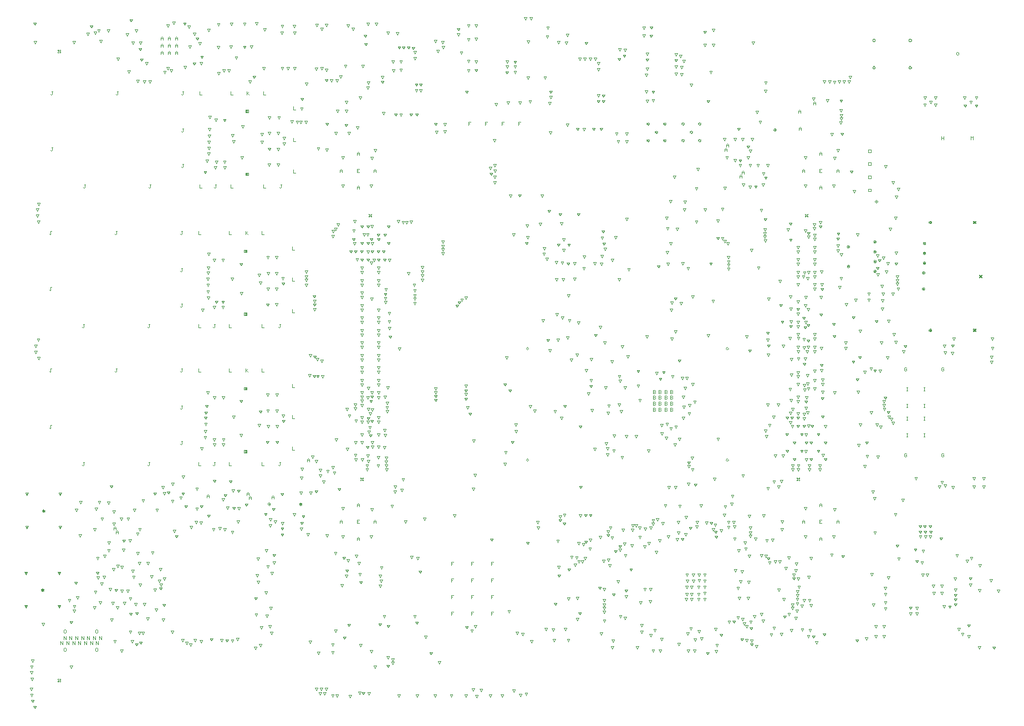
<source format=gbr>
G04*
G04 #@! TF.GenerationSoftware,Altium Limited,Altium Designer,23.7.1 (13)*
G04*
G04 Layer_Color=2752767*
%FSLAX25Y25*%
%MOIN*%
G70*
G04*
G04 #@! TF.SameCoordinates,27D51526-8311-448D-B6E4-34D2AC34C314*
G04*
G04*
G04 #@! TF.FilePolarity,Positive*
G04*
G01*
G75*
%ADD357C,0.00200*%
%ADD358C,0.00267*%
%ADD359C,0.00133*%
D357*
X249214Y-307139D02*
X247881D01*
Y-308139D01*
X248547D01*
X247881D01*
Y-309138D01*
X249214Y-317139D02*
X247881D01*
Y-318139D01*
X248547D01*
X247881D01*
Y-319138D01*
X249214Y-337139D02*
X247881D01*
Y-338139D01*
X248547D01*
X247881D01*
Y-339138D01*
X249214Y-327139D02*
X247881D01*
Y-328139D01*
X248547D01*
X247881D01*
Y-329138D01*
X237214Y-307080D02*
X235881D01*
Y-308080D01*
X236548D01*
X235881D01*
Y-309080D01*
X237214Y-317080D02*
X235881D01*
Y-318080D01*
X236548D01*
X235881D01*
Y-319079D01*
X237214Y-337080D02*
X235881D01*
Y-338080D01*
X236548D01*
X235881D01*
Y-339079D01*
X237214Y-327080D02*
X235881D01*
Y-328080D01*
X236548D01*
X235881D01*
Y-329080D01*
X261140Y-307139D02*
X259807D01*
Y-308139D01*
X260474D01*
X259807D01*
Y-309138D01*
X261140Y-317139D02*
X259807D01*
Y-318139D01*
X260474D01*
X259807D01*
Y-319138D01*
X261140Y-337139D02*
X259807D01*
Y-338139D01*
X260474D01*
X259807D01*
Y-339138D01*
X261140Y-327139D02*
X259807D01*
Y-328139D01*
X260474D01*
X259807D01*
Y-329138D01*
X14916Y-164349D02*
X14249D01*
X14582D01*
Y-166016D01*
X14249Y-166349D01*
X13916D01*
X13583Y-166016D01*
X-4769Y-142026D02*
X-5436D01*
X-5103D01*
Y-143693D01*
X-5436Y-144026D01*
X-5769D01*
X-6102Y-143693D01*
X-4769Y-108247D02*
X-5436D01*
X-5103D01*
Y-109913D01*
X-5436Y-110246D01*
X-5769D01*
X-6102Y-109913D01*
X83661Y-164369D02*
Y-166368D01*
X84994D01*
X83661Y-108227D02*
Y-110227D01*
X84994D01*
X102165Y-164369D02*
Y-166368D01*
X103498D01*
X102165Y-108227D02*
Y-110227D01*
X103498D01*
X121850Y-108227D02*
Y-110227D01*
X123183D01*
X121850Y-164369D02*
Y-166368D01*
X123183D01*
X139961Y-117401D02*
Y-119400D01*
X141294D01*
X139961Y-136298D02*
Y-138297D01*
X141294D01*
X139961Y-155196D02*
Y-157195D01*
X141294D01*
X34601Y-108247D02*
X33934D01*
X34267D01*
Y-109913D01*
X33934Y-110246D01*
X33601D01*
X33268Y-109913D01*
X54286Y-164349D02*
X53619D01*
X53952D01*
Y-166016D01*
X53619Y-166349D01*
X53286D01*
X52953Y-166016D01*
X73971Y-108247D02*
X73304D01*
X73637D01*
Y-109913D01*
X73304Y-110246D01*
X72971D01*
X72638Y-109913D01*
X73971Y-130609D02*
X73304D01*
X73637D01*
Y-132275D01*
X73304Y-132608D01*
X72971D01*
X72638Y-132275D01*
X73971Y-151869D02*
X73304D01*
X73637D01*
Y-153535D01*
X73304Y-153868D01*
X72971D01*
X72638Y-153535D01*
X93656Y-164349D02*
X92989D01*
X93322D01*
Y-166016D01*
X92989Y-166349D01*
X92656D01*
X92323Y-166016D01*
X112008Y-108247D02*
Y-110246D01*
Y-109580D01*
X113341Y-108247D01*
X112341Y-109247D01*
X113341Y-110246D01*
X133026Y-164349D02*
X132359D01*
X132693D01*
Y-166016D01*
X132359Y-166349D01*
X132026D01*
X131693Y-166016D01*
X15703Y-80215D02*
X15036D01*
X15370D01*
Y-81881D01*
X15036Y-82215D01*
X14703D01*
X14370Y-81881D01*
X-3982Y-57892D02*
X-4648D01*
X-4315D01*
Y-59558D01*
X-4648Y-59892D01*
X-4982D01*
X-5315Y-59558D01*
X-3982Y-24113D02*
X-4648D01*
X-4315D01*
Y-25779D01*
X-4648Y-26112D01*
X-4982D01*
X-5315Y-25779D01*
X84449Y-80235D02*
Y-82234D01*
X85782D01*
X84449Y-24093D02*
Y-26092D01*
X85782D01*
X102953Y-80235D02*
Y-82234D01*
X104286D01*
X102953Y-24093D02*
Y-26092D01*
X104286D01*
X122638Y-24093D02*
Y-26092D01*
X123971D01*
X122638Y-80235D02*
Y-82234D01*
X123971D01*
X140748Y-33266D02*
Y-35266D01*
X142081D01*
X140748Y-52164D02*
Y-54163D01*
X142081D01*
X140748Y-71062D02*
Y-73061D01*
X142081D01*
X35388Y-24113D02*
X34722D01*
X35055D01*
Y-25779D01*
X34722Y-26112D01*
X34388D01*
X34055Y-25779D01*
X55073Y-80215D02*
X54407D01*
X54740D01*
Y-81881D01*
X54407Y-82215D01*
X54073D01*
X53740Y-81881D01*
X74758Y-24113D02*
X74092D01*
X74425D01*
Y-25779D01*
X74092Y-26112D01*
X73758D01*
X73425Y-25779D01*
X74758Y-46475D02*
X74092D01*
X74425D01*
Y-48141D01*
X74092Y-48474D01*
X73758D01*
X73425Y-48141D01*
X74758Y-67735D02*
X74092D01*
X74425D01*
Y-69401D01*
X74092Y-69734D01*
X73758D01*
X73425Y-69401D01*
X94443Y-80215D02*
X93777D01*
X94110D01*
Y-81881D01*
X93777Y-82215D01*
X93444D01*
X93110Y-81881D01*
X112795Y-24113D02*
Y-26112D01*
Y-25446D01*
X114128Y-24113D01*
X113128Y-25113D01*
X114128Y-26112D01*
X133813Y-80215D02*
X133147D01*
X133480D01*
Y-81881D01*
X133147Y-82215D01*
X132814D01*
X132480Y-81881D01*
X458447Y-70761D02*
X457114D01*
Y-72760D01*
X458447D01*
X457114Y-71761D02*
X457780D01*
X111208Y-120987D02*
Y-119387D01*
X112808D01*
Y-120987D01*
X111208D01*
X111608Y-120587D02*
Y-119787D01*
X112408D01*
Y-120587D01*
X111608D01*
X111208Y-158782D02*
Y-157183D01*
X112808D01*
Y-158782D01*
X111208D01*
X111608Y-158382D02*
Y-157582D01*
X112408D01*
Y-158382D01*
X111608D01*
X14916Y-247051D02*
X14249D01*
X14582D01*
Y-248717D01*
X14249Y-249050D01*
X13916D01*
X13583Y-248717D01*
X-4769Y-224728D02*
X-5436D01*
X-5103D01*
Y-226394D01*
X-5436Y-226727D01*
X-5769D01*
X-6102Y-226394D01*
X-4769Y-190948D02*
X-5436D01*
X-5103D01*
Y-192615D01*
X-5436Y-192948D01*
X-5769D01*
X-6102Y-192615D01*
X83661Y-247071D02*
Y-249070D01*
X84994D01*
X83661Y-190929D02*
Y-192928D01*
X84994D01*
X102165Y-247071D02*
Y-249070D01*
X103498D01*
X102165Y-190929D02*
Y-192928D01*
X103498D01*
X121850Y-190929D02*
Y-192928D01*
X123183D01*
X121850Y-247071D02*
Y-249070D01*
X123183D01*
X139961Y-200102D02*
Y-202101D01*
X141294D01*
X139961Y-219000D02*
Y-220999D01*
X141294D01*
X139961Y-237897D02*
Y-239897D01*
X141294D01*
X34601Y-190948D02*
X33934D01*
X34267D01*
Y-192615D01*
X33934Y-192948D01*
X33601D01*
X33268Y-192615D01*
X54286Y-247051D02*
X53619D01*
X53952D01*
Y-248717D01*
X53619Y-249050D01*
X53286D01*
X52953Y-248717D01*
X73971Y-190948D02*
X73304D01*
X73637D01*
Y-192615D01*
X73304Y-192948D01*
X72971D01*
X72638Y-192615D01*
X73971Y-213311D02*
X73304D01*
X73637D01*
Y-214977D01*
X73304Y-215310D01*
X72971D01*
X72638Y-214977D01*
X73971Y-234571D02*
X73304D01*
X73637D01*
Y-236237D01*
X73304Y-236570D01*
X72971D01*
X72638Y-236237D01*
X93656Y-247051D02*
X92989D01*
X93322D01*
Y-248717D01*
X92989Y-249050D01*
X92656D01*
X92323Y-248717D01*
X112008Y-190948D02*
Y-192948D01*
Y-192281D01*
X113341Y-190948D01*
X112341Y-191948D01*
X113341Y-192948D01*
X133026Y-247051D02*
X132359D01*
X132693D01*
Y-248717D01*
X132359Y-249050D01*
X132026D01*
X131693Y-248717D01*
X489358Y-10225D02*
Y-10625D01*
X490158D01*
Y-10225D01*
X490557D01*
Y-9425D01*
X490158D01*
Y-9025D01*
X489358D01*
Y-9425D01*
X488958D01*
Y-10225D01*
X489358D01*
Y6275D02*
Y5875D01*
X490158D01*
Y6275D01*
X490557D01*
Y7075D01*
X490158D01*
Y7475D01*
X489358D01*
Y7075D01*
X488958D01*
Y6275D01*
X489358D01*
X511058Y-10225D02*
Y-10625D01*
X511858D01*
Y-10225D01*
X512257D01*
Y-9425D01*
X511858D01*
Y-9025D01*
X511058D01*
Y-9425D01*
X510658D01*
Y-10225D01*
X511058D01*
Y6275D02*
Y5875D01*
X511858D01*
Y6275D01*
X512257D01*
Y7075D01*
X511858D01*
Y7475D01*
X511058D01*
Y7075D01*
X510658D01*
Y6275D01*
X511058D01*
X486312Y-60743D02*
Y-59144D01*
X487912D01*
Y-60743D01*
X486312D01*
Y-68617D02*
Y-67018D01*
X487912D01*
Y-68617D01*
X486312D01*
Y-76491D02*
Y-74892D01*
X487912D01*
Y-76491D01*
X486312D01*
Y-84365D02*
Y-82766D01*
X487912D01*
Y-84365D01*
X486312D01*
X896Y-356916D02*
Y-354917D01*
X2229Y-356916D01*
Y-354917D01*
X2667Y-353845D02*
Y-351846D01*
X4000Y-353845D01*
Y-351846D01*
X4439Y-356916D02*
Y-354917D01*
X5772Y-356916D01*
Y-354917D01*
X6211Y-353845D02*
Y-351846D01*
X7543Y-353845D01*
Y-351846D01*
X7982Y-356916D02*
Y-354917D01*
X9315Y-356916D01*
Y-354917D01*
X9754Y-353845D02*
Y-351846D01*
X11087Y-353845D01*
Y-351846D01*
X11526Y-356916D02*
Y-354917D01*
X12858Y-356916D01*
Y-354917D01*
X13297Y-353845D02*
Y-351846D01*
X14630Y-353845D01*
Y-351846D01*
X15069Y-356916D02*
Y-354917D01*
X16402Y-356916D01*
Y-354917D01*
X16841Y-353845D02*
Y-351846D01*
X18173Y-353845D01*
Y-351846D01*
X18612Y-356916D02*
Y-354917D01*
X19945Y-356916D01*
Y-354917D01*
X20384Y-353845D02*
Y-351846D01*
X21717Y-353845D01*
Y-351846D01*
X22155Y-356916D02*
Y-354917D01*
X23488Y-356916D01*
Y-354917D01*
X23927Y-353845D02*
Y-351846D01*
X25260Y-353845D01*
Y-351846D01*
X3864Y-359011D02*
X3197D01*
X2864Y-359344D01*
Y-360677D01*
X3197Y-361010D01*
X3864D01*
X4197Y-360677D01*
Y-359344D01*
X3864Y-359011D01*
Y-347751D02*
X3197D01*
X2864Y-348084D01*
Y-349417D01*
X3197Y-349750D01*
X3864D01*
X4197Y-349417D01*
Y-348084D01*
X3864Y-347751D01*
X22761Y-359011D02*
X22095D01*
X21762Y-359344D01*
Y-360677D01*
X22095Y-361010D01*
X22761D01*
X23095Y-360677D01*
Y-359344D01*
X22761Y-359011D01*
Y-347751D02*
X22095D01*
X21762Y-348084D01*
Y-349417D01*
X22095Y-349750D01*
X22761D01*
X23095Y-349417D01*
Y-348084D01*
X22761Y-347751D01*
X280566Y-245753D02*
X281366Y-244953D01*
X282166Y-245753D01*
X281366Y-246553D01*
X280566Y-245753D01*
X448365Y-99584D02*
X448765Y-98784D01*
X448365Y-97984D01*
X449165Y-98384D01*
X449965Y-97984D01*
X449565Y-98784D01*
X449965Y-99584D01*
X449165Y-99184D01*
X448365Y-99584D01*
X443365Y-258127D02*
X443765Y-257327D01*
X443365Y-256527D01*
X444165Y-256927D01*
X444965Y-256527D01*
X444565Y-257327D01*
X444965Y-258127D01*
X444165Y-257727D01*
X443365Y-258127D01*
X280566Y-178784D02*
X281366Y-177984D01*
X282166Y-178784D01*
X281366Y-179584D01*
X280566Y-178784D01*
X400762Y-245753D02*
X401562Y-244953D01*
X402362Y-245753D01*
X401562Y-246552D01*
X400762Y-245753D01*
X400762Y-178784D02*
X401562Y-177984D01*
X402362Y-178784D01*
X401562Y-179584D01*
X400762Y-178784D01*
X186113Y-99584D02*
X186513Y-98784D01*
X186113Y-97984D01*
X186913Y-98384D01*
X187713Y-97984D01*
X187313Y-98784D01*
X187713Y-99584D01*
X186913Y-99184D01*
X186113Y-99584D01*
X181113Y-258127D02*
X181513Y-257327D01*
X181113Y-256527D01*
X181913Y-256927D01*
X182713Y-256527D01*
X182313Y-257327D01*
X182713Y-258127D01*
X181913Y-257727D01*
X181113Y-258127D01*
X111208Y-203689D02*
Y-202089D01*
X112808D01*
Y-203689D01*
X111208D01*
X111608Y-203289D02*
Y-202489D01*
X112408D01*
Y-203289D01*
X111608D01*
X111208Y-241484D02*
Y-239884D01*
X112808D01*
Y-241484D01*
X111208D01*
X111608Y-241084D02*
Y-240284D01*
X112408D01*
Y-241084D01*
X111608D01*
X553098Y-136156D02*
X553498Y-135356D01*
X553098Y-134556D01*
X553898Y-134956D01*
X554698Y-134556D01*
X554298Y-135356D01*
X554698Y-136156D01*
X553898Y-135756D01*
X553098Y-136156D01*
X553498Y-135756D02*
X553698Y-135356D01*
X553498Y-134956D01*
X553898Y-135156D01*
X554298Y-134956D01*
X554098Y-135356D01*
X554298Y-135756D01*
X553898Y-135556D01*
X553498Y-135756D01*
X523261Y-168236D02*
Y-168636D01*
X524061D01*
Y-168236D01*
X524461D01*
Y-167436D01*
X524061D01*
Y-167036D01*
X523261D01*
Y-167436D01*
X522861D01*
Y-168236D01*
X523261D01*
X523461Y-168036D02*
Y-168236D01*
X523861D01*
Y-168036D01*
X524061D01*
Y-167636D01*
X523861D01*
Y-167436D01*
X523461D01*
Y-167636D01*
X523261D01*
Y-168036D01*
X523461D01*
X549554Y-168636D02*
X549954D01*
X550354Y-168236D01*
X550754Y-168636D01*
X551154D01*
Y-168236D01*
X550754Y-167836D01*
X551154Y-167436D01*
Y-167036D01*
X550754D01*
X550354Y-167436D01*
X549954Y-167036D01*
X549554D01*
Y-167436D01*
X549954Y-167836D01*
X549554Y-168236D01*
Y-168636D01*
X549954Y-168236D02*
X550154D01*
X550354Y-168036D01*
X550554Y-168236D01*
X550754D01*
Y-168036D01*
X550554Y-167836D01*
X550754Y-167636D01*
Y-167436D01*
X550554D01*
X550354Y-167636D01*
X550154Y-167436D01*
X549954D01*
Y-167636D01*
X550154Y-167836D01*
X549954Y-168036D01*
Y-168236D01*
X523261Y-103276D02*
Y-103675D01*
X524061D01*
Y-103276D01*
X524461D01*
Y-102476D01*
X524061D01*
Y-102076D01*
X523261D01*
Y-102476D01*
X522861D01*
Y-103276D01*
X523261D01*
X523461Y-103076D02*
Y-103276D01*
X523861D01*
Y-103076D01*
X524061D01*
Y-102675D01*
X523861D01*
Y-102476D01*
X523461D01*
Y-102675D01*
X523261D01*
Y-103076D01*
X523461D01*
X549554Y-103675D02*
X549954D01*
X550354Y-103276D01*
X550754Y-103675D01*
X551154D01*
Y-103276D01*
X550754Y-102875D01*
X551154Y-102476D01*
Y-102076D01*
X550754D01*
X550354Y-102476D01*
X549954Y-102076D01*
X549554D01*
Y-102476D01*
X549954Y-102875D01*
X549554Y-103276D01*
Y-103675D01*
X549954Y-103276D02*
X550154D01*
X550354Y-103076D01*
X550554Y-103276D01*
X550754D01*
Y-103076D01*
X550554Y-102875D01*
X550754Y-102675D01*
Y-102476D01*
X550554D01*
X550354Y-102675D01*
X550154Y-102476D01*
X549954D01*
Y-102675D01*
X550154Y-102875D01*
X549954Y-103076D01*
Y-103276D01*
X180297Y-281982D02*
X178964D01*
Y-283981D01*
X180297D01*
X178964Y-282981D02*
X179630D01*
X458447Y-281982D02*
X457114D01*
Y-283981D01*
X458447D01*
X457114Y-282981D02*
X457780D01*
X180297Y-70761D02*
X178964D01*
Y-72760D01*
X180297D01*
X178964Y-71761D02*
X179630D01*
X531641Y-242271D02*
X531308Y-241938D01*
X530642D01*
X530308Y-242271D01*
Y-243604D01*
X530642Y-243937D01*
X531308D01*
X531641Y-243604D01*
Y-242937D01*
X530975D01*
X531641Y-190539D02*
X531308Y-190205D01*
X530642D01*
X530308Y-190539D01*
Y-191872D01*
X530642Y-192205D01*
X531308D01*
X531641Y-191872D01*
Y-191205D01*
X530975D01*
X509279Y-190539D02*
X508946Y-190205D01*
X508279D01*
X507946Y-190539D01*
Y-191872D01*
X508279Y-192205D01*
X508946D01*
X509279Y-191872D01*
Y-191205D01*
X508613D01*
X509279Y-242271D02*
X508946Y-241938D01*
X508279D01*
X507946Y-242271D01*
Y-243604D01*
X508279Y-243937D01*
X508946D01*
X509279Y-243604D01*
Y-242937D01*
X508613D01*
X519639Y-229851D02*
X520305D01*
X519972D01*
Y-231850D01*
X519639D01*
X520305D01*
X519639Y-202292D02*
X520305D01*
X519972D01*
Y-204291D01*
X519639D01*
X520305D01*
X519639Y-220008D02*
X520305D01*
X519972D01*
Y-222008D01*
X519639D01*
X520305D01*
X519639Y-212135D02*
X520305D01*
X519972D01*
Y-214134D01*
X519639D01*
X520305D01*
X509324Y-220008D02*
X509991D01*
X509657D01*
Y-222008D01*
X509324D01*
X509991D01*
X509324Y-212135D02*
X509991D01*
X509657D01*
Y-214134D01*
X509324D01*
X509991D01*
X509324Y-202292D02*
X509991D01*
X509657D01*
Y-204291D01*
X509324D01*
X509991D01*
X509324Y-229851D02*
X509991D01*
X509657D01*
Y-231850D01*
X509324D01*
X509991D01*
X247382Y-42625D02*
X246049D01*
Y-43625D01*
X246716D01*
X246049D01*
Y-44625D01*
X257382Y-42625D02*
X256049D01*
Y-43625D01*
X256716D01*
X256049D01*
Y-44625D01*
X277382Y-42625D02*
X276049D01*
Y-43625D01*
X276716D01*
X276049D01*
Y-44625D01*
X267382Y-42625D02*
X266049D01*
Y-43625D01*
X266716D01*
X266049D01*
Y-44625D01*
X-800Y-800D02*
X-400D01*
X0Y-400D01*
X400Y-800D01*
X800D01*
Y-400D01*
X400Y0D01*
X800Y400D01*
Y800D01*
X400D01*
X0Y400D01*
X-400Y800D01*
X-800D01*
Y400D01*
X-400Y0D01*
X-800Y-400D01*
Y-800D01*
X359022Y-49382D02*
X359422Y-48982D01*
X359823D01*
X359422Y-48582D01*
X359823Y-48182D01*
X359422D01*
X359022Y-47782D01*
X358623Y-48182D01*
X358223D01*
X358623Y-48582D01*
X358223Y-48982D01*
X358623D01*
X359022Y-49382D01*
X354023Y-44382D02*
X354422Y-43982D01*
X354822D01*
X354422Y-43582D01*
X354822Y-43182D01*
X354422D01*
X354023Y-42782D01*
X353623Y-43182D01*
X353222D01*
X353623Y-43582D01*
X353222Y-43982D01*
X353623D01*
X354023Y-44382D01*
Y-54382D02*
X354422Y-53982D01*
X354822D01*
X354422Y-53582D01*
X354822Y-53182D01*
X354422D01*
X354023Y-52782D01*
X353623Y-53182D01*
X353222D01*
X353623Y-53582D01*
X353222Y-53982D01*
X353623D01*
X354023Y-54382D01*
X364022D02*
X364422Y-53982D01*
X364823D01*
X364422Y-53582D01*
X364823Y-53182D01*
X364422D01*
X364022Y-52782D01*
X363622Y-53182D01*
X363223D01*
X363622Y-53582D01*
X363223Y-53982D01*
X363622D01*
X364022Y-54382D01*
Y-44382D02*
X364422Y-43982D01*
X364823D01*
X364422Y-43582D01*
X364823Y-43182D01*
X364422D01*
X364022Y-42782D01*
X363622Y-43182D01*
X363223D01*
X363622Y-43582D01*
X363223Y-43982D01*
X363622D01*
X364022Y-44382D01*
X530315Y-51150D02*
Y-53150D01*
Y-52150D01*
X531648D01*
Y-51150D01*
Y-53150D01*
X548032D02*
Y-51150D01*
X548698Y-51817D01*
X549364Y-51150D01*
Y-53150D01*
X379898Y-49391D02*
X380298Y-48991D01*
X380698D01*
X380298Y-48591D01*
X380698Y-48191D01*
X380298D01*
X379898Y-47791D01*
X379498Y-48191D01*
X379098D01*
X379498Y-48591D01*
X379098Y-48991D01*
X379498D01*
X379898Y-49391D01*
X374898Y-44391D02*
X375298Y-43991D01*
X375698D01*
X375298Y-43591D01*
X375698Y-43191D01*
X375298D01*
X374898Y-42791D01*
X374498Y-43191D01*
X374098D01*
X374498Y-43591D01*
X374098Y-43991D01*
X374498D01*
X374898Y-44391D01*
Y-54391D02*
X375298Y-53991D01*
X375698D01*
X375298Y-53591D01*
X375698Y-53191D01*
X375298D01*
X374898Y-52791D01*
X374498Y-53191D01*
X374098D01*
X374498Y-53591D01*
X374098Y-53991D01*
X374498D01*
X374898Y-54391D01*
X384898D02*
X385298Y-53991D01*
X385698D01*
X385298Y-53591D01*
X385698Y-53191D01*
X385298D01*
X384898Y-52791D01*
X384498Y-53191D01*
X384098D01*
X384498Y-53591D01*
X384098Y-53991D01*
X384498D01*
X384898Y-54391D01*
Y-44391D02*
X385298Y-43991D01*
X385698D01*
X385298Y-43591D01*
X385698Y-43191D01*
X385298D01*
X384898Y-42791D01*
X384498Y-43191D01*
X384098D01*
X384498Y-43591D01*
X384098Y-43991D01*
X384498D01*
X384898Y-44391D01*
X-20039Y-314896D02*
X-20839Y-313296D01*
X-19239D01*
X-20039Y-314896D01*
Y-314496D02*
X-20439Y-313696D01*
X-19639D01*
X-20039Y-314496D01*
X-39Y-314896D02*
X-839Y-313296D01*
X761D01*
X-39Y-314896D01*
Y-314496D02*
X-439Y-313696D01*
X361D01*
X-39Y-314496D01*
Y-334896D02*
X-839Y-333296D01*
X761D01*
X-39Y-334896D01*
Y-334496D02*
X-439Y-333696D01*
X361D01*
X-39Y-334496D01*
X-10039Y-324896D02*
X-9639Y-324496D01*
X-9239D01*
X-9639Y-324096D01*
X-9239Y-323696D01*
X-9639D01*
X-10039Y-323296D01*
X-10439Y-323696D01*
X-10839D01*
X-10439Y-324096D01*
X-10839Y-324496D01*
X-10439D01*
X-10039Y-324896D01*
Y-324496D02*
X-9839Y-324296D01*
X-9639D01*
X-9839Y-324096D01*
X-9639Y-323896D01*
X-9839D01*
X-10039Y-323696D01*
X-10239Y-323896D01*
X-10439D01*
X-10239Y-324096D01*
X-10439Y-324296D01*
X-10239D01*
X-10039Y-324496D01*
X-20039Y-334896D02*
X-20839Y-333296D01*
X-19239D01*
X-20039Y-334896D01*
Y-334496D02*
X-20439Y-333696D01*
X-19639D01*
X-20039Y-334496D01*
X111995Y-36853D02*
Y-35253D01*
X113595D01*
Y-36853D01*
X111995D01*
X112395Y-36453D02*
Y-35653D01*
X113195D01*
Y-36453D01*
X112395D01*
X111995Y-74648D02*
Y-73049D01*
X113595D01*
Y-74648D01*
X111995D01*
X112395Y-74248D02*
Y-73448D01*
X113195D01*
Y-74248D01*
X112395D01*
X-19449Y-287255D02*
X-20249Y-285654D01*
X-18649D01*
X-19449Y-287255D01*
Y-286855D02*
X-19849Y-286054D01*
X-19049D01*
X-19449Y-286855D01*
X-9449Y-277255D02*
X-9049Y-276854D01*
X-8649D01*
X-9049Y-276454D01*
X-8649Y-276055D01*
X-9049D01*
X-9449Y-275655D01*
X-9849Y-276055D01*
X-10249D01*
X-9849Y-276454D01*
X-10249Y-276854D01*
X-9849D01*
X-9449Y-277255D01*
Y-276854D02*
X-9249Y-276655D01*
X-9049D01*
X-9249Y-276454D01*
X-9049Y-276255D01*
X-9249D01*
X-9449Y-276055D01*
X-9649Y-276255D01*
X-9849D01*
X-9649Y-276454D01*
X-9849Y-276655D01*
X-9649D01*
X-9449Y-276854D01*
X551Y-287255D02*
X-249Y-285654D01*
X1351D01*
X551Y-287255D01*
Y-286855D02*
X151Y-286054D01*
X951D01*
X551Y-286855D01*
Y-267254D02*
X-249Y-265654D01*
X1351D01*
X551Y-267254D01*
Y-266855D02*
X151Y-266055D01*
X951D01*
X551Y-266855D01*
X-19449Y-267254D02*
X-20249Y-265654D01*
X-18649D01*
X-19449Y-267254D01*
Y-266855D02*
X-19849Y-266055D01*
X-19049D01*
X-19449Y-266855D01*
X-800Y-379195D02*
X-400D01*
X0Y-378795D01*
X400Y-379195D01*
X800D01*
Y-378795D01*
X400Y-378395D01*
X800Y-377995D01*
Y-377595D01*
X400D01*
X0Y-377995D01*
X-400Y-377595D01*
X-800D01*
Y-377995D01*
X-400Y-378395D01*
X-800Y-378795D01*
Y-379195D01*
X208856Y-103924D02*
X208056Y-102324D01*
X209656D01*
X208856Y-103924D01*
X181975Y-106356D02*
X181175Y-104756D01*
X182775D01*
X181975Y-106356D01*
X206756Y-103924D02*
X205956Y-102324D01*
X207556D01*
X206756Y-103924D01*
X185630Y-106356D02*
X184830Y-104756D01*
X186430D01*
X185630Y-106356D01*
X166102Y-107819D02*
X165302Y-106219D01*
X166902D01*
X166102Y-107819D01*
X164618Y-109304D02*
X163818Y-107704D01*
X165418D01*
X164618Y-109304D01*
X188195Y-121356D02*
X187395Y-119756D01*
X188995D01*
X188195Y-121356D01*
X191851D02*
X191051Y-119756D01*
X192651D01*
X191851Y-121356D01*
X145183Y-43543D02*
X144383Y-41943D01*
X145983D01*
X145183Y-43543D01*
X143083D02*
X142283Y-41943D01*
X143883D01*
X143083Y-43543D01*
X181975Y-126356D02*
X181175Y-124756D01*
X182775D01*
X181975Y-126356D01*
X185630D02*
X184830Y-124756D01*
X186430D01*
X185630Y-126356D01*
X195630D02*
X194830Y-124756D01*
X196430D01*
X195630Y-126356D01*
X148437Y-136454D02*
X147637Y-134854D01*
X149237D01*
X148437Y-136454D01*
X191975Y-126356D02*
X191175Y-124756D01*
X192775D01*
X191975Y-126356D01*
X148437Y-138554D02*
X147637Y-136954D01*
X149237D01*
X148437Y-138554D01*
X-16778Y-384630D02*
X-17578Y-383030D01*
X-15978D01*
X-16778Y-384630D01*
X-16690Y-374566D02*
X-17490Y-372966D01*
X-15890D01*
X-16690Y-374566D01*
X-16602Y-371221D02*
X-17402Y-369621D01*
X-15802D01*
X-16602Y-371221D01*
X-16583Y-388196D02*
X-17383Y-386596D01*
X-15783D01*
X-16583Y-388196D01*
X-16426Y-378380D02*
X-17226Y-376780D01*
X-15626D01*
X-16426Y-378380D01*
X-16074Y-391671D02*
X-16874Y-390071D01*
X-15274D01*
X-16074Y-391671D01*
Y-367466D02*
X-16874Y-365866D01*
X-15274D01*
X-16074Y-367466D01*
X-14754Y-395368D02*
X-15554Y-393768D01*
X-13954D01*
X-14754Y-395368D01*
X153644Y-184674D02*
X152844Y-183074D01*
X154444D01*
X153644Y-184674D01*
X155129Y-186159D02*
X154329Y-184559D01*
X155929D01*
X155129Y-186159D01*
X157841Y-187110D02*
X157041Y-185510D01*
X158641D01*
X157841Y-187110D01*
X150930Y-183737D02*
X150130Y-182137D01*
X151730D01*
X150930Y-183737D01*
X155384Y-196325D02*
X154584Y-194725D01*
X156184D01*
X155384Y-196325D01*
X153284D02*
X152484Y-194725D01*
X154084D01*
X153284Y-196325D01*
X150560Y-195913D02*
X149760Y-194313D01*
X151360D01*
X150560Y-195913D01*
X158327Y-196421D02*
X157527Y-194821D01*
X159127D01*
X158327Y-196421D01*
X361232Y-361502D02*
X360432Y-359902D01*
X362032D01*
X361232Y-361502D01*
X340156Y-341938D02*
X339356Y-340338D01*
X340956D01*
X340156Y-341938D01*
X337376Y-340901D02*
X336576Y-339301D01*
X338176D01*
X337376Y-340901D01*
X372888Y-187003D02*
X372088Y-185403D01*
X373688D01*
X372888Y-187003D01*
X311033Y-305534D02*
X310233Y-303934D01*
X311833D01*
X311033Y-305534D01*
X308051Y-305048D02*
X307251Y-303448D01*
X308851D01*
X308051Y-305048D01*
X389142Y-284619D02*
X388342Y-283019D01*
X389942D01*
X389142Y-284619D01*
X383516Y-284094D02*
X382716Y-282494D01*
X384316D01*
X383516Y-284094D01*
X391934Y-284669D02*
X391135Y-283069D01*
X392735D01*
X391934Y-284669D01*
X417921Y-340759D02*
X417122Y-339159D01*
X418721D01*
X417921Y-340759D01*
X314502Y-307889D02*
X313702Y-306289D01*
X315302D01*
X314502Y-307889D01*
X218295Y-135714D02*
X217495Y-134114D01*
X219095D01*
X218295Y-135714D01*
X312402Y-307889D02*
X311602Y-306289D01*
X313202D01*
X312402Y-307889D01*
X218295Y-133614D02*
X217495Y-132014D01*
X219095D01*
X218295Y-133614D01*
X413337Y-346728D02*
X412537Y-345128D01*
X414137D01*
X413337Y-346728D01*
X411852Y-345243D02*
X411052Y-343643D01*
X412652D01*
X411852Y-345243D01*
X354522Y-296950D02*
X353723Y-295350D01*
X355323D01*
X354522Y-296950D01*
X351925Y-298837D02*
X351125Y-297237D01*
X352725D01*
X351925Y-298837D01*
X370529Y-263165D02*
X369729Y-261565D01*
X371329D01*
X370529Y-263165D01*
X382454Y-261687D02*
X381654Y-260087D01*
X383254D01*
X382454Y-261687D01*
X360911Y-295187D02*
X360111Y-293587D01*
X361711D01*
X360911Y-295187D01*
X378326Y-261125D02*
X377526Y-259525D01*
X379126D01*
X378326Y-261125D01*
X398745Y-113622D02*
X397945Y-112022D01*
X399545D01*
X398745Y-113622D01*
X378432Y-250407D02*
X377632Y-248807D01*
X379232D01*
X378432Y-250407D01*
X400230Y-115107D02*
X399430Y-113507D01*
X401030D01*
X400230Y-115107D01*
X378432Y-248307D02*
X377632Y-246707D01*
X379232D01*
X378432Y-248307D01*
X495879Y-211608D02*
X495079Y-210008D01*
X496678D01*
X495879Y-211608D01*
X344775Y-286158D02*
X343975Y-284558D01*
X345575D01*
X344775Y-286158D01*
X495879Y-213707D02*
X495079Y-212107D01*
X496678D01*
X495879Y-213707D01*
X346875Y-286158D02*
X346075Y-284558D01*
X347675D01*
X346875Y-286158D01*
X498793Y-220759D02*
X497993Y-219159D01*
X499593D01*
X498793Y-220759D01*
X500278Y-222244D02*
X499478Y-220644D01*
X501078D01*
X500278Y-222244D01*
X357014Y-285260D02*
X356214Y-283660D01*
X357814D01*
X357014Y-285260D01*
X357074Y-283101D02*
X356274Y-281501D01*
X357874D01*
X357074Y-283101D01*
X319402Y-279993D02*
X318602Y-278393D01*
X320202D01*
X319402Y-279993D01*
X316545D02*
X315745Y-278393D01*
X317345D01*
X316545Y-279993D01*
X313250Y-280040D02*
X312450Y-278440D01*
X314050D01*
X313250Y-280040D01*
X329947Y-291999D02*
X329147Y-290399D01*
X330747D01*
X329947Y-291999D01*
X415459Y-292508D02*
X414659Y-290908D01*
X416259D01*
X415459Y-292508D01*
X240551Y-151981D02*
X239751Y-150381D01*
X241351D01*
X240551Y-151981D01*
X329947Y-289899D02*
X329147Y-288299D01*
X330747D01*
X329947Y-289899D01*
X415459Y-290408D02*
X414659Y-288808D01*
X416259D01*
X415459Y-290408D01*
X242036Y-150496D02*
X241236Y-148896D01*
X242836D01*
X242036Y-150496D01*
X298061Y-217529D02*
X297261Y-215929D01*
X298861D01*
X298061Y-217529D01*
X485326Y-354097D02*
X484526Y-352497D01*
X486126D01*
X485326Y-354097D01*
X490388Y-290408D02*
X489588Y-288808D01*
X491188D01*
X490388Y-290408D01*
X446529Y-334482D02*
X445729Y-332882D01*
X447329D01*
X446529Y-334482D01*
X451947Y-334265D02*
X451147Y-332665D01*
X452747D01*
X451947Y-334265D01*
X372277Y-290430D02*
X371477Y-288830D01*
X373077D01*
X372277Y-290430D01*
X352321Y-288242D02*
X351521Y-286642D01*
X353121D01*
X352321Y-288242D01*
X187567Y-361826D02*
X186767Y-360226D01*
X188367D01*
X187567Y-361826D01*
X189872Y-371235D02*
X189072Y-369635D01*
X190672D01*
X189872Y-371235D01*
X349047Y-293238D02*
X348247Y-291638D01*
X349847D01*
X349047Y-293238D01*
X300461Y-316324D02*
X299661Y-314724D01*
X301261D01*
X300461Y-316324D01*
X306458Y-312659D02*
X305658Y-311059D01*
X307258D01*
X306458Y-312659D01*
X300261Y-311178D02*
X299461Y-309578D01*
X301061D01*
X300261Y-311178D01*
X283993Y-355850D02*
X283193Y-354250D01*
X284793D01*
X283993Y-355850D01*
X453506Y-352992D02*
X452706Y-351392D01*
X454306D01*
X453506Y-352992D01*
X426083Y-263720D02*
X425283Y-262120D01*
X426883D01*
X426083Y-263720D01*
X432448Y-262912D02*
X431648Y-261312D01*
X433248D01*
X432448Y-262912D01*
X338898Y-288915D02*
X338098Y-287315D01*
X339698D01*
X338898Y-288915D01*
X503826Y-298335D02*
X503026Y-296735D01*
X504626D01*
X503826Y-298335D01*
X459007Y-198590D02*
X458207Y-196990D01*
X459807D01*
X459007Y-198590D01*
X449863Y-195807D02*
X449063Y-194207D01*
X450664D01*
X449863Y-195807D01*
X459007Y-201276D02*
X458207Y-199676D01*
X459807D01*
X459007Y-201276D01*
X454210Y-198926D02*
X453410Y-197327D01*
X455010D01*
X454210Y-198926D01*
X366193Y-292931D02*
X365393Y-291331D01*
X366993D01*
X366193Y-292931D01*
X327685Y-333846D02*
X326886Y-332246D01*
X328485D01*
X327685Y-333846D01*
Y-335946D02*
X326886Y-334346D01*
X328485D01*
X327685Y-335946D01*
X416356Y-355557D02*
X415556Y-353957D01*
X417156D01*
X416356Y-355557D01*
Y-357657D02*
X415556Y-356057D01*
X417156D01*
X416356Y-357657D01*
X455334Y-356557D02*
X454534Y-354957D01*
X456134D01*
X455334Y-356557D01*
X489175Y-265943D02*
X488375Y-264343D01*
X489975D01*
X489175Y-265943D01*
X490138Y-269868D02*
X489338Y-268268D01*
X490938D01*
X490138Y-269868D01*
X530713Y-260227D02*
X529913Y-258627D01*
X531513D01*
X530713Y-260227D01*
X532634Y-262166D02*
X531834Y-260566D01*
X533434D01*
X532634Y-262166D01*
X537316Y-263147D02*
X536516Y-261547D01*
X538116D01*
X537316Y-263147D01*
X424646Y-229121D02*
X423846Y-227521D01*
X425446D01*
X424646Y-229121D01*
X425113Y-232576D02*
X424313Y-230976D01*
X425913D01*
X425113Y-232576D01*
X449017Y-215498D02*
X448217Y-213898D01*
X449817D01*
X449017Y-215498D01*
X444165Y-218795D02*
X443365Y-217195D01*
X444965D01*
X444165Y-218795D01*
X444188Y-211375D02*
X443388Y-209775D01*
X444988D01*
X444188Y-211375D01*
X444103Y-196499D02*
X443303Y-194899D01*
X444903D01*
X444103Y-196499D01*
X434121Y-259380D02*
X433321Y-257780D01*
X434921D01*
X434121Y-259380D01*
X296968Y-348779D02*
X296168Y-347179D01*
X297768D01*
X296968Y-348779D01*
X249199Y-235187D02*
X248399Y-233587D01*
X249999D01*
X249199Y-235187D01*
X223543Y-362987D02*
X222743Y-361387D01*
X224343D01*
X223543Y-362987D01*
X219651Y-282095D02*
X218851Y-280495D01*
X220451D01*
X219651Y-282095D01*
X220292Y-353190D02*
X219493Y-351590D01*
X221093D01*
X220292Y-353190D01*
X211893Y-305275D02*
X211093Y-303675D01*
X212693D01*
X211893Y-305275D01*
X200065Y-274375D02*
X199265Y-272775D01*
X200865D01*
X200065Y-274375D01*
X208126Y-283769D02*
X207326Y-282169D01*
X208926D01*
X208126Y-283769D01*
X237599Y-280068D02*
X236799Y-278468D01*
X238399D01*
X237599Y-280068D01*
X245446Y-215251D02*
X244646Y-213651D01*
X246246D01*
X245446Y-215251D01*
X247012Y-219009D02*
X246212Y-217409D01*
X247812D01*
X247012Y-219009D01*
X270972Y-205006D02*
X270172Y-203406D01*
X271772D01*
X270972Y-205006D01*
X267961Y-201349D02*
X267161Y-199749D01*
X268761D01*
X267961Y-201349D01*
X370460Y-169405D02*
X369660Y-167805D01*
X371260D01*
X370460Y-169405D01*
X368314Y-173839D02*
X367514Y-172239D01*
X369114D01*
X368314Y-173839D01*
X355588Y-352189D02*
X354788Y-350589D01*
X356388D01*
X355588Y-352189D01*
X298248Y-333321D02*
X297448Y-331721D01*
X299048D01*
X298248Y-333321D01*
X285787Y-217164D02*
X284987Y-215564D01*
X286587D01*
X285787Y-217164D01*
X283185Y-214638D02*
X282384Y-213038D01*
X283984D01*
X283185Y-214638D01*
X372765Y-234135D02*
X371965Y-232535D01*
X373565D01*
X372765Y-234135D01*
X168346Y-264335D02*
X167546Y-262735D01*
X169146D01*
X168346Y-264335D01*
X165416Y-254607D02*
X164616Y-253007D01*
X166216D01*
X165416Y-254607D01*
X164431Y-251149D02*
X163631Y-249549D01*
X165231D01*
X164431Y-251149D01*
X450544Y-112406D02*
X449744Y-110806D01*
X451344D01*
X450544Y-112406D01*
Y-110306D02*
X449744Y-108706D01*
X451344D01*
X450544Y-110306D01*
X440776Y-333721D02*
X439976Y-332121D01*
X441576D01*
X440776Y-333721D01*
Y-335821D02*
X439976Y-334221D01*
X441576D01*
X440776Y-335821D01*
X443456Y-337568D02*
X442656Y-335968D01*
X444256D01*
X443456Y-337568D01*
X443731Y-333241D02*
X442931Y-331641D01*
X444531D01*
X443731Y-333241D01*
X443852Y-328042D02*
X443052Y-326442D01*
X444652D01*
X443852Y-328042D01*
Y-325813D02*
X443052Y-324213D01*
X444652D01*
X443852Y-325813D01*
X454103Y-133856D02*
X453303Y-132256D01*
X454903D01*
X454103Y-133856D01*
X450447D02*
X449647Y-132256D01*
X451247D01*
X450447Y-133856D01*
X402403Y-129553D02*
X401603Y-127953D01*
X403203D01*
X402403Y-129553D01*
Y-127453D02*
X401603Y-125853D01*
X403203D01*
X402403Y-127453D01*
X394652Y-290038D02*
X393852Y-288438D01*
X395452D01*
X394652Y-290038D01*
X393167Y-288553D02*
X392367Y-286953D01*
X393967D01*
X393167Y-288553D01*
X414794Y-280619D02*
X413994Y-279019D01*
X415594D01*
X414794Y-280619D01*
X434536Y-288403D02*
X433736Y-286803D01*
X435335D01*
X434536Y-288403D01*
X434614Y-283971D02*
X433814Y-282371D01*
X435414D01*
X434614Y-283971D01*
X423473Y-280193D02*
X422673Y-278593D01*
X424273D01*
X423473Y-280193D01*
X444227Y-226356D02*
X443427Y-224756D01*
X445027D01*
X444227Y-226356D01*
X447882D02*
X447082Y-224756D01*
X448682D01*
X447882Y-226356D01*
X383302Y-286762D02*
X382502Y-285162D01*
X384102D01*
X383302Y-286762D01*
X380720Y-252606D02*
X379920Y-251006D01*
X381520D01*
X380720Y-252606D01*
X380496Y-245601D02*
X379696Y-244001D01*
X381295D01*
X380496Y-245601D01*
X330201Y-306929D02*
X329401Y-305329D01*
X331001D01*
X330201Y-306929D01*
X399891Y-279731D02*
X399091Y-278131D01*
X400691D01*
X399891Y-279731D01*
X404320Y-273138D02*
X403520Y-271538D01*
X405120D01*
X404320Y-273138D01*
X404724Y-268477D02*
X403924Y-266877D01*
X405524D01*
X404724Y-268477D01*
X299760Y-295503D02*
X298960Y-293903D01*
X300560D01*
X299760Y-295503D01*
X316150Y-305721D02*
X315350Y-304121D01*
X316950D01*
X316150Y-305721D01*
X310199Y-309894D02*
X309400Y-308294D01*
X310999D01*
X310199Y-309894D01*
X337150Y-300773D02*
X336350Y-299173D01*
X337949D01*
X337150Y-300773D01*
X200469Y-366838D02*
X199669Y-365238D01*
X201269D01*
X200469Y-366838D01*
X337150Y-298673D02*
X336350Y-297073D01*
X337949D01*
X337150Y-298673D01*
X200469Y-368938D02*
X199669Y-367338D01*
X201269D01*
X200469Y-368938D01*
X415698Y-344233D02*
X414898Y-342633D01*
X416498D01*
X415698Y-344233D01*
X319093Y-300242D02*
X318293Y-298642D01*
X319893D01*
X319093Y-300242D01*
X287686Y-284154D02*
X286886Y-282554D01*
X288486D01*
X287686Y-284154D01*
X287986Y-287449D02*
X287186Y-285849D01*
X288786D01*
X287986Y-287449D01*
X441574Y-315935D02*
X440774Y-314335D01*
X442374D01*
X441574Y-315935D01*
Y-318035D02*
X440774Y-316435D01*
X442374D01*
X441574Y-318035D01*
X301190Y-283011D02*
X300390Y-281411D01*
X301990D01*
X301190Y-283011D01*
Y-280911D02*
X300390Y-279311D01*
X301990D01*
X301190Y-280911D01*
X218295Y-138483D02*
X217495Y-136883D01*
X219095D01*
X218295Y-138483D01*
Y-130965D02*
X217495Y-129365D01*
X219095D01*
X218295Y-130965D01*
X424849Y-304502D02*
X424049Y-302902D01*
X425649D01*
X424849Y-304502D01*
X315155Y-297519D02*
X314355Y-295919D01*
X315955D01*
X315155Y-297519D01*
X426334Y-305987D02*
X425534Y-304387D01*
X427134D01*
X426334Y-305987D01*
X316640Y-296034D02*
X315840Y-294434D01*
X317440D01*
X316640Y-296034D01*
X244552Y-207110D02*
X243752Y-205510D01*
X245352D01*
X244552Y-207110D01*
Y-205010D02*
X243752Y-203410D01*
X245352D01*
X244552Y-205010D01*
X325306Y-293238D02*
X324506Y-291638D01*
X326106D01*
X325306Y-293238D01*
X312257Y-296716D02*
X311457Y-295116D01*
X313057D01*
X312257Y-296716D01*
X319308Y-294963D02*
X318508Y-293363D01*
X320108D01*
X319308Y-294963D01*
X332386Y-293499D02*
X331586Y-291899D01*
X333186D01*
X332386Y-293499D01*
X331400Y-287566D02*
X330600Y-285966D01*
X332200D01*
X331400Y-287566D01*
X303707Y-279874D02*
X302907Y-278274D01*
X304507D01*
X303707Y-279874D01*
X303581Y-285032D02*
X302781Y-283432D01*
X304381D01*
X303581Y-285032D01*
X197630Y-370673D02*
X196830Y-369074D01*
X198430D01*
X197630Y-370673D01*
Y-365595D02*
X196830Y-363995D01*
X198430D01*
X197630Y-365595D01*
X191902Y-114000D02*
X191102Y-112400D01*
X192702D01*
X191902Y-114000D01*
X191851Y-111356D02*
X191051Y-109756D01*
X192651D01*
X191851Y-111356D01*
X408434Y-301144D02*
X407634Y-299544D01*
X409234D01*
X408434Y-301144D01*
X358901Y-302040D02*
X358101Y-300440D01*
X359701D01*
X358901Y-302040D01*
X340393Y-304154D02*
X339594Y-302554D01*
X341194D01*
X340393Y-304154D01*
X344288Y-298106D02*
X343488Y-296506D01*
X345088D01*
X344288Y-298106D01*
X352048Y-324452D02*
X351248Y-322852D01*
X352848D01*
X352048Y-324452D01*
X343753Y-312659D02*
X342953Y-311059D01*
X344553D01*
X343753Y-312659D01*
X333325Y-327652D02*
X332525Y-326052D01*
X334125D01*
X333325Y-327652D01*
X355251Y-331866D02*
X354451Y-330266D01*
X356051D01*
X355251Y-331866D01*
X349546Y-332408D02*
X348746Y-330808D01*
X350346D01*
X349546Y-332408D01*
X382250Y-354879D02*
X381450Y-353279D01*
X383050D01*
X382250Y-354879D01*
X394608Y-348446D02*
X393808Y-346846D01*
X395408D01*
X394608Y-348446D01*
X332521Y-359375D02*
X331720Y-357775D01*
X333320D01*
X332521Y-359375D01*
X332959Y-355583D02*
X332159Y-353983D01*
X333759D01*
X332959Y-355583D01*
X357058Y-361537D02*
X356258Y-359937D01*
X357858D01*
X357058Y-361537D01*
X347469Y-359469D02*
X346669Y-357869D01*
X348269D01*
X347469Y-359469D01*
X378148Y-361475D02*
X377348Y-359875D01*
X378948D01*
X378148Y-361475D01*
X381940Y-361631D02*
X381140Y-360031D01*
X382740D01*
X381940Y-361631D01*
X389837Y-362979D02*
X389037Y-361379D01*
X390637D01*
X389837Y-362979D01*
X408044Y-341576D02*
X407244Y-339976D01*
X408844D01*
X408044Y-341576D01*
X405673Y-344036D02*
X404873Y-342436D01*
X406473D01*
X405673Y-344036D01*
X402724Y-344233D02*
X401924Y-342633D01*
X403524D01*
X402724Y-344233D01*
X398004Y-352035D02*
X397204Y-350435D01*
X398804D01*
X398004Y-352035D01*
X410542Y-354651D02*
X409742Y-353051D01*
X411342D01*
X410542Y-354651D01*
X394905Y-361901D02*
X394105Y-360301D01*
X395705D01*
X394905Y-361901D01*
X429726Y-347713D02*
X428926Y-346113D01*
X430526D01*
X429726Y-347713D01*
X434210Y-351373D02*
X433410Y-349773D01*
X435010D01*
X434210Y-351373D01*
X428053Y-351742D02*
X427252Y-350142D01*
X428853D01*
X428053Y-351742D01*
X450391Y-352783D02*
X449591Y-351183D01*
X451191D01*
X450391Y-352783D01*
X440126Y-349214D02*
X439326Y-347614D01*
X440926D01*
X440126Y-349214D01*
X442778Y-341934D02*
X441978Y-340334D01*
X443578D01*
X442778Y-341934D01*
X446706Y-348717D02*
X445906Y-347117D01*
X447506D01*
X446706Y-348717D01*
X436108Y-340973D02*
X435308Y-339373D01*
X436908D01*
X436108Y-340973D01*
X438703Y-339454D02*
X437903Y-337854D01*
X439503D01*
X438703Y-339454D01*
X422147Y-339419D02*
X421347Y-337819D01*
X422947D01*
X422147Y-339419D01*
X435591Y-330495D02*
X434791Y-328895D01*
X436390D01*
X435591Y-330495D01*
X432576Y-324723D02*
X431776Y-323123D01*
X433376D01*
X432576Y-324723D01*
X408073Y-323904D02*
X407273Y-322304D01*
X408873D01*
X408073Y-323904D01*
X430563Y-307751D02*
X429763Y-306151D01*
X431363D01*
X430563Y-307751D01*
X436836Y-311923D02*
X436036Y-310323D01*
X437636D01*
X436836Y-311923D01*
X433158Y-307937D02*
X432359Y-306337D01*
X433958D01*
X433158Y-307937D01*
X414834Y-304476D02*
X414034Y-302876D01*
X415634D01*
X414834Y-304476D01*
X410560Y-313745D02*
X409760Y-312145D01*
X411360D01*
X410560Y-313745D01*
X406477Y-313140D02*
X405677Y-311540D01*
X407277D01*
X406477Y-313140D01*
X443140Y-309204D02*
X442340Y-307604D01*
X443940D01*
X443140Y-309204D01*
X451947Y-305928D02*
X451147Y-304328D01*
X452747D01*
X451947Y-305928D01*
X438660Y-305558D02*
X437860Y-303958D01*
X439460D01*
X438660Y-305558D01*
X428802Y-294742D02*
X428002Y-293142D01*
X429602D01*
X428802Y-294742D01*
X425388Y-295187D02*
X424588Y-293587D01*
X426188D01*
X425388Y-295187D01*
X406059Y-294169D02*
X405259Y-292569D01*
X406859D01*
X406059Y-294169D01*
X394987Y-293009D02*
X394187Y-291409D01*
X395787D01*
X394987Y-293009D01*
X400425Y-274877D02*
X399625Y-273277D01*
X401225D01*
X400425Y-274877D01*
X376766Y-281152D02*
X375966Y-279552D01*
X377566D01*
X376766Y-281152D01*
X373060Y-274475D02*
X372260Y-272875D01*
X373860D01*
X373060Y-274475D01*
X385863Y-274202D02*
X385063Y-272602D01*
X386663D01*
X385863Y-274202D01*
X362894Y-284774D02*
X362094Y-283174D01*
X363694D01*
X362894Y-284774D01*
X372218Y-284296D02*
X371418Y-282696D01*
X373018D01*
X372218Y-284296D01*
X366500Y-263267D02*
X365700Y-261667D01*
X367300D01*
X366500Y-263267D01*
X364430Y-274266D02*
X363630Y-272666D01*
X365230D01*
X364430Y-274266D01*
X561903Y-359662D02*
X561103Y-358062D01*
X562704D01*
X561903Y-359662D01*
X553150Y-359589D02*
X552350Y-357989D01*
X553950D01*
X553150Y-359589D01*
X564612Y-325389D02*
X563812Y-323788D01*
X565412D01*
X564612Y-325389D01*
X553286Y-325044D02*
X552486Y-323444D01*
X554086D01*
X553286Y-325044D01*
X464394Y-303931D02*
X463594Y-302331D01*
X465194D01*
X464394Y-303931D01*
X471139Y-304699D02*
X470339Y-303099D01*
X471939D01*
X471139Y-304699D01*
X488479Y-315392D02*
X487679Y-313792D01*
X489279D01*
X488479Y-315392D01*
X451374Y-349209D02*
X450574Y-347609D01*
X452174D01*
X451374Y-349209D01*
X450641Y-317254D02*
X449841Y-315654D01*
X451441D01*
X450641Y-317254D01*
X447892Y-331252D02*
X447092Y-329652D01*
X448692D01*
X447892Y-331252D01*
X451088D02*
X450288Y-329652D01*
X451888D01*
X451088Y-331252D01*
X489541Y-333880D02*
X488741Y-332280D01*
X490341D01*
X489541Y-333880D01*
X479584Y-355339D02*
X478784Y-353739D01*
X480384D01*
X479584Y-355339D01*
X459963Y-351645D02*
X459163Y-350045D01*
X460763D01*
X459963Y-351645D01*
X340825Y-328765D02*
X340025Y-327165D01*
X341625D01*
X340825Y-328765D01*
X340883Y-325306D02*
X340083Y-323706D01*
X341683D01*
X340883Y-325306D01*
X324963Y-323674D02*
X324163Y-322074D01*
X325763D01*
X324963Y-323674D01*
X327237Y-307552D02*
X326437Y-305952D01*
X328037D01*
X327237Y-307552D01*
X313020Y-338988D02*
X312220Y-337388D01*
X313820D01*
X313020Y-338988D01*
X327726Y-343531D02*
X326926Y-341931D01*
X328526D01*
X327726Y-343531D01*
X325830Y-351258D02*
X325030Y-349658D01*
X326630D01*
X325830Y-351258D01*
X311441Y-329882D02*
X310642Y-328282D01*
X312242D01*
X311441Y-329882D01*
X327651Y-324598D02*
X326851Y-322998D01*
X328451D01*
X327651Y-324598D01*
X330989Y-310047D02*
X330189Y-308447D01*
X331789D01*
X330989Y-310047D01*
X304235Y-348484D02*
X303435Y-346884D01*
X305035D01*
X304235Y-348484D01*
X259991Y-294685D02*
X259191Y-293085D01*
X260791D01*
X259991Y-294685D01*
X281628Y-296673D02*
X280828Y-295074D01*
X282428D01*
X281628Y-296673D01*
X311479Y-342390D02*
X310679Y-340790D01*
X312279D01*
X311479Y-342390D01*
X306211Y-330283D02*
X305412Y-328683D01*
X307012D01*
X306211Y-330283D01*
X292670Y-348555D02*
X291870Y-346955D01*
X293470D01*
X292670Y-348555D01*
X270381Y-337866D02*
X269581Y-336266D01*
X271181D01*
X270381Y-337866D01*
X250160Y-346770D02*
X249360Y-345170D01*
X250960D01*
X250160Y-346770D01*
X248074Y-349394D02*
X247274Y-347794D01*
X248874D01*
X248074Y-349394D01*
X244997Y-347314D02*
X244197Y-345714D01*
X245797D01*
X244997Y-347314D01*
X248816Y-384913D02*
X248016Y-383313D01*
X249616D01*
X248816Y-384913D01*
X253595Y-385046D02*
X252795Y-383446D01*
X254395D01*
X253595Y-385046D01*
X278604Y-351633D02*
X277804Y-350033D01*
X279404D01*
X278604Y-351633D01*
X275262Y-350774D02*
X274462Y-349173D01*
X276062D01*
X275262Y-350774D01*
X306064Y-355049D02*
X305264Y-353450D01*
X306864D01*
X306064Y-355049D01*
X297496Y-355222D02*
X296696Y-353622D01*
X298296D01*
X297496Y-355222D01*
X327685Y-338159D02*
X326886Y-336559D01*
X328485D01*
X327685Y-338159D01*
Y-331252D02*
X326886Y-329652D01*
X328485D01*
X327685Y-331252D01*
X543086Y-351423D02*
X542286Y-349822D01*
X543886D01*
X543086Y-351423D01*
X540852Y-348443D02*
X540052Y-346843D01*
X541652D01*
X540852Y-348443D01*
X185630Y-116356D02*
X184830Y-114756D01*
X186430D01*
X185630Y-116356D01*
X181975D02*
X181175Y-114756D01*
X182775D01*
X181975Y-116356D01*
X423113Y-343526D02*
X422313Y-341926D01*
X423913D01*
X423113Y-343526D01*
X414205Y-329938D02*
X413405Y-328338D01*
X415005D01*
X414205Y-329938D01*
X408764Y-329712D02*
X407964Y-328112D01*
X409564D01*
X408764Y-329712D01*
X443731Y-330533D02*
X442931Y-328933D01*
X444531D01*
X443731Y-330533D01*
X444718Y-323286D02*
X443918Y-321686D01*
X445518D01*
X444718Y-323286D01*
X414502Y-320268D02*
X413702Y-318668D01*
X415302D01*
X414502Y-320268D01*
X409688Y-319839D02*
X408888Y-318239D01*
X410488D01*
X409688Y-319839D01*
X444361Y-318248D02*
X443561Y-316648D01*
X445161D01*
X444361Y-318248D01*
X442875Y-313290D02*
X442075Y-311690D01*
X443676D01*
X442875Y-313290D01*
X427090Y-308590D02*
X426290Y-306990D01*
X427890D01*
X427090Y-308590D01*
X422140Y-304065D02*
X421340Y-302465D01*
X422940D01*
X422140Y-304065D01*
X412754Y-300151D02*
X411954Y-298551D01*
X413554D01*
X412754Y-300151D01*
X386221Y-354041D02*
X385421Y-352441D01*
X387021D01*
X386221Y-354041D01*
X395386Y-358190D02*
X394585Y-356590D01*
X396185D01*
X395386Y-358190D01*
X384567Y-349920D02*
X383767Y-348320D01*
X385367D01*
X384567Y-349920D01*
X419198Y-358936D02*
X418398Y-357336D01*
X419998D01*
X419198Y-358936D01*
X413236Y-355272D02*
X412436Y-353672D01*
X414036D01*
X413236Y-355272D01*
X379749Y-348119D02*
X378949Y-346519D01*
X380549D01*
X379749Y-348119D01*
X377865Y-351258D02*
X377064Y-349658D01*
X378664D01*
X377865Y-351258D01*
X372469Y-357411D02*
X371669Y-355810D01*
X373269D01*
X372469Y-357411D01*
X415923Y-347989D02*
X415123Y-346389D01*
X416723D01*
X415923Y-347989D01*
X410877Y-342614D02*
X410077Y-341014D01*
X411677D01*
X410877Y-342614D01*
X362170Y-354373D02*
X361370Y-352773D01*
X362970D01*
X362170Y-354373D01*
X358080Y-349214D02*
X357280Y-347614D01*
X358880D01*
X358080Y-349214D01*
X350202Y-346107D02*
X349402Y-344507D01*
X351002D01*
X350202Y-346107D01*
X350133Y-350114D02*
X349333Y-348514D01*
X350933D01*
X350133Y-350114D01*
X355526Y-324535D02*
X354727Y-322935D01*
X356327D01*
X355526Y-324535D01*
X335938Y-319839D02*
X335138Y-318239D01*
X336738D01*
X335938Y-319839D01*
X339884Y-297230D02*
X339084Y-295630D01*
X340684D01*
X339884Y-297230D01*
X334526Y-301694D02*
X333726Y-300094D01*
X335326D01*
X334526Y-301694D01*
X418584Y-294061D02*
X417784Y-292461D01*
X419384D01*
X418584Y-294061D01*
X415520Y-287497D02*
X414720Y-285897D01*
X416320D01*
X415520Y-287497D01*
X394424Y-285739D02*
X393624Y-284139D01*
X395224D01*
X394424Y-285739D01*
X397901Y-289244D02*
X397101Y-287644D01*
X398701D01*
X397901Y-289244D01*
X412254Y-296549D02*
X411454Y-294949D01*
X413054D01*
X412254Y-296549D01*
X379555Y-287670D02*
X378755Y-286070D01*
X380355D01*
X379555Y-287670D01*
X376653Y-291474D02*
X375853Y-289874D01*
X377453D01*
X376653Y-291474D01*
X374595Y-294313D02*
X373795Y-292713D01*
X375395D01*
X374595Y-294313D01*
X371441Y-294563D02*
X370641Y-292963D01*
X372241D01*
X371441Y-294563D01*
X377287Y-327498D02*
X376487Y-325898D01*
X378087D01*
X377287Y-327498D01*
Y-323286D02*
X376487Y-321686D01*
X378087D01*
X377287Y-323286D01*
X380181D02*
X379381Y-321686D01*
X380981D01*
X380181Y-323286D01*
Y-327498D02*
X379381Y-325898D01*
X380981D01*
X380181Y-327498D01*
X384393D02*
X383593Y-325898D01*
X385193D01*
X384393Y-327498D01*
Y-323286D02*
X383593Y-321686D01*
X385193D01*
X384393Y-323286D01*
X384740Y-319292D02*
X383941Y-317692D01*
X385541D01*
X384740Y-319292D01*
X381302Y-319438D02*
X380503Y-317838D01*
X382102D01*
X381302Y-319438D01*
X377622D02*
X376822Y-317838D01*
X378422D01*
X377622Y-319438D01*
X377001Y-330533D02*
X376201Y-328933D01*
X377801D01*
X377001Y-330533D01*
X380181Y-330392D02*
X379381Y-328792D01*
X380981D01*
X380181Y-330392D01*
X384393D02*
X383593Y-328792D01*
X385193D01*
X384393Y-330392D01*
X388080Y-330533D02*
X387280Y-328933D01*
X388880D01*
X388080Y-330533D01*
Y-326830D02*
X387280Y-325230D01*
X388880D01*
X388080Y-326830D01*
Y-323176D02*
X387280Y-321576D01*
X388880D01*
X388080Y-323176D01*
Y-319438D02*
X387280Y-317838D01*
X388880D01*
X388080Y-319438D01*
X388041Y-315765D02*
X387241Y-314165D01*
X388841D01*
X388041Y-315765D01*
X384592D02*
X383792Y-314165D01*
X385392D01*
X384592Y-315765D01*
X381165Y-315718D02*
X380365Y-314118D01*
X381965D01*
X381165Y-315718D01*
X377425D02*
X376625Y-314118D01*
X378225D01*
X377425Y-315718D01*
X248936Y-264305D02*
X248135Y-262705D01*
X249735D01*
X248936Y-264305D01*
X249984Y-255767D02*
X249184Y-254167D01*
X250783D01*
X249984Y-255767D01*
X206704Y-258527D02*
X205904Y-256927D01*
X207504D01*
X206704Y-258527D01*
X205957Y-264732D02*
X205157Y-263132D01*
X206757D01*
X205957Y-264732D01*
X201996Y-262771D02*
X201196Y-261171D01*
X202796D01*
X201996Y-262771D01*
X201893Y-265965D02*
X201093Y-264365D01*
X202693D01*
X201893Y-265965D01*
X187429Y-211315D02*
X186629Y-209715D01*
X188229D01*
X187429Y-211315D01*
X181956Y-211265D02*
X181156Y-209665D01*
X182756D01*
X181956Y-211265D01*
X186705Y-227110D02*
X185905Y-225510D01*
X187505D01*
X186705Y-227110D01*
X186184Y-229728D02*
X185384Y-228128D01*
X186984D01*
X186184Y-229728D01*
X187136Y-232020D02*
X186336Y-230420D01*
X187936D01*
X187136Y-232020D01*
X187909Y-223306D02*
X187109Y-221707D01*
X188709D01*
X187909Y-223306D01*
X186949Y-218971D02*
X186149Y-217371D01*
X187749D01*
X186949Y-218971D01*
X181942Y-213893D02*
X181142Y-212293D01*
X182742D01*
X181942Y-213893D01*
X185889Y-216090D02*
X185089Y-214490D01*
X186689D01*
X185889Y-216090D01*
X172965Y-216263D02*
X172165Y-214663D01*
X173765D01*
X172965Y-216263D01*
X174366Y-220156D02*
X173566Y-218556D01*
X175166D01*
X174366Y-220156D01*
X7221Y-344363D02*
X6421Y-342763D01*
X8021D01*
X7221Y-344363D01*
X31247Y-262653D02*
X30447Y-261053D01*
X32047D01*
X31247Y-262653D01*
X273255Y-385614D02*
X272455Y-384014D01*
X274055D01*
X273255Y-385614D01*
X363369Y-193973D02*
X362569Y-192373D01*
X364169D01*
X363369Y-193973D01*
X374614Y-197606D02*
X373814Y-196006D01*
X375414D01*
X374614Y-197606D01*
X370747Y-226921D02*
X369947Y-225321D01*
X371547D01*
X370747Y-226921D01*
X367747Y-227921D02*
X366947Y-226321D01*
X368547D01*
X367747Y-227921D01*
X538591Y-318161D02*
X537791Y-316561D01*
X539391D01*
X538591Y-318161D01*
X304893Y4081D02*
X304093Y5681D01*
X305693D01*
X304893Y4081D01*
X377363Y-197606D02*
X376563Y-196006D01*
X378163D01*
X377363Y-197606D01*
X349047Y-210921D02*
X348247Y-209321D01*
X349847D01*
X349047Y-210921D01*
X375187Y-221404D02*
X374387Y-219804D01*
X375987D01*
X375187Y-221404D01*
X362142Y-225909D02*
X361342Y-224309D01*
X362942D01*
X362142Y-225909D01*
X365416Y-225224D02*
X364616Y-223624D01*
X366216D01*
X365416Y-225224D01*
X348073Y-202305D02*
X347273Y-200705D01*
X348873D01*
X348073Y-202305D01*
X361428Y-198008D02*
X360628Y-196408D01*
X362228D01*
X361428Y-198008D01*
X359149Y-194421D02*
X358349Y-192821D01*
X359949D01*
X359149Y-194421D01*
X368747Y-196421D02*
X367947Y-194821D01*
X369547D01*
X368747Y-196421D01*
X380783Y-201276D02*
X379983Y-199676D01*
X381583D01*
X380783Y-201276D01*
X376247Y-203421D02*
X375447Y-201821D01*
X377047D01*
X376247Y-203421D01*
X375162Y-208952D02*
X374362Y-207352D01*
X375962D01*
X375162Y-208952D01*
X382081Y-211905D02*
X381281Y-210305D01*
X382881D01*
X382081Y-211905D01*
X375547Y-214858D02*
X374747Y-213258D01*
X376347D01*
X375547Y-214858D01*
X378947Y-213921D02*
X378147Y-212321D01*
X379747D01*
X378947Y-213921D01*
X378747Y-218921D02*
X377947Y-217321D01*
X379547D01*
X378747Y-218921D01*
X367562Y-203791D02*
Y-205790D01*
X368562D01*
X368895Y-205457D01*
Y-205123D01*
X368562Y-204790D01*
X367562D01*
X368562D01*
X368895Y-204457D01*
Y-204124D01*
X368562Y-203791D01*
X367562D01*
X364019D02*
Y-205790D01*
X365019D01*
X365352Y-205457D01*
Y-205123D01*
X365019Y-204790D01*
X364019D01*
X365019D01*
X365352Y-204457D01*
Y-204124D01*
X365019Y-203791D01*
X364019D01*
X360476D02*
Y-205790D01*
X361475D01*
X361809Y-205457D01*
Y-205123D01*
X361475Y-204790D01*
X360476D01*
X361475D01*
X361809Y-204457D01*
Y-204124D01*
X361475Y-203791D01*
X360476D01*
X356932D02*
Y-205790D01*
X357932D01*
X358265Y-205457D01*
Y-205123D01*
X357932Y-204790D01*
X356932D01*
X357932D01*
X358265Y-204457D01*
Y-204124D01*
X357932Y-203791D01*
X356932D01*
X367562Y-207334D02*
Y-209333D01*
X368562D01*
X368895Y-209000D01*
Y-208667D01*
X368562Y-208334D01*
X367562D01*
X368562D01*
X368895Y-208000D01*
Y-207667D01*
X368562Y-207334D01*
X367562D01*
X364019D02*
Y-209333D01*
X365019D01*
X365352Y-209000D01*
Y-208667D01*
X365019Y-208334D01*
X364019D01*
X365019D01*
X365352Y-208000D01*
Y-207667D01*
X365019Y-207334D01*
X364019D01*
X360476D02*
Y-209333D01*
X361475D01*
X361809Y-209000D01*
Y-208667D01*
X361475Y-208334D01*
X360476D01*
X361475D01*
X361809Y-208000D01*
Y-207667D01*
X361475Y-207334D01*
X360476D01*
X356932D02*
Y-209333D01*
X357932D01*
X358265Y-209000D01*
Y-208667D01*
X357932Y-208334D01*
X356932D01*
X357932D01*
X358265Y-208000D01*
Y-207667D01*
X357932Y-207334D01*
X356932D01*
X367562Y-210877D02*
Y-212877D01*
X368562D01*
X368895Y-212543D01*
Y-212210D01*
X368562Y-211877D01*
X367562D01*
X368562D01*
X368895Y-211544D01*
Y-211210D01*
X368562Y-210877D01*
X367562D01*
X364019D02*
Y-212877D01*
X365019D01*
X365352Y-212543D01*
Y-212210D01*
X365019Y-211877D01*
X364019D01*
X365019D01*
X365352Y-211544D01*
Y-211210D01*
X365019Y-210877D01*
X364019D01*
X360476D02*
Y-212877D01*
X361475D01*
X361809Y-212543D01*
Y-212210D01*
X361475Y-211877D01*
X360476D01*
X361475D01*
X361809Y-211544D01*
Y-211210D01*
X361475Y-210877D01*
X360476D01*
X356932D02*
Y-212877D01*
X357932D01*
X358265Y-212543D01*
Y-212210D01*
X357932Y-211877D01*
X356932D01*
X357932D01*
X358265Y-211544D01*
Y-211210D01*
X357932Y-210877D01*
X356932D01*
X367562Y-214421D02*
Y-216420D01*
X368562D01*
X368895Y-216087D01*
Y-215754D01*
X368562Y-215420D01*
X367562D01*
X368562D01*
X368895Y-215087D01*
Y-214754D01*
X368562Y-214421D01*
X367562D01*
X364019D02*
Y-216420D01*
X365019D01*
X365352Y-216087D01*
Y-215754D01*
X365019Y-215420D01*
X364019D01*
X365019D01*
X365352Y-215087D01*
Y-214754D01*
X365019Y-214421D01*
X364019D01*
X360476D02*
Y-216420D01*
X361475D01*
X361809Y-216087D01*
Y-215754D01*
X361475Y-215420D01*
X360476D01*
X361475D01*
X361809Y-215087D01*
Y-214754D01*
X361475Y-214421D01*
X360476D01*
X356932D02*
Y-216420D01*
X357932D01*
X358265Y-216087D01*
Y-215754D01*
X357932Y-215420D01*
X356932D01*
X357932D01*
X358265Y-215087D01*
Y-214754D01*
X357932Y-214421D01*
X356932D01*
X497996Y-185199D02*
X497196Y-183599D01*
X498796D01*
X497996Y-185199D01*
X494256Y-176144D02*
X493456Y-174544D01*
X495056D01*
X494256Y-176144D01*
X173196Y-240283D02*
X172396Y-238683D01*
X173996D01*
X173196Y-240283D01*
X151207Y-266537D02*
X150407Y-264937D01*
X152007D01*
X151207Y-266537D01*
X154435Y-265662D02*
X153635Y-264062D01*
X155235D01*
X154435Y-265662D01*
X102949Y-259671D02*
X102149Y-258071D01*
X103749D01*
X102949Y-259671D01*
X34130Y-325006D02*
X33331Y-323406D01*
X34931D01*
X34130Y-325006D01*
X44713Y-317115D02*
X43913Y-315515D01*
X45513D01*
X44713Y-317115D01*
X44121Y-313479D02*
X43321Y-311879D01*
X44921D01*
X44121Y-313479D01*
X41182Y-325558D02*
X40382Y-323958D01*
X41982D01*
X41182Y-325558D01*
X37682Y-325581D02*
X36882Y-323981D01*
X38482D01*
X37682Y-325581D01*
X30682Y-324558D02*
X29882Y-322958D01*
X31482D01*
X30682Y-324558D01*
X26899Y-317224D02*
X26099Y-315624D01*
X27699D01*
X26899Y-317224D01*
X32656Y-312430D02*
X31857Y-310830D01*
X33457D01*
X32656Y-312430D01*
X37682Y-311058D02*
X36882Y-309458D01*
X38482D01*
X37682Y-311058D01*
X35221Y-310508D02*
X34421Y-308908D01*
X36021D01*
X35221Y-310508D01*
X274692Y-229454D02*
X273892Y-227854D01*
X275492D01*
X274692Y-229454D01*
X274528Y-225603D02*
X273728Y-224003D01*
X275328D01*
X274528Y-225603D01*
X319717Y-198851D02*
X318917Y-197250D01*
X320517D01*
X319717Y-198851D01*
X319676Y-202348D02*
X318876Y-200748D01*
X320476D01*
X319676Y-202348D01*
X329913Y-218391D02*
X329113Y-216791D01*
X330713D01*
X329913Y-218391D01*
X330393Y-214108D02*
X329593Y-212509D01*
X331193D01*
X330393Y-214108D01*
X303907Y-214366D02*
X303107Y-212766D01*
X304707D01*
X303907Y-214366D01*
X318192Y-206791D02*
X317392Y-205191D01*
X318992D01*
X318192Y-206791D01*
X301953Y-221421D02*
X301152Y-219821D01*
X302752D01*
X301953Y-221421D01*
X313293Y-226655D02*
X312493Y-225055D01*
X314093D01*
X313293Y-226655D01*
X327959Y-176169D02*
X327159Y-174569D01*
X328759D01*
X327959Y-176169D01*
X290784Y-162758D02*
X289984Y-161158D01*
X291584D01*
X290784Y-162758D01*
X305620Y-173228D02*
X304820Y-171628D01*
X306420D01*
X305620Y-173228D01*
X306150Y-147960D02*
X305350Y-146360D01*
X306950D01*
X306150Y-147960D01*
X342384Y-132217D02*
X341584Y-130617D01*
X343184D01*
X342384Y-132217D01*
X336593Y-138181D02*
X335793Y-136581D01*
X337393D01*
X336593Y-138181D01*
X380783Y-148548D02*
X379983Y-146948D01*
X381583D01*
X380783Y-148548D01*
X378068Y-131425D02*
X377268Y-129825D01*
X378868D01*
X378068Y-131425D01*
X383062Y-103528D02*
X382262Y-101928D01*
X383862D01*
X383062Y-103528D01*
X400134Y-83130D02*
X399334Y-81530D01*
X400934D01*
X400134Y-83130D01*
X164513Y-112239D02*
X163713Y-110639D01*
X165313D01*
X164513Y-112239D01*
X167670Y-105287D02*
X166870Y-103687D01*
X168470D01*
X167670Y-105287D01*
X195856Y-111358D02*
X195056Y-109758D01*
X196656D01*
X195856Y-111358D01*
X188003Y-106277D02*
X187203Y-104677D01*
X188803D01*
X188003Y-106277D01*
X177585Y-103135D02*
X176785Y-101535D01*
X178385D01*
X177585Y-103135D01*
X153541Y-153368D02*
X152741Y-151768D01*
X154341D01*
X153541Y-153368D01*
Y-151268D02*
X152741Y-149668D01*
X154341D01*
X153541Y-151268D01*
X148437Y-141436D02*
X147637Y-139836D01*
X149237D01*
X148437Y-141436D01*
Y-133389D02*
X147637Y-131789D01*
X149237D01*
X148437Y-133389D01*
X177458Y-116554D02*
X176658Y-114954D01*
X178258D01*
X177458Y-116554D01*
X185684Y-121493D02*
X184884Y-119893D01*
X186484D01*
X185684Y-121493D01*
X188195Y-116407D02*
X187395Y-114807D01*
X188995D01*
X188195Y-116407D01*
X187609Y-114000D02*
X186809Y-112400D01*
X188409D01*
X187609Y-114000D01*
X174156Y-50111D02*
X173356Y-48511D01*
X174956D01*
X174156Y-50111D01*
X179310Y-46836D02*
X178510Y-45236D01*
X180110D01*
X179310Y-46836D01*
X94521Y-67508D02*
X93721Y-65908D01*
X95321D01*
X94521Y-67508D01*
X88891Y-66789D02*
X88091Y-65188D01*
X89691D01*
X88891Y-66789D01*
X94469Y-151696D02*
X93669Y-150096D01*
X95269D01*
X94469Y-151696D01*
X198367Y-158625D02*
X197567Y-157025D01*
X199167D01*
X198367Y-158625D01*
Y-163569D02*
X197567Y-161969D01*
X199167D01*
X198367Y-163569D01*
X198460Y-167476D02*
X197660Y-165876D01*
X199260D01*
X198460Y-167476D01*
X198922Y-172644D02*
X198122Y-171044D01*
X199722D01*
X198922Y-172644D01*
X391759Y-128685D02*
X390960Y-127085D01*
X392560D01*
X391759Y-128685D01*
X420389Y-131268D02*
X419589Y-129668D01*
X421189D01*
X420389Y-131268D01*
X193483Y-319426D02*
X192683Y-317826D01*
X194283D01*
X193483Y-319426D01*
X193718Y-311454D02*
X192918Y-309854D01*
X194518D01*
X193718Y-311454D01*
X193016Y-316532D02*
X192216Y-314932D01*
X193816D01*
X193016Y-316532D01*
X180724Y-315405D02*
X179924Y-313805D01*
X181524D01*
X180724Y-315405D01*
X448685Y-153854D02*
X447885Y-152254D01*
X449485D01*
X448685Y-153854D01*
X448856Y-148802D02*
X448056Y-147202D01*
X449656D01*
X448856Y-148802D01*
X449978Y-137478D02*
X449178Y-135878D01*
X450778D01*
X449978Y-137478D01*
X313563Y-262986D02*
X312763Y-261386D01*
X314363D01*
X313563Y-262986D01*
X85135Y-284471D02*
X84335Y-282871D01*
X85935D01*
X85135Y-284471D01*
X93267Y-259329D02*
X92467Y-257729D01*
X94067D01*
X93267Y-259329D01*
X74548Y-256805D02*
X73748Y-255205D01*
X75348D01*
X74548Y-256805D01*
X82725Y-276167D02*
X81925Y-274567D01*
X83525D01*
X82725Y-276167D01*
X197865Y-346662D02*
X197065Y-345062D01*
X198665D01*
X197865Y-346662D01*
X193016Y-322468D02*
X192216Y-320868D01*
X193816D01*
X193016Y-322468D01*
X422096Y-96383D02*
X421296Y-94783D01*
X422896D01*
X422096Y-96383D01*
X416194Y-120417D02*
X415394Y-118817D01*
X416994D01*
X416194Y-120417D01*
X161408Y-253436D02*
X160608Y-251836D01*
X162208D01*
X161408Y-253436D01*
X161004Y-292146D02*
X160204Y-290546D01*
X161804D01*
X161004Y-292146D01*
X149563Y-291425D02*
X148763Y-289825D01*
X150363D01*
X149563Y-291425D01*
X171460Y-353705D02*
X170660Y-352105D01*
X172260D01*
X171460Y-353705D01*
X150888Y-356136D02*
X150088Y-354536D01*
X151688D01*
X150888Y-356136D01*
X164407Y-362482D02*
X163607Y-360882D01*
X165207D01*
X164407Y-362482D01*
X164392Y-357866D02*
X163592Y-356265D01*
X165192D01*
X164392Y-357866D01*
X332460Y-126564D02*
X331660Y-124963D01*
X333260D01*
X332460Y-126564D01*
X325990Y-128936D02*
X325190Y-127336D01*
X326790D01*
X325990Y-128936D01*
X360346Y-130317D02*
X359546Y-128717D01*
X361146D01*
X360346Y-130317D01*
X273147Y-111133D02*
X272346Y-109533D01*
X273946D01*
X273147Y-111133D01*
X289212Y-104808D02*
X288412Y-103208D01*
X290012D01*
X289212Y-104808D01*
X329688Y-239963D02*
X328888Y-238363D01*
X330488D01*
X329688Y-239963D01*
X329576Y-243488D02*
X328776Y-241888D01*
X330376D01*
X329576Y-243488D01*
X390190Y-31023D02*
X389390Y-29423D01*
X390990D01*
X390190Y-31023D01*
X379923Y-21202D02*
X379123Y-19602D01*
X380723D01*
X379923Y-21202D01*
X190607Y15499D02*
X189807Y17099D01*
X191407D01*
X190607Y15499D01*
X185657D02*
X184857Y17099D01*
X186457D01*
X185657Y15499D01*
X239993Y9115D02*
X239193Y10715D01*
X240793D01*
X239993Y9115D01*
X239929Y12330D02*
X239128Y13930D01*
X240728D01*
X239929Y12330D01*
X424673Y-24723D02*
X423873Y-23123D01*
X425473D01*
X424673Y-24723D01*
X424755Y-19890D02*
X423955Y-18290D01*
X425555D01*
X424755Y-19890D01*
X299815Y-174589D02*
X299015Y-172989D01*
X300615D01*
X299815Y-174589D01*
X114569Y-19280D02*
X113769Y-17680D01*
X115369D01*
X114569Y-19280D01*
X117179Y-16370D02*
X116379Y-14770D01*
X117979D01*
X117179Y-16370D01*
X307860Y-186567D02*
X307060Y-184967D01*
X308660D01*
X307860Y-186567D01*
X311239Y-183632D02*
X310439Y-182032D01*
X312039D01*
X311239Y-183632D01*
X427090Y-225865D02*
X426290Y-224265D01*
X427890D01*
X427090Y-225865D01*
X429443Y-220921D02*
X428643Y-219321D01*
X430243D01*
X429443Y-220921D01*
X449305Y-209149D02*
X448505Y-207549D01*
X450105D01*
X449305Y-209149D01*
X449017Y-211658D02*
X448217Y-210058D01*
X449817D01*
X449017Y-211658D01*
X319800Y-186197D02*
X319000Y-184597D01*
X320600D01*
X319800Y-186197D01*
X316789Y-192769D02*
X315989Y-191169D01*
X317589D01*
X316789Y-192769D01*
X320318Y-216823D02*
X319518Y-215223D01*
X321118D01*
X320318Y-216823D01*
X336723Y-196397D02*
X335924Y-194797D01*
X337524D01*
X336723Y-196397D01*
X337150Y-199279D02*
X336350Y-197679D01*
X337949D01*
X337150Y-199279D01*
X459030Y-205923D02*
X458230Y-204323D01*
X459830D01*
X459030Y-205923D01*
X458852Y-209688D02*
X458052Y-208088D01*
X459652D01*
X458852Y-209688D01*
X341153Y-101806D02*
X340353Y-100206D01*
X341953D01*
X341153Y-101806D01*
X458270Y-133400D02*
X457470Y-131800D01*
X459070D01*
X458270Y-133400D01*
X192890Y-345682D02*
X192090Y-344082D01*
X193690D01*
X192890Y-345682D01*
X134048Y-291649D02*
X133248Y-290049D01*
X134848D01*
X134048Y-291649D01*
X70548Y-292694D02*
X69748Y-291094D01*
X71348D01*
X70548Y-292694D01*
X181362Y-320352D02*
X180562Y-318752D01*
X182162D01*
X181362Y-320352D01*
X173579Y-307263D02*
X172779Y-305663D01*
X174379D01*
X173579Y-307263D01*
X171158Y-305670D02*
X170358Y-304070D01*
X171958D01*
X171158Y-305670D01*
X104068Y-355423D02*
X103268Y-353823D01*
X104868D01*
X104068Y-355423D01*
X107148Y-354522D02*
X106348Y-352922D01*
X107948D01*
X107148Y-354522D01*
X178574Y-304595D02*
X177774Y-302995D01*
X179374D01*
X178574Y-304595D01*
X180190Y-308752D02*
X179390Y-307153D01*
X180990D01*
X180190Y-308752D01*
X68071Y-271613D02*
X67271Y-270013D01*
X68871D01*
X68071Y-271613D01*
X48593Y-321775D02*
X47793Y-320175D01*
X49393D01*
X48593Y-321775D01*
X63119Y-266747D02*
X62319Y-265147D01*
X63919D01*
X63119Y-266747D01*
X57468Y-266999D02*
X56668Y-265399D01*
X58268D01*
X57468Y-266999D01*
X65564Y-266317D02*
X64764Y-264717D01*
X66364D01*
X65564Y-266317D01*
X62262Y-263273D02*
X61462Y-261672D01*
X63062D01*
X62262Y-263273D01*
X39206Y-332940D02*
X38405Y-331340D01*
X40005D01*
X39206Y-332940D01*
X9086Y-334729D02*
X8286Y-333128D01*
X9886D01*
X9086Y-334729D01*
X8900Y-337531D02*
X8100Y-335931D01*
X9700D01*
X8900Y-337531D01*
X10304Y-276945D02*
X9504Y-275345D01*
X11104D01*
X10304Y-276945D01*
X12500Y-292139D02*
X11700Y-290539D01*
X13300D01*
X12500Y-292139D01*
X158969Y-259841D02*
X158169Y-258241D01*
X159769D01*
X158969Y-259841D01*
X152277Y-244832D02*
X151477Y-243232D01*
X153077D01*
X152277Y-244832D01*
X322500Y-171700D02*
X321700Y-170100D01*
X323300D01*
X322500Y-171700D01*
X325306Y-166884D02*
X324506Y-165284D01*
X326106D01*
X325306Y-166884D01*
X549902Y-257903D02*
X549102Y-256303D01*
X550702D01*
X549902Y-257903D01*
X555882Y-262717D02*
X555082Y-261117D01*
X556682D01*
X555882Y-262717D01*
X549902D02*
X549102Y-261117D01*
X550702D01*
X549902Y-262717D01*
X555882Y-257903D02*
X555082Y-256303D01*
X556682D01*
X555882Y-257903D01*
X309791Y-128618D02*
X308991Y-127018D01*
X310591D01*
X309791Y-128618D01*
X302374Y-128184D02*
X301574Y-126584D01*
X303174D01*
X302374Y-128184D01*
X298829Y-127932D02*
X298028Y-126332D01*
X299628D01*
X298829Y-127932D01*
X291403Y-122925D02*
X290603Y-121325D01*
X292203D01*
X291403Y-122925D01*
X291593Y-119381D02*
X290793Y-117781D01*
X292393D01*
X291593Y-119381D01*
X327442Y-116640D02*
X326642Y-115040D01*
X328242D01*
X327442Y-116640D01*
X328146Y-119932D02*
X327346Y-118332D01*
X328946D01*
X328146Y-119932D01*
X315680Y-124604D02*
X314880Y-123004D01*
X316480D01*
X315680Y-124604D01*
X353325Y-172606D02*
X352525Y-171006D01*
X354125D01*
X353325Y-172606D01*
X367984Y-156438D02*
X367184Y-154838D01*
X368784D01*
X367984Y-156438D01*
X373826Y-152606D02*
X373025Y-151006D01*
X374625D01*
X373826Y-152606D01*
X368314Y-152065D02*
X367514Y-150465D01*
X369114D01*
X368314Y-152065D01*
X370444Y-149662D02*
X369644Y-148062D01*
X371244D01*
X370444Y-149662D01*
X321976Y-128475D02*
X321177Y-126875D01*
X322777D01*
X321976Y-128475D01*
X315395Y-131404D02*
X314595Y-129804D01*
X316195D01*
X315395Y-131404D01*
X299201Y-159285D02*
X298401Y-157685D01*
X300001D01*
X299201Y-159285D01*
X302512Y-161274D02*
X301712Y-159674D01*
X303312D01*
X302512Y-161274D01*
X312224Y-164092D02*
X311424Y-162492D01*
X313024D01*
X312224Y-164092D01*
X306701Y-162873D02*
X305901Y-161273D01*
X307501D01*
X306701Y-162873D01*
X127628Y-350849D02*
X126828Y-349249D01*
X128428D01*
X127628Y-350849D01*
X126602Y-346944D02*
X125802Y-345344D01*
X127402D01*
X126602Y-346944D01*
X127115Y-335823D02*
X126315Y-334223D01*
X127915D01*
X127115Y-335823D01*
X124351Y-326456D02*
X123551Y-324856D01*
X125151D01*
X124351Y-326456D01*
X127864Y-314916D02*
X127064Y-313316D01*
X128664D01*
X127864Y-314916D01*
X129222Y-308439D02*
X128422Y-306839D01*
X130022D01*
X129222Y-308439D01*
X129102Y-304020D02*
X128302Y-302420D01*
X129902D01*
X129102Y-304020D01*
X166073Y-302938D02*
X165273Y-301338D01*
X166873D01*
X166073Y-302938D01*
X170019Y-322122D02*
X169220Y-320522D01*
X170819D01*
X170019Y-322122D01*
X174196Y-345997D02*
X173396Y-344397D01*
X174996D01*
X174196Y-345997D01*
X166173Y-349624D02*
X165373Y-348024D01*
X166973D01*
X166173Y-349624D01*
X181137Y-358234D02*
X180337Y-356634D01*
X181937D01*
X181137Y-358234D01*
X155815Y-362719D02*
X155015Y-361119D01*
X156615D01*
X155815Y-362719D01*
X197929Y-116356D02*
X197129Y-114756D01*
X198729D01*
X197929Y-116356D01*
X179032Y-126226D02*
X178232Y-124626D01*
X179832D01*
X179032Y-126226D01*
X466141Y-206081D02*
X465341Y-204481D01*
X466941D01*
X466141Y-206081D01*
X479989Y-111121D02*
X479189Y-109521D01*
X480789D01*
X479989Y-111121D01*
X395910Y-102709D02*
X395110Y-101109D01*
X396710D01*
X395910Y-102709D01*
X450245Y-175026D02*
X449445Y-173426D01*
X451045D01*
X450245Y-175026D01*
X448551Y-185921D02*
X447751Y-184320D01*
X449351D01*
X448551Y-185921D01*
X454210Y-193115D02*
X453410Y-191515D01*
X455010D01*
X454210Y-193115D01*
X458314Y-192838D02*
X457514Y-191238D01*
X459114D01*
X458314Y-192838D01*
X444367Y-173633D02*
X443567Y-172033D01*
X445167D01*
X444367Y-173633D01*
X444175Y-194196D02*
X443375Y-192596D01*
X444975D01*
X444175Y-194196D01*
X444292Y-181549D02*
X443492Y-179949D01*
X445092D01*
X444292Y-181549D01*
X444389Y-185959D02*
X443589Y-184359D01*
X445189D01*
X444389Y-185959D01*
X502986Y-175758D02*
X502186Y-174158D01*
X503786D01*
X502986Y-175758D01*
X490388Y-193005D02*
X489588Y-191405D01*
X491188D01*
X490388Y-193005D01*
X484305Y-250389D02*
X483505Y-248789D01*
X485105D01*
X484305Y-250389D01*
X480693Y-237718D02*
X479893Y-236118D01*
X481493D01*
X480693Y-237718D01*
X481625Y-225494D02*
X480825Y-223894D01*
X482425D01*
X481625Y-225494D01*
X493788Y-226921D02*
X492988Y-225321D01*
X494588D01*
X493788Y-226921D01*
X488139Y-218070D02*
X487339Y-216470D01*
X488939D01*
X488139Y-218070D01*
X503337Y-88593D02*
X502537Y-86993D01*
X504137D01*
X503337Y-88593D01*
X424755Y-77017D02*
X423955Y-75417D01*
X425555D01*
X424755Y-77017D01*
X423429Y-74517D02*
X422629Y-72917D01*
X424229D01*
X423429Y-74517D01*
X410429Y-73717D02*
Y-72384D01*
X411096Y-71717D01*
X411762Y-72384D01*
Y-73717D01*
Y-72717D01*
X410429D01*
X409214Y-76217D02*
Y-74884D01*
X409880Y-74217D01*
X410547Y-74884D01*
Y-76217D01*
Y-75217D01*
X409214D01*
X204548Y-179744D02*
X203748Y-178144D01*
X205348D01*
X204548Y-179744D01*
X448613Y-108766D02*
X447813Y-107166D01*
X449413D01*
X448613Y-108766D01*
X501859Y-171177D02*
X501059Y-169577D01*
X502659D01*
X501859Y-171177D01*
X486748Y-146915D02*
X485948Y-145315D01*
X487548D01*
X486748Y-146915D01*
Y-150445D02*
X485948Y-148845D01*
X487548D01*
X486748Y-150445D01*
X484286Y-193933D02*
X483487Y-192333D01*
X485086D01*
X484286Y-193933D01*
X488046Y-191905D02*
X487246Y-190305D01*
X488846D01*
X488046Y-191905D01*
X375524Y-6797D02*
X374724Y-5197D01*
X376324D01*
X375524Y-6797D01*
X373551Y-3924D02*
X372751Y-2324D01*
X374351D01*
X373551Y-3924D01*
X477994Y-85185D02*
X477194Y-83585D01*
X478794D01*
X477994Y-85185D01*
X476298Y-73334D02*
X475497Y-71733D01*
X477098D01*
X476298Y-73334D01*
X424123Y-110535D02*
X423323Y-108935D01*
X424923D01*
X424123Y-110535D01*
Y-112635D02*
X423323Y-111035D01*
X424923D01*
X424123Y-112635D01*
X402008Y-116589D02*
X401208Y-114989D01*
X402808D01*
X402008Y-116589D01*
X395988Y-113306D02*
X395188Y-111706D01*
X396788D01*
X395988Y-113306D01*
X424521Y-114875D02*
X423721Y-113275D01*
X425321D01*
X424521Y-114875D01*
X424267Y-108305D02*
X423467Y-106705D01*
X425067D01*
X424267Y-108305D01*
X439738Y-114365D02*
X438938Y-112765D01*
X440538D01*
X439738Y-114365D01*
X492161Y-244737D02*
X491361Y-243137D01*
X492961D01*
X492161Y-244737D01*
X485715Y-244610D02*
X484915Y-243010D01*
X486515D01*
X485715Y-244610D01*
X485485Y-236356D02*
X484685Y-234756D01*
X486285D01*
X485485Y-236356D01*
X560556Y-187907D02*
X559756Y-186307D01*
X561356D01*
X560556Y-187907D01*
X561083Y-179569D02*
X560283Y-177970D01*
X561883D01*
X561083Y-179569D01*
X560556Y-184750D02*
X559756Y-183150D01*
X561356D01*
X560556Y-184750D01*
X537100Y-178016D02*
X536300Y-176416D01*
X537900D01*
X537100Y-178016D01*
X536911Y-182528D02*
X536111Y-180928D01*
X537711D01*
X536911Y-182528D01*
X532101Y-178181D02*
X531301Y-176581D01*
X532901D01*
X532101Y-178181D01*
X532656Y-182158D02*
X531856Y-180558D01*
X533457D01*
X532656Y-182158D01*
X507627Y-181515D02*
X506827Y-179915D01*
X508427D01*
X507627Y-181515D01*
X508638Y-178366D02*
X507838Y-176766D01*
X509438D01*
X508638Y-178366D01*
X561023Y-173957D02*
X560223Y-172357D01*
X561823D01*
X561023Y-173957D01*
X537775Y-173833D02*
X536975Y-172233D01*
X538575D01*
X537775Y-173833D01*
X46505Y-357690D02*
X45705Y-356090D01*
X47305D01*
X46505Y-357690D01*
X37514Y-361386D02*
X36714Y-359786D01*
X38314D01*
X37514Y-361386D01*
X8839Y4544D02*
X8039Y6144D01*
X9639D01*
X8839Y4544D01*
X7147Y-371221D02*
X6347Y-369621D01*
X7947D01*
X7147Y-371221D01*
X450482Y-226296D02*
X449682Y-224696D01*
X451282D01*
X450482Y-226296D01*
X452654Y-226352D02*
X451854Y-224752D01*
X453454D01*
X452654Y-226352D01*
X448952Y-231554D02*
X448152Y-229954D01*
X449752D01*
X448952Y-231554D01*
X441928Y-236356D02*
X441128Y-234756D01*
X442728D01*
X441928Y-236356D01*
X449229Y-246419D02*
X448429Y-244819D01*
X450029D01*
X449229Y-246419D01*
X448822Y-241513D02*
X448022Y-239913D01*
X449622D01*
X448822Y-241513D01*
X449137Y-236367D02*
X448337Y-234767D01*
X449937D01*
X449137Y-236367D01*
X183256Y-111179D02*
X182456Y-109579D01*
X184056D01*
X183256Y-111179D01*
X185400Y-111253D02*
X184600Y-109653D01*
X186200D01*
X185400Y-111253D01*
X187575Y-128088D02*
X186775Y-126488D01*
X188375D01*
X187575Y-128088D01*
X189340Y-126374D02*
X188540Y-124774D01*
X190140D01*
X189340Y-126374D01*
X194955Y-121329D02*
X194155Y-119729D01*
X195755D01*
X194955Y-121329D01*
X457114Y-62524D02*
Y-61191D01*
X457780Y-60525D01*
X458447Y-61191D01*
Y-62524D01*
Y-61524D01*
X457114D01*
Y-82997D02*
Y-81664D01*
X457780Y-80997D01*
X458447Y-81664D01*
Y-82997D01*
Y-81997D01*
X457114D01*
X446877Y-72760D02*
Y-71428D01*
X447544Y-70761D01*
X448210Y-71428D01*
Y-72760D01*
Y-71761D01*
X446877D01*
X467350Y-72760D02*
Y-71428D01*
X468016Y-70761D01*
X468683Y-71428D01*
Y-72760D01*
Y-71761D01*
X467350D01*
X213745Y-149820D02*
X212945Y-148220D01*
X214545D01*
X213745Y-149820D01*
Y-147720D02*
X212945Y-146120D01*
X214545D01*
X213745Y-147720D01*
X196074Y-147002D02*
X195274Y-145402D01*
X196874D01*
X196074Y-147002D01*
Y-149502D02*
X195274Y-147902D01*
X196874D01*
X196074Y-149502D01*
X196111Y-151937D02*
X195311Y-150337D01*
X196911D01*
X196111Y-151937D01*
X187811Y-149908D02*
X187011Y-148308D01*
X188610D01*
X187811Y-149908D01*
X196388Y-144190D02*
X195588Y-142590D01*
X197188D01*
X196388Y-144190D01*
X447906Y-201874D02*
X447106Y-200274D01*
X448706D01*
X447906Y-201874D01*
X458330Y-189641D02*
X457530Y-188041D01*
X459130D01*
X458330Y-189641D01*
X458476Y-141296D02*
X457677Y-139696D01*
X459276D01*
X458476Y-141296D01*
X448076Y-134158D02*
X447276Y-132558D01*
X448876D01*
X448076Y-134158D01*
X439601Y-148611D02*
X438801Y-147011D01*
X440401D01*
X439601Y-148611D01*
X459221Y-243929D02*
X458421Y-242329D01*
X460021D01*
X459221Y-243929D01*
X451928Y-246356D02*
X451128Y-244756D01*
X452728D01*
X451928Y-246356D01*
X440737Y-226554D02*
X439937Y-224954D01*
X441538D01*
X440737Y-226554D01*
X439659Y-224245D02*
X438859Y-222645D01*
X440459D01*
X439659Y-224245D01*
X447837Y-219251D02*
X447037Y-217651D01*
X448637D01*
X447837Y-219251D01*
X447840Y-221718D02*
X447040Y-220118D01*
X448640D01*
X447840Y-221718D01*
X439676Y-218589D02*
X438876Y-216989D01*
X440476D01*
X439676Y-218589D01*
X450030Y-218276D02*
X449230Y-216676D01*
X450830D01*
X450030Y-218276D01*
X458974Y-220643D02*
X458174Y-219043D01*
X459774D01*
X458974Y-220643D01*
X439957Y-210925D02*
X439156Y-209325D01*
X440757D01*
X439957Y-210925D01*
X449966Y-200865D02*
X449166Y-199265D01*
X450766D01*
X449966Y-200865D01*
X450391Y-203913D02*
X449591Y-202313D01*
X451192D01*
X450391Y-203913D01*
X448144Y-204509D02*
X447344Y-202909D01*
X448944D01*
X448144Y-204509D01*
X440127Y-195572D02*
X439327Y-193972D01*
X440927D01*
X440127Y-195572D01*
X440178Y-186277D02*
X439378Y-184677D01*
X440978D01*
X440178Y-186277D01*
X448026Y-189018D02*
X447226Y-187418D01*
X448826D01*
X448026Y-189018D01*
X449660Y-181630D02*
X448860Y-180030D01*
X450460D01*
X449660Y-181630D01*
X447855Y-179093D02*
X447055Y-177493D01*
X448655D01*
X447855Y-179093D01*
X450256Y-178804D02*
X449456Y-177204D01*
X451056D01*
X450256Y-178804D01*
X458137Y-179569D02*
X457337Y-177970D01*
X458937D01*
X458137Y-179569D01*
X439293Y-173526D02*
X438493Y-171926D01*
X440093D01*
X439293Y-173526D01*
X439923Y-163636D02*
X439123Y-162036D01*
X440724D01*
X439923Y-163636D01*
X439855Y-166309D02*
X439055Y-164709D01*
X440655D01*
X439855Y-166309D01*
X447703Y-174071D02*
X446903Y-172471D01*
X448503D01*
X447703Y-174071D01*
X450256Y-165645D02*
X449456Y-164045D01*
X451056D01*
X450256Y-165645D01*
X448468Y-166973D02*
X447669Y-165373D01*
X449268D01*
X448468Y-166973D01*
X448826Y-163772D02*
X448026Y-162172D01*
X449626D01*
X448826Y-163772D01*
X447617Y-161321D02*
X446817Y-159721D01*
X448417D01*
X447617Y-161321D01*
X444230Y-155993D02*
X443430Y-154393D01*
X445030D01*
X444230Y-155993D01*
X439821Y-155737D02*
X439021Y-154137D01*
X440621D01*
X439821Y-155737D01*
X457899Y-159329D02*
X457099Y-157729D01*
X458699D01*
X457899Y-159329D01*
X457933Y-148945D02*
X457133Y-147345D01*
X458733D01*
X457933Y-148945D01*
X458637Y-143972D02*
X457837Y-142372D01*
X459437D01*
X458637Y-143972D01*
X439664Y-104698D02*
X438864Y-103098D01*
X440464D01*
X439664Y-104698D01*
X101978Y-12527D02*
X101178Y-10926D01*
X102778D01*
X101978Y-12527D01*
X98901D02*
X98101Y-10926D01*
X99701D01*
X98901Y-12527D01*
X95818Y-14276D02*
X95018Y-12676D01*
X96618D01*
X95818Y-14276D01*
X54528Y-19089D02*
X53728Y-17489D01*
X55328D01*
X54528Y-19089D01*
X51161D02*
X50361Y-17489D01*
X51961D01*
X51161Y-19089D01*
X47156Y-18927D02*
X46356Y-17327D01*
X47956D01*
X47156Y-18927D01*
X89289Y-137730D02*
X88489Y-136129D01*
X90089D01*
X89289Y-137730D01*
X88069Y-225049D02*
X87269Y-223449D01*
X88869D01*
X88069Y-225049D01*
X417196Y4125D02*
X416396Y5725D01*
X417996D01*
X417196Y4125D01*
X226194Y5139D02*
X225394Y6739D01*
X226994D01*
X226194Y5139D01*
X230789Y1384D02*
X229989Y2984D01*
X231589D01*
X230789Y1384D01*
X227652Y-737D02*
X226852Y863D01*
X228452D01*
X227652Y-737D01*
X230435Y4609D02*
X229636Y6209D01*
X231236D01*
X230435Y4609D01*
X181007Y-28851D02*
X180207Y-27251D01*
X181807D01*
X181007Y-28851D01*
X216920Y-314014D02*
X216120Y-312414D01*
X217720D01*
X216920Y-314014D01*
X215535Y-305775D02*
X214735Y-304175D01*
X216335D01*
X215535Y-305775D01*
X215025Y-344665D02*
X214225Y-343065D01*
X215825D01*
X215025Y-344665D01*
X213745Y-340787D02*
X212945Y-339187D01*
X214545D01*
X213745Y-340787D01*
X228521Y-368516D02*
X227721Y-366916D01*
X229321D01*
X228521Y-368516D01*
X396044Y-234144D02*
X395244Y-232544D01*
X396844D01*
X396044Y-234144D01*
X411090Y-256045D02*
X410290Y-254445D01*
X411890D01*
X411090Y-256045D01*
X393931Y-258071D02*
X393131Y-256471D01*
X394731D01*
X393931Y-258071D01*
X390226Y-171764D02*
X389426Y-170164D01*
X391026D01*
X390226Y-171764D01*
X415191Y-181033D02*
X414391Y-179433D01*
X415991D01*
X415191Y-181033D01*
X413236Y-172426D02*
X412436Y-170826D01*
X414036D01*
X413236Y-172426D01*
X268929Y-185221D02*
X268129Y-183621D01*
X269729D01*
X268929Y-185221D01*
X294994Y-180752D02*
X294194Y-179151D01*
X295794D01*
X294994Y-180752D01*
X293889Y-174675D02*
X293089Y-173075D01*
X294689D01*
X293889Y-174675D01*
X267933Y-249254D02*
X267133Y-247654D01*
X268733D01*
X267933Y-249254D01*
X268414Y-242064D02*
X267614Y-240464D01*
X269214D01*
X268414Y-242064D01*
X272528Y-236024D02*
X271728Y-234424D01*
X273328D01*
X272528Y-236024D01*
X90487Y-40432D02*
X89688Y-38832D01*
X91287D01*
X90487Y-40432D01*
X87729Y-73705D02*
X86929Y-72105D01*
X88529D01*
X87729Y-73705D01*
X86144Y-156443D02*
X85344Y-154843D01*
X86944D01*
X86144Y-156443D01*
X85590Y-239936D02*
X84790Y-238336D01*
X86391D01*
X85590Y-239936D01*
X145620Y-257587D02*
X144820Y-255987D01*
X146420D01*
X145620Y-257587D01*
X60222Y-319463D02*
X59422Y-317863D01*
X61022D01*
X60222Y-319463D01*
X6097Y-331064D02*
X5297Y-329464D01*
X6897D01*
X6097Y-331064D01*
X9999Y-320688D02*
X9199Y-319088D01*
X10799D01*
X9999Y-320688D01*
X124531Y-301074D02*
X123731Y-299474D01*
X125331D01*
X124531Y-301074D01*
X124092Y-279356D02*
X123293Y-277756D01*
X124892D01*
X124092Y-279356D01*
X146755Y-280665D02*
X145955Y-279065D01*
X147555D01*
X146755Y-280665D01*
X126959Y-282586D02*
X126159Y-280986D01*
X127759D01*
X126959Y-282586D01*
X126889Y-286194D02*
X126089Y-284594D01*
X127689D01*
X126889Y-286194D01*
X107541Y-283777D02*
X106741Y-282177D01*
X108341D01*
X107541Y-283777D01*
X69225Y-289596D02*
X68425Y-287996D01*
X70025D01*
X69225Y-289596D01*
X27358Y-304594D02*
X26558Y-302994D01*
X28158D01*
X27358Y-304594D01*
X112468Y-273649D02*
X111668Y-272049D01*
X113268D01*
X112468Y-273649D01*
X101159Y-275489D02*
X100359Y-273889D01*
X101959D01*
X101159Y-275489D01*
X104921Y-275667D02*
X104121Y-274067D01*
X105721D01*
X104921Y-275667D01*
X107972Y-275804D02*
X107171Y-274204D01*
X108772D01*
X107972Y-275804D01*
X107779Y-265333D02*
X106979Y-263733D01*
X108579D01*
X107779Y-265333D01*
X104505Y-265273D02*
X103705Y-263673D01*
X105305D01*
X104505Y-265273D01*
X24062Y-272060D02*
X23262Y-270460D01*
X24862D01*
X24062Y-272060D01*
X42739Y-330064D02*
X41939Y-328464D01*
X43539D01*
X42739Y-330064D01*
X-9646Y-345625D02*
X-10446Y-344025D01*
X-8846D01*
X-9646Y-345625D01*
X32876Y-277957D02*
X32076Y-276357D01*
X33676D01*
X32876Y-277957D01*
X29602Y-272618D02*
X28802Y-271018D01*
X30402D01*
X29602Y-272618D01*
X106370Y-4948D02*
X105570Y-3348D01*
X107170D01*
X106370Y-4948D01*
X85331Y-8222D02*
X84531Y-6622D01*
X86131D01*
X85331Y-8222D01*
X-14542Y4590D02*
X-15342Y6190D01*
X-13742D01*
X-14542Y4590D01*
X-14712Y15651D02*
X-15512Y17251D01*
X-13912D01*
X-14712Y15651D01*
X-12320Y-92852D02*
X-13120Y-91252D01*
X-11520D01*
X-12320Y-92852D01*
X-13207Y-96260D02*
X-14007Y-94660D01*
X-12407D01*
X-13207Y-96260D01*
X-13114Y-99715D02*
X-13914Y-98115D01*
X-12314D01*
X-13114Y-99715D01*
X-12447Y-103500D02*
X-13247Y-101900D01*
X-11647D01*
X-12447Y-103500D01*
X-12573Y-174417D02*
X-13373Y-172817D01*
X-11773D01*
X-12573Y-174417D01*
X-14198Y-178149D02*
X-14998Y-176549D01*
X-13398D01*
X-14198Y-178149D01*
X-14173Y-181820D02*
X-14973Y-180220D01*
X-13373D01*
X-14173Y-181820D01*
X-12400Y-185441D02*
X-13201Y-183841D01*
X-11601D01*
X-12400Y-185441D01*
X496878Y-70123D02*
X496078Y-68523D01*
X497679D01*
X496878Y-70123D01*
X504452Y-83967D02*
X503652Y-82367D01*
X505252D01*
X504452Y-83967D01*
X501312Y-79915D02*
X500512Y-78315D01*
X502112D01*
X501312Y-79915D01*
X374813Y-128618D02*
X374013Y-127018D01*
X375613D01*
X374813Y-128618D01*
X365912Y-128843D02*
X365112Y-127243D01*
X366712D01*
X365912Y-128843D01*
X172994Y-313351D02*
X172195Y-311751D01*
X173794D01*
X172994Y-313351D01*
X172587Y-316402D02*
X171787Y-314802D01*
X173387D01*
X172587Y-316402D01*
X55493Y-316830D02*
X54693Y-315230D01*
X56292D01*
X55493Y-316830D01*
X23238Y-317618D02*
X22438Y-316018D01*
X24038D01*
X23238Y-317618D01*
X120932Y-358182D02*
X120132Y-356582D01*
X121732D01*
X120932Y-358182D01*
X117905Y-359825D02*
X117105Y-358225D01*
X118705D01*
X117905Y-359825D01*
X128877Y-276340D02*
X128077Y-274740D01*
X129677D01*
X128877Y-276340D01*
X133955Y-267308D02*
X133155Y-265708D01*
X134755D01*
X133955Y-267308D01*
X145234Y-266582D02*
X144434Y-264982D01*
X146034D01*
X145234Y-266582D01*
X146010Y-252059D02*
X145210Y-250459D01*
X146810D01*
X146010Y-252059D01*
X154533Y-247621D02*
X153733Y-246021D01*
X155333D01*
X154533Y-247621D01*
X157024Y-252875D02*
X156224Y-251275D01*
X157824D01*
X157024Y-252875D01*
Y-256262D02*
X156224Y-254662D01*
X157824D01*
X157024Y-256262D01*
X149209Y-246966D02*
Y-245633D01*
X149875Y-244967D01*
X150542Y-245633D01*
Y-246966D01*
Y-245966D01*
X149209D01*
X124821Y-340581D02*
X124021Y-338981D01*
X125621D01*
X124821Y-340581D01*
X129811Y-283769D02*
X129011Y-282169D01*
X130611D01*
X129811Y-283769D01*
X141316Y-279410D02*
X140516Y-277810D01*
X142116D01*
X141316Y-279410D01*
X134048Y-287991D02*
X133248Y-286391D01*
X134848D01*
X134048Y-287991D01*
X134215Y-284760D02*
X133415Y-283160D01*
X135015D01*
X134215Y-284760D01*
X145784Y-284667D02*
X144984Y-283067D01*
X146584D01*
X145784Y-284667D01*
X145431Y-288232D02*
X144631Y-286632D01*
X146231D01*
X145431Y-288232D01*
X89793Y-280332D02*
X88993Y-278732D01*
X90593D01*
X89793Y-280332D01*
X76118Y-274702D02*
X75318Y-273102D01*
X76919D01*
X76118Y-274702D01*
X85468D02*
X84668Y-273102D01*
X86268D01*
X85468Y-274702D01*
X82749Y-264113D02*
X81949Y-262513D01*
X83549D01*
X82749Y-264113D01*
X50423Y-271217D02*
X49623Y-269618D01*
X51223D01*
X50423Y-271217D01*
X68145Y-261219D02*
X67345Y-259619D01*
X68945D01*
X68145Y-261219D01*
X25724Y-282288D02*
X24924Y-280688D01*
X26524D01*
X25724Y-282288D01*
X38670Y-300881D02*
X37870Y-299281D01*
X39470D01*
X38670Y-300881D01*
X29853Y-296456D02*
X29053Y-294856D01*
X30653D01*
X29853Y-296456D01*
X29702Y-301210D02*
X28902Y-299610D01*
X30502D01*
X29702Y-301210D01*
X21740Y-326255D02*
X20940Y-324655D01*
X22540D01*
X21740Y-326255D01*
X32147Y-332886D02*
X31347Y-331286D01*
X32947D01*
X32147Y-332886D01*
X21216Y-335585D02*
X20416Y-333985D01*
X22016D01*
X21216Y-335585D01*
X24616Y-332480D02*
X23816Y-330880D01*
X25416D01*
X24616Y-332480D01*
X53191Y-342101D02*
X52391Y-340501D01*
X53991D01*
X53191Y-342101D01*
X25431Y-321070D02*
X24631Y-319470D01*
X26231D01*
X25431Y-321070D01*
X50316Y-350778D02*
X49516Y-349178D01*
X51116D01*
X50316Y-350778D01*
X48216D02*
X47416Y-349178D01*
X49016D01*
X48216Y-350778D01*
X46624Y-338986D02*
X45825Y-337386D01*
X47425D01*
X46624Y-338986D01*
X43021Y-339345D02*
X42221Y-337745D01*
X43821D01*
X43021Y-339345D01*
X67989Y-350255D02*
X67189Y-348655D01*
X68789D01*
X67989Y-350255D01*
X48950Y-356656D02*
X48151Y-355056D01*
X49751D01*
X48950Y-356656D01*
X438224Y-108299D02*
X437424Y-106699D01*
X439024D01*
X438224Y-108299D01*
X34930Y-335585D02*
X34130Y-333985D01*
X35730D01*
X34930Y-335585D01*
X31513Y-342959D02*
X30713Y-341359D01*
X32313D01*
X31513Y-342959D01*
X33413Y-355738D02*
X32613Y-354138D01*
X34213D01*
X33413Y-355738D01*
X43855Y-355755D02*
X43055Y-354155D01*
X44655D01*
X43855Y-355755D01*
X42712Y-350226D02*
X41912Y-348626D01*
X43512D01*
X42712Y-350226D01*
X51130Y-333383D02*
X50331Y-331783D01*
X51930D01*
X51130Y-333383D01*
X46012D02*
X45212Y-331783D01*
X46812D01*
X46012Y-333383D01*
X53334Y-308771D02*
X52534Y-307171D01*
X54134D01*
X53334Y-308771D01*
X48149Y-308817D02*
X47349Y-307217D01*
X48949D01*
X48149Y-308817D01*
X56087Y-302574D02*
X55287Y-300974D01*
X56887D01*
X56087Y-302574D01*
X47194Y-302754D02*
X46393Y-301154D01*
X47993D01*
X47194Y-302754D01*
X45214Y-276734D02*
X44414Y-275134D01*
X46014D01*
X45214Y-276734D01*
X58748Y-276908D02*
X57947Y-275308D01*
X59548D01*
X58748Y-276908D01*
X37363Y-282185D02*
X36563Y-280585D01*
X38163D01*
X37363Y-282185D01*
X38834Y-295313D02*
X38034Y-293713D01*
X39634D01*
X38834Y-295313D01*
X42544Y-295151D02*
X41744Y-293551D01*
X43344D01*
X42544Y-295151D01*
X41374Y-282185D02*
X40574Y-280585D01*
X42174D01*
X41374Y-282185D01*
X32836Y-285052D02*
X32036Y-283452D01*
X33636D01*
X32836Y-285052D01*
X121477Y-347444D02*
X120677Y-345844D01*
X122277D01*
X121477Y-347444D01*
X125425Y-310966D02*
X124625Y-309366D01*
X126225D01*
X125425Y-310966D01*
X119433Y-306082D02*
X118633Y-304482D01*
X120233D01*
X119433Y-306082D01*
X62976Y-334009D02*
X62176Y-332409D01*
X63776D01*
X62976Y-334009D01*
X58336Y-336822D02*
X57536Y-335222D01*
X59136D01*
X58336Y-336822D01*
X62556Y-342959D02*
X61756Y-341359D01*
X63357D01*
X62556Y-342959D01*
X57449Y-324896D02*
X56649Y-323296D01*
X58249D01*
X57449Y-324896D01*
X60970Y-323981D02*
X60170Y-322381D01*
X61770D01*
X60970Y-323981D01*
X61185Y-321839D02*
X60385Y-320239D01*
X61985D01*
X61185Y-321839D01*
X63155Y-318144D02*
X62355Y-316544D01*
X63955D01*
X63155Y-318144D01*
X60880Y-312486D02*
X60080Y-310886D01*
X61680D01*
X60880Y-312486D01*
X82262Y-284107D02*
X81462Y-282507D01*
X83062D01*
X82262Y-284107D01*
X79362Y-287107D02*
X78562Y-285507D01*
X80162D01*
X79362Y-287107D01*
X92726Y-288479D02*
X91926Y-286879D01*
X93526D01*
X92726Y-288479D01*
X96437Y-287807D02*
X95637Y-286207D01*
X97237D01*
X96437Y-287807D01*
X99475Y-288452D02*
X98675Y-286852D01*
X100275D01*
X99475Y-288452D01*
X104068Y-290057D02*
X103268Y-288457D01*
X104868D01*
X104068Y-290057D01*
X119028Y-316189D02*
X118228Y-314589D01*
X119828D01*
X119028Y-316189D01*
X119630Y-320176D02*
X118830Y-318576D01*
X120430D01*
X119630Y-320176D01*
X118217Y-330019D02*
X117417Y-328419D01*
X119017D01*
X118217Y-330019D01*
X118386Y-339931D02*
X117586Y-338331D01*
X119186D01*
X118386Y-339931D01*
X100836Y-355363D02*
X100036Y-353763D01*
X101636D01*
X100836Y-355363D01*
X97598Y-355203D02*
X96798Y-353603D01*
X98398D01*
X97598Y-355203D01*
X91535Y-354645D02*
X90735Y-353045D01*
X92335D01*
X91535Y-354645D01*
X85308Y-355780D02*
X84508Y-354180D01*
X86108D01*
X85308Y-355780D01*
X81683Y-355203D02*
X80883Y-353603D01*
X82483D01*
X81683Y-355203D01*
X79020Y-357866D02*
X78220Y-356265D01*
X79820D01*
X79020Y-357866D01*
X76613Y-356743D02*
X75813Y-355143D01*
X77413D01*
X76613Y-356743D01*
X74111Y-355203D02*
X73311Y-353603D01*
X74911D01*
X74111Y-355203D01*
X21247Y-288465D02*
X20447Y-286865D01*
X22047D01*
X21247Y-288465D01*
X12778Y-272060D02*
X11979Y-270460D01*
X13578D01*
X12778Y-272060D01*
X22155Y-276095D02*
X21355Y-274495D01*
X22955D01*
X22155Y-276095D01*
X10939Y-329517D02*
X10139Y-327917D01*
X11739D01*
X10939Y-329517D01*
X23057Y-305796D02*
X22257Y-304196D01*
X23857D01*
X23057Y-305796D01*
X22991Y-314645D02*
X22191Y-313045D01*
X23791D01*
X22991Y-314645D01*
X166443Y-234540D02*
X165643Y-232940D01*
X167243D01*
X166443Y-234540D01*
X104884Y-220937D02*
X104084Y-219337D01*
X105684D01*
X104884Y-220937D01*
X104834Y-55075D02*
X104034Y-53475D01*
X105634D01*
X104834Y-55075D01*
X103957Y-137730D02*
X103157Y-136129D01*
X104757D01*
X103957Y-137730D01*
X109346Y-211366D02*
X108546Y-209766D01*
X110146D01*
X109346Y-211366D01*
X121008Y-217640D02*
X120208Y-216040D01*
X121808D01*
X121008Y-217640D01*
X120162Y-225736D02*
X119362Y-224136D01*
X120962D01*
X120162Y-225736D01*
X109346Y-231800D02*
X108546Y-230200D01*
X110146D01*
X109346Y-231800D01*
X104144Y-51637D02*
X103344Y-50037D01*
X104944D01*
X104144Y-51637D01*
X121796Y-55631D02*
X120996Y-54031D01*
X122596D01*
X121796Y-55631D01*
Y-50751D02*
X120996Y-49151D01*
X122596D01*
X121796Y-50751D01*
X109827Y-64902D02*
X109027Y-63302D01*
X110627D01*
X109827Y-64902D01*
X110312Y-46250D02*
X109512Y-44650D01*
X111112D01*
X110312Y-46250D01*
X109524Y-146434D02*
X108724Y-144834D01*
X110324D01*
X109524Y-146434D01*
X109346Y-129028D02*
X108546Y-127428D01*
X110146D01*
X109346Y-129028D01*
X121008Y-140180D02*
X120208Y-138580D01*
X121808D01*
X121008Y-140180D01*
X120162Y-135499D02*
X119362Y-133899D01*
X120962D01*
X120162Y-135499D01*
X125271Y-207589D02*
X124471Y-205989D01*
X126071D01*
X125271Y-207589D01*
X130880Y-207549D02*
X130080Y-205949D01*
X131680D01*
X130880Y-207549D01*
X125389Y-217080D02*
X124589Y-215480D01*
X126189D01*
X125389Y-217080D01*
X130841Y-217041D02*
X130041Y-215441D01*
X131641D01*
X130841Y-217041D01*
X125663Y-226493D02*
X124863Y-224893D01*
X126463D01*
X125663Y-226493D01*
X130958D02*
X130158Y-224893D01*
X131758D01*
X130958Y-226493D01*
X125193Y-235984D02*
X124393Y-234384D01*
X125993D01*
X125193Y-235984D01*
X130919Y-236023D02*
X130119Y-234423D01*
X131719D01*
X130919Y-236023D01*
X93189Y-234494D02*
X92389Y-232894D01*
X93989D01*
X93189Y-234494D01*
X93306Y-237593D02*
X92506Y-235993D01*
X94106D01*
X93306Y-237593D01*
X98640Y-237632D02*
X97840Y-236032D01*
X99440D01*
X98640Y-237632D01*
X98758Y-234377D02*
X97958Y-232776D01*
X99558D01*
X98758Y-234377D01*
X93267Y-209197D02*
X92467Y-207597D01*
X94067D01*
X93267Y-209197D01*
X98680Y-209275D02*
X97879Y-207675D01*
X99480D01*
X98680Y-209275D01*
X134805Y-223371D02*
X134005Y-221771D01*
X135605D01*
X134805Y-223371D01*
X134687Y-220231D02*
X133887Y-218631D01*
X135487D01*
X134687Y-220231D01*
X134616Y-140679D02*
X133816Y-139079D01*
X135416D01*
X134616Y-140679D01*
X134380Y-137557D02*
X133580Y-135957D01*
X135180D01*
X134380Y-137557D01*
X135168Y-53267D02*
X134368Y-51667D01*
X135968D01*
X135168Y-53267D01*
X135131Y-56490D02*
X134331Y-54890D01*
X135931D01*
X135131Y-56490D01*
X87752Y-233145D02*
X86952Y-231545D01*
X88552D01*
X87752Y-233145D01*
X87827Y-229414D02*
X87027Y-227814D01*
X88627D01*
X87827Y-229414D01*
X87988Y-221329D02*
X87188Y-219729D01*
X88788D01*
X87988Y-221329D01*
X88122Y-218362D02*
X87322Y-216762D01*
X88922D01*
X88122Y-218362D01*
X88670Y-214367D02*
X87870Y-212767D01*
X89470D01*
X88670Y-214367D01*
X89277Y-206149D02*
X88477Y-204549D01*
X90077D01*
X89277Y-206149D01*
X89594Y-149065D02*
X88794Y-147466D01*
X90394D01*
X89594Y-149065D01*
X89420Y-145454D02*
X88620Y-143854D01*
X90220D01*
X89420Y-145454D01*
X89403Y-141508D02*
X88603Y-139908D01*
X90203D01*
X89403Y-141508D01*
X89463Y-134270D02*
X88663Y-132670D01*
X90263D01*
X89463Y-134270D01*
X89644Y-131184D02*
X88844Y-129584D01*
X90444D01*
X89644Y-131184D01*
X89863Y-122727D02*
X89063Y-121127D01*
X90663D01*
X89863Y-122727D01*
X89886Y-62406D02*
X89086Y-60805D01*
X90686D01*
X89886Y-62406D01*
X89980Y-59138D02*
X89180Y-57538D01*
X90780D01*
X89980Y-59138D01*
X90004Y-55447D02*
X89204Y-53847D01*
X90804D01*
X90004Y-55447D01*
X90121Y-51757D02*
X89321Y-50156D01*
X90921D01*
X90121Y-51757D01*
X90309Y-47925D02*
X89509Y-46325D01*
X91109D01*
X90309Y-47925D01*
X94204Y-42303D02*
X93404Y-40703D01*
X95004D01*
X94204Y-42303D01*
X99421Y-42351D02*
X98621Y-40751D01*
X100221D01*
X99421Y-42351D01*
X99421Y-67551D02*
X98621Y-65951D01*
X100221D01*
X99421Y-67551D01*
X93847Y-70719D02*
X93047Y-69119D01*
X94647D01*
X93847Y-70719D01*
X99547Y-70711D02*
X98747Y-69112D01*
X100347D01*
X99547Y-70711D01*
X126162Y-69173D02*
X125362Y-67573D01*
X126962D01*
X126162Y-69173D01*
X131594Y-69089D02*
X130794Y-67489D01*
X132394D01*
X131594Y-69089D01*
X126279Y-59688D02*
X125479Y-58088D01*
X127079D01*
X126279Y-59688D01*
X131594Y-59840D02*
X130794Y-58240D01*
X132394D01*
X131594Y-59840D01*
X126279Y-50298D02*
X125479Y-48698D01*
X127079D01*
X126279Y-50298D01*
X131594D02*
X130794Y-48698D01*
X132394D01*
X131594Y-50298D01*
X126279Y-40790D02*
X125479Y-39190D01*
X127079D01*
X126279Y-40790D01*
X132042D02*
X131242Y-39190D01*
X132842D01*
X132042Y-40790D01*
X93168Y-126499D02*
X92368Y-124899D01*
X93968D01*
X93168Y-126499D01*
X98404D02*
X97604Y-124899D01*
X99204D01*
X98404Y-126499D01*
Y-151696D02*
X97604Y-150096D01*
X99204D01*
X98404Y-151696D01*
Y-154925D02*
X97604Y-153325D01*
X99204D01*
X98404Y-154925D01*
X93168Y-154782D02*
X92368Y-153182D01*
X93968D01*
X93168Y-154782D01*
X125276Y-153308D02*
X124476Y-151708D01*
X126076D01*
X125276Y-153308D01*
X130688Y-153246D02*
X129888Y-151646D01*
X131488D01*
X130688Y-153246D01*
X125547Y-143822D02*
X124747Y-142222D01*
X126347D01*
X125547Y-143822D01*
X130688D02*
X129888Y-142222D01*
X131488D01*
X130688Y-143822D01*
X125668Y-134373D02*
X124868Y-132773D01*
X126468D01*
X125668Y-134373D01*
X130688D02*
X129888Y-132773D01*
X131488D01*
X130688Y-134373D01*
X125373Y-124924D02*
X124573Y-123324D01*
X126173D01*
X125373Y-124924D01*
X130688Y-124962D02*
X129888Y-123362D01*
X131488D01*
X130688Y-124962D01*
X153353Y-148367D02*
X152553Y-146767D01*
X154153D01*
X153353Y-148367D01*
X153530Y-156166D02*
X152730Y-154566D01*
X154330D01*
X153530Y-156166D01*
X148324Y-43532D02*
X147524Y-41932D01*
X149124D01*
X148324Y-43532D01*
X139877Y-43277D02*
X139077Y-41677D01*
X140677D01*
X139877Y-43277D01*
X172574Y-31512D02*
X171774Y-29912D01*
X173374D01*
X172574Y-31512D01*
X261649Y-54395D02*
X260849Y-52795D01*
X262449D01*
X261649Y-54395D01*
X367686Y-116391D02*
X366886Y-114791D01*
X368486D01*
X367686Y-116391D01*
X393037Y-151090D02*
X392237Y-149490D01*
X393837D01*
X393037Y-151090D01*
X426555Y-149935D02*
X425755Y-148335D01*
X427355D01*
X426555Y-149935D01*
X405968Y-286928D02*
X405168Y-285328D01*
X406768D01*
X405968Y-286928D01*
X402375Y-287303D02*
X401575Y-285703D01*
X403175D01*
X402375Y-287303D01*
Y-284136D02*
X401575Y-282536D01*
X403175D01*
X402375Y-284136D01*
X405535D02*
X404735Y-282536D01*
X406335D01*
X405535Y-284136D01*
X259199Y-71243D02*
X258399Y-69643D01*
X259999D01*
X259199Y-71243D01*
X259674Y-74672D02*
X258874Y-73072D01*
X260474D01*
X259674Y-74672D01*
X261864Y-69516D02*
X261064Y-67917D01*
X262664D01*
X261864Y-69516D01*
X261937Y-72755D02*
X261137Y-71155D01*
X262737D01*
X261937Y-72755D01*
X261864Y-79915D02*
X261064Y-78315D01*
X262664D01*
X261864Y-79915D01*
Y-76410D02*
X261064Y-74810D01*
X262664D01*
X261864Y-76410D01*
X197472Y-203101D02*
X196672Y-201501D01*
X198272D01*
X197472Y-203101D01*
X185810Y-203419D02*
X185011Y-201819D01*
X186610D01*
X185810Y-203419D01*
X197696Y10041D02*
X196896Y11641D01*
X198496D01*
X197696Y10041D01*
X203326Y9767D02*
X202526Y11367D01*
X204126D01*
X203326Y9767D01*
X166339Y-50111D02*
X165539Y-48511D01*
X167139D01*
X166339Y-50111D01*
X514760Y-300670D02*
X513960Y-299070D01*
X515560D01*
X514760Y-300670D01*
X519367Y-301396D02*
X518567Y-299796D01*
X520167D01*
X519367Y-301396D01*
X293187Y-125806D02*
X292387Y-124206D01*
X293987D01*
X293187Y-125806D01*
X294523Y-96973D02*
X293723Y-95372D01*
X295323D01*
X294523Y-96973D01*
X334499Y-112933D02*
X333699Y-111333D01*
X335298D01*
X334499Y-112933D01*
X365751Y-107479D02*
X364951Y-105879D01*
X366551D01*
X365751Y-107479D01*
X371545Y-107852D02*
X370744Y-106252D01*
X372344D01*
X371545Y-107852D01*
X425924Y-213530D02*
X425124Y-211930D01*
X426724D01*
X425924Y-213530D01*
X432262Y-213401D02*
X431462Y-211801D01*
X433062D01*
X432262Y-213401D01*
X439371Y-204283D02*
X438571Y-202683D01*
X440171D01*
X439371Y-204283D01*
X187960Y-208703D02*
X187160Y-207103D01*
X188760D01*
X187960Y-208703D01*
Y-206204D02*
X187160Y-204604D01*
X188760D01*
X187960Y-206204D01*
X197167Y-212557D02*
X196367Y-210957D01*
X197967D01*
X197167Y-212557D01*
X336086Y-55126D02*
X335286Y-53526D01*
X336886D01*
X336086Y-55126D01*
X341153Y-50559D02*
X340353Y-48959D01*
X341953D01*
X341153Y-50559D01*
Y-55126D02*
X340353Y-53526D01*
X341953D01*
X341153Y-55126D01*
X335039Y-50559D02*
X334239Y-48959D01*
X335839D01*
X335039Y-50559D01*
X325824Y-47652D02*
X325024Y-46052D01*
X326624D01*
X325824Y-47652D01*
X321252Y-47698D02*
X320452Y-46098D01*
X322052D01*
X321252Y-47698D01*
X315501Y-47812D02*
X314701Y-46212D01*
X316301D01*
X315501Y-47812D01*
X311688Y-47652D02*
X310888Y-46052D01*
X312488D01*
X311688Y-47652D01*
X430548Y-244154D02*
X429748Y-242554D01*
X431348D01*
X430548Y-244154D01*
X435120Y-244267D02*
X434320Y-242667D01*
X435920D01*
X435120Y-244267D01*
X429706Y-259790D02*
X428906Y-258190D01*
X430506D01*
X429706Y-259790D01*
X195394Y-340934D02*
X194594Y-339334D01*
X196194D01*
X195394Y-340934D01*
X191808Y-245268D02*
X191008Y-243668D01*
X192608D01*
X191808Y-245268D01*
X450317Y-156214D02*
X449517Y-154614D01*
X451117D01*
X450317Y-156214D01*
X127666Y-269082D02*
Y-267749D01*
X128332Y-267082D01*
X128999Y-267749D01*
Y-269082D01*
Y-268082D01*
X127666D01*
X191725Y-250162D02*
X190925Y-248562D01*
X192525D01*
X191725Y-250162D01*
X196814Y-252606D02*
X196014Y-251006D01*
X197614D01*
X196814Y-252606D01*
X196643Y-250106D02*
X195843Y-248506D01*
X197443D01*
X196643Y-250106D01*
X185810Y-247499D02*
X185011Y-245899D01*
X186610D01*
X185810Y-247499D01*
X196611Y-245462D02*
X195811Y-243862D01*
X197411D01*
X196611Y-245462D01*
X196436Y-247950D02*
X195636Y-246350D01*
X197236D01*
X196436Y-247950D01*
X433239Y-139226D02*
X432439Y-137626D01*
X434039D01*
X433239Y-139226D01*
X457305Y-250106D02*
X456505Y-248506D01*
X458105D01*
X457305Y-250106D01*
Y-252606D02*
X456505Y-251006D01*
X458105D01*
X457305Y-252606D01*
X454201Y-111492D02*
X453401Y-109892D01*
X455001D01*
X454201Y-111492D01*
X453976Y-105106D02*
X453176Y-103506D01*
X454776D01*
X453976Y-105106D01*
Y-107517D02*
X453176Y-105917D01*
X454776D01*
X453976Y-107517D01*
X451024Y-250106D02*
X450224Y-248506D01*
X451824D01*
X451024Y-250106D01*
Y-252606D02*
X450224Y-251006D01*
X451824D01*
X451024Y-252606D01*
X444401Y-250106D02*
X443601Y-248506D01*
X445201D01*
X444401Y-250106D01*
X444301Y-252606D02*
X443501Y-251006D01*
X445101D01*
X444301Y-252606D01*
X441024Y-250106D02*
X440224Y-248506D01*
X441824D01*
X441024Y-250106D01*
Y-252606D02*
X440224Y-251006D01*
X441824D01*
X441024Y-252606D01*
X465973Y-172352D02*
X465173Y-170752D01*
X466773D01*
X465973Y-172352D01*
X465641Y-165004D02*
X464841Y-163404D01*
X466441D01*
X465641Y-165004D01*
X472835Y-176183D02*
X472035Y-174583D01*
X473635D01*
X472835Y-176183D01*
X502885Y-101106D02*
X502085Y-99506D01*
X503685D01*
X502885Y-101106D01*
X367539Y-91239D02*
X366739Y-89639D01*
X368339D01*
X367539Y-91239D01*
X375787Y-96174D02*
X374987Y-94574D01*
X376587D01*
X375787Y-96174D01*
X365450Y-121707D02*
X364650Y-120107D01*
X366250D01*
X365450Y-121707D01*
X178322Y-246422D02*
X177522Y-244822D01*
X179122D01*
X178322Y-246422D01*
X182142Y-246490D02*
X181342Y-244890D01*
X182942D01*
X182142Y-246490D01*
X178083Y-243893D02*
X177283Y-242293D01*
X178883D01*
X178083Y-243893D01*
X185532Y-244303D02*
X184732Y-242703D01*
X186332D01*
X185532Y-244303D01*
X178151Y-236085D02*
X177351Y-234485D01*
X178951D01*
X178151Y-236085D01*
X195527Y-239229D02*
X194727Y-237629D01*
X196326D01*
X195527Y-239229D01*
X188128Y-236136D02*
X187328Y-234536D01*
X188928D01*
X188128Y-236136D01*
X188316Y-238733D02*
X187516Y-237133D01*
X189116D01*
X188316Y-238733D01*
X185258Y-239035D02*
X184458Y-237435D01*
X186058D01*
X185258Y-239035D01*
X188217Y-216505D02*
X187417Y-214905D01*
X189017D01*
X188217Y-216505D01*
X185466Y-209059D02*
X184666Y-207459D01*
X186266D01*
X185466Y-209059D01*
X191916Y-209079D02*
X191116Y-207479D01*
X192716D01*
X191916Y-209079D01*
X195893Y-208842D02*
X195092Y-207242D01*
X196693D01*
X195893Y-208842D01*
X196019Y-231807D02*
X195219Y-230207D01*
X196819D01*
X196019Y-231807D01*
X195593Y-228932D02*
X194793Y-227332D01*
X196393D01*
X195593Y-228932D01*
X197092Y-215106D02*
X196292Y-213506D01*
X197892D01*
X197092Y-215106D01*
X197108Y-217606D02*
X196308Y-216006D01*
X197908D01*
X197108Y-217606D01*
X185665Y-223943D02*
X184865Y-222343D01*
X186465D01*
X185665Y-223943D01*
X185869Y-221667D02*
X185069Y-220067D01*
X186669D01*
X185869Y-221667D01*
X177981Y-215967D02*
X177181Y-214368D01*
X178781D01*
X177981Y-215967D01*
X178005Y-213394D02*
X177205Y-211794D01*
X178805D01*
X178005Y-213394D01*
X178382Y-223101D02*
X177582Y-221501D01*
X179182D01*
X178382Y-223101D01*
X477374Y-187678D02*
X476574Y-186078D01*
X478174D01*
X477374Y-187678D01*
X472835Y-179610D02*
X472035Y-178010D01*
X473635D01*
X472835Y-179610D01*
X473217Y-153101D02*
X472417Y-151501D01*
X474017D01*
X473217Y-153101D01*
X478765Y-150601D02*
X477965Y-149001D01*
X479565D01*
X478765Y-150601D01*
X186154Y-387062D02*
X185354Y-385461D01*
X186954D01*
X186154Y-387062D01*
X182879Y-387028D02*
X182079Y-385428D01*
X183679D01*
X182879Y-387028D01*
X180576Y-386812D02*
X179776Y-385212D01*
X181376D01*
X180576Y-386812D01*
X164392Y-388445D02*
X163592Y-386845D01*
X165192D01*
X164392Y-388445D01*
X166929D02*
X166129Y-386845D01*
X167729D01*
X166929Y-388445D01*
X156802Y-387070D02*
X156002Y-385470D01*
X157602D01*
X156802Y-387070D01*
X159451D02*
X158651Y-385470D01*
X160251D01*
X159451Y-387070D01*
X160455Y-384446D02*
X159655Y-382846D01*
X161255D01*
X160455Y-384446D01*
X157517D02*
X156717Y-382846D01*
X158317D01*
X157517Y-384446D01*
X154644Y-384432D02*
X153844Y-382832D01*
X155444D01*
X154644Y-384432D01*
X277283Y-388193D02*
X276483Y-386594D01*
X278083D01*
X277283Y-388193D01*
X225984Y-388445D02*
X225184Y-386845D01*
X226784D01*
X225984Y-388445D01*
X204193D02*
X203393Y-386845D01*
X204993D01*
X204193Y-388445D01*
X215206Y-388636D02*
X214406Y-387036D01*
X216006D01*
X215206Y-388636D01*
X280710Y-387391D02*
X279910Y-385791D01*
X281510D01*
X280710Y-387391D01*
X266346Y-388588D02*
X265546Y-386988D01*
X267146D01*
X266346Y-388588D01*
X259117D02*
X258316Y-386988D01*
X259916D01*
X259117Y-388588D01*
X250977Y-388780D02*
X250177Y-387180D01*
X251777D01*
X250977Y-388780D01*
X244561Y-388636D02*
X243761Y-387036D01*
X245361D01*
X244561Y-388636D01*
X235703Y-388445D02*
X234904Y-386845D01*
X236504D01*
X235703Y-388445D01*
X174801Y-388780D02*
X174001Y-387180D01*
X175601D01*
X174801Y-388780D01*
X477559Y-160990D02*
X476759Y-159390D01*
X478359D01*
X477559Y-160990D01*
X283667Y18885D02*
X282868Y20485D01*
X284468D01*
X283667Y18885D01*
X419470Y-37634D02*
X418670Y-36034D01*
X420270D01*
X419470Y-37634D01*
X421384Y-43608D02*
X420584Y-42008D01*
X422184D01*
X421384Y-43608D01*
X115551Y1731D02*
X114751Y3331D01*
X116351D01*
X115551Y1731D01*
X226361Y-208340D02*
X225561Y-206740D01*
X227161D01*
X226361Y-208340D01*
Y-206240D02*
X225561Y-204640D01*
X227161D01*
X226361Y-206240D01*
X226314Y-210643D02*
X225514Y-209043D01*
X227114D01*
X226314Y-210643D01*
X226361Y-203921D02*
X225561Y-202321D01*
X227161D01*
X226361Y-203921D01*
X244476Y-210017D02*
X243676Y-208417D01*
X245276D01*
X244476Y-210017D01*
X244500Y-202110D02*
X243700Y-200510D01*
X245300D01*
X244500Y-202110D01*
X41778Y-13140D02*
X40978Y-11540D01*
X42578D01*
X41778Y-13140D01*
X67323Y-12478D02*
X66523Y-10878D01*
X68123D01*
X67323Y-12478D01*
X75691Y-10629D02*
X74891Y-9029D01*
X76491D01*
X75691Y-10629D01*
X19337Y13980D02*
X18537Y15580D01*
X20137D01*
X19337Y13980D01*
X24987Y5272D02*
X24187Y6872D01*
X25787D01*
X24987Y5272D01*
X23760Y11479D02*
X22960Y13079D01*
X24560D01*
X23760Y11479D01*
X21622Y10285D02*
X20822Y11885D01*
X22422D01*
X21622Y10285D01*
X17126Y9596D02*
X16326Y11196D01*
X17926D01*
X17126Y9596D01*
X464442Y-50782D02*
X463642Y-49182D01*
X465242D01*
X464442Y-50782D01*
X461861Y-30430D02*
X461061Y-28830D01*
X462661D01*
X461861Y-30430D01*
X424499Y-101983D02*
X423699Y-100383D01*
X425299D01*
X424499Y-101983D01*
X499634Y-107794D02*
X498834Y-106194D01*
X500434D01*
X499634Y-107794D01*
X469148Y-142719D02*
X468348Y-141119D01*
X469948D01*
X469148Y-142719D01*
X470036Y-137389D02*
X469236Y-135789D01*
X470836D01*
X470036Y-137389D01*
X470214Y-123210D02*
X469414Y-121610D01*
X471014D01*
X470214Y-123210D01*
X498682Y-163101D02*
X497882Y-161501D01*
X499482D01*
X498682Y-163101D01*
X503870Y-136436D02*
X503070Y-134836D01*
X504670D01*
X503870Y-136436D01*
X470135Y-41522D02*
X469335Y-39922D01*
X470935D01*
X470135Y-41522D01*
Y-39422D02*
X469335Y-37822D01*
X470935D01*
X470135Y-39422D01*
X503815Y-140970D02*
X503015Y-139370D01*
X504615D01*
X503815Y-140970D01*
Y-138870D02*
X503015Y-137270D01*
X504615D01*
X503815Y-138870D01*
X491962Y-131355D02*
X491162Y-129755D01*
X492763D01*
X491962Y-131355D01*
X492214Y-135266D02*
X491414Y-133666D01*
X493014D01*
X492214Y-135266D01*
X493153Y-126699D02*
X492353Y-125099D01*
X493953D01*
X493153Y-126699D01*
X492004Y-123827D02*
X491204Y-122227D01*
X492804D01*
X492004Y-123827D01*
X444103Y-221356D02*
X443303Y-219756D01*
X444903D01*
X444103Y-221356D01*
X440447D02*
X439647Y-219756D01*
X441247D01*
X440447Y-221356D01*
X468154Y-113686D02*
X467354Y-112086D01*
X468954D01*
X468154Y-113686D01*
Y-117888D02*
X467354Y-116288D01*
X468954D01*
X468154Y-117888D01*
X491327Y-163306D02*
X490527Y-161706D01*
X492127D01*
X491327Y-163306D01*
X481431Y-169291D02*
X480631Y-167691D01*
X482231D01*
X481431Y-169291D01*
X481326Y-184996D02*
X480526Y-183396D01*
X482126D01*
X481326Y-184996D01*
X493499Y-193147D02*
X492699Y-191547D01*
X494299D01*
X493499Y-193147D01*
X494895Y-155723D02*
X494095Y-154123D01*
X495695D01*
X494895Y-155723D01*
X494946Y-150936D02*
X494146Y-149337D01*
X495746D01*
X494946Y-150936D01*
X495328Y-146851D02*
X494528Y-145251D01*
X496128D01*
X495328Y-146851D01*
X501107Y-146905D02*
X500307Y-145305D01*
X501907D01*
X501107Y-146905D01*
X504378Y-143955D02*
X503578Y-142355D01*
X505178D01*
X504378Y-143955D01*
X503187Y-122245D02*
X502387Y-120645D01*
X503987D01*
X503187Y-122245D01*
X495493Y-125176D02*
X494693Y-123576D01*
X496292D01*
X495493Y-125176D01*
X498220Y-128571D02*
X497420Y-126971D01*
X499020D01*
X498220Y-128571D01*
X503218Y-128688D02*
X502418Y-127087D01*
X504018D01*
X503218Y-128688D01*
X494616Y-142261D02*
X493816Y-140661D01*
X495416D01*
X494616Y-142261D01*
X497314Y-133400D02*
X496514Y-131800D01*
X498114D01*
X497314Y-133400D01*
X453277Y-32043D02*
Y-30710D01*
X453944Y-30044D01*
X454610Y-30710D01*
Y-32043D01*
Y-31043D01*
X453277D01*
X444272Y-37161D02*
Y-35828D01*
X444938Y-35162D01*
X445605Y-35828D01*
Y-37161D01*
Y-36161D01*
X444272D01*
X444572Y-47397D02*
Y-46064D01*
X445238Y-45398D01*
X445905Y-46064D01*
Y-47397D01*
Y-46398D01*
X444572D01*
X408523Y-47698D02*
X407723Y-46098D01*
X409323D01*
X408523Y-47698D01*
X145901Y-29700D02*
X145101Y-28100D01*
X146701D01*
X145901Y-29700D01*
X148634Y-20596D02*
X147834Y-18996D01*
X149434D01*
X148634Y-20596D01*
X145736Y-35446D02*
X144936Y-33846D01*
X146536D01*
X145736Y-35446D01*
X172669Y-36757D02*
X171869Y-35157D01*
X173469D01*
X172669Y-36757D01*
X167354D02*
X166554Y-35157D01*
X168154D01*
X167354Y-36757D01*
X155715Y-59609D02*
X154915Y-58009D01*
X156515D01*
X155715Y-59609D01*
X160773Y-60192D02*
X159973Y-58592D01*
X161573D01*
X160773Y-60192D01*
X161020Y-44643D02*
X160220Y-43043D01*
X161820D01*
X161020Y-44643D01*
X172495Y-45313D02*
X171695Y-43713D01*
X173295D01*
X172495Y-45313D01*
X444154Y-208776D02*
X443354Y-207176D01*
X444954D01*
X444154Y-208776D01*
X435250Y-178060D02*
X434450Y-176460D01*
X436050D01*
X435250Y-178060D01*
X426314Y-183372D02*
X425514Y-181772D01*
X427114D01*
X426314Y-183372D01*
X426449Y-178016D02*
X425649Y-176416D01*
X427249D01*
X426449Y-178016D01*
X426003Y-174405D02*
X425203Y-172805D01*
X426803D01*
X426003Y-174405D01*
X425934Y-170329D02*
X425134Y-168729D01*
X426734D01*
X425934Y-170329D01*
X434716Y-163676D02*
X433916Y-162076D01*
X435516D01*
X434716Y-163676D01*
X433776Y-153675D02*
X432976Y-152076D01*
X434576D01*
X433776Y-153675D01*
X402403Y-131804D02*
X401603Y-130204D01*
X403203D01*
X402403Y-131804D01*
X402240Y-124896D02*
X401440Y-123296D01*
X403040D01*
X402240Y-124896D01*
X178195Y-121356D02*
X177395Y-119756D01*
X178995D01*
X178195Y-121356D01*
X181851D02*
X181051Y-119756D01*
X182651D01*
X181851Y-121356D01*
X213745Y-152606D02*
X212945Y-151006D01*
X214545D01*
X213745Y-152606D01*
Y-144879D02*
X212945Y-143279D01*
X214545D01*
X213745Y-144879D01*
X244500Y-149271D02*
X243700Y-147671D01*
X245300D01*
X244500Y-149271D01*
X239208Y-154035D02*
X238408Y-152435D01*
X240008D01*
X239208Y-154035D01*
X230648Y-122624D02*
X229848Y-121023D01*
X231448D01*
X230648Y-122624D01*
Y-115465D02*
X229848Y-113865D01*
X231448D01*
X230648Y-115465D01*
Y-118055D02*
X229848Y-116455D01*
X231448D01*
X230648Y-118055D01*
Y-120155D02*
X229848Y-118555D01*
X231448D01*
X230648Y-120155D01*
X496574Y-209360D02*
X495774Y-207759D01*
X497374D01*
X496574Y-209360D01*
X496034Y-216176D02*
X495234Y-214576D01*
X496834D01*
X496034Y-216176D01*
X501251Y-224610D02*
X500451Y-223010D01*
X502051D01*
X501251Y-224610D01*
X498525Y-218024D02*
X497725Y-216424D01*
X499325D01*
X498525Y-218024D01*
X491697Y-225504D02*
X490897Y-223904D01*
X492497D01*
X491697Y-225504D01*
X480351Y-205795D02*
X479552Y-204195D01*
X481151D01*
X480351Y-205795D01*
X479787Y-198307D02*
X478987Y-196706D01*
X480587D01*
X479787Y-198307D01*
X524016Y-31509D02*
X523216Y-29909D01*
X524816D01*
X524016Y-31509D01*
X548032D02*
X547231Y-29909D01*
X548832D01*
X548032Y-31509D01*
X544685Y-33666D02*
X543885Y-32066D01*
X545485D01*
X544685Y-33666D01*
X551401D02*
X550601Y-32066D01*
X552201D01*
X551401Y-33666D01*
Y-28746D02*
X550601Y-27146D01*
X552201D01*
X551401Y-28746D01*
X544329D02*
X543529Y-27146D01*
X545129D01*
X544329Y-28746D01*
X520383Y-33272D02*
X519583Y-31672D01*
X521183D01*
X520383Y-33272D01*
X526772D02*
X525972Y-31672D01*
X527572D01*
X526772Y-33272D01*
X526811Y-28746D02*
X526011Y-27146D01*
X527611D01*
X526811Y-28746D01*
X520512D02*
X519712Y-27146D01*
X521312D01*
X520512Y-28746D01*
X391743Y-13586D02*
X390943Y-11986D01*
X392543D01*
X391743Y-13586D01*
X353527Y-30847D02*
X352727Y-29247D01*
X354327D01*
X353527Y-30847D01*
X357078Y-30481D02*
X356278Y-28881D01*
X357878D01*
X357078Y-30481D01*
Y-25357D02*
X356278Y-23757D01*
X357878D01*
X357078Y-25357D01*
X352933Y-25290D02*
X352133Y-23690D01*
X353733D01*
X352933Y-25290D01*
X374213Y-14719D02*
X373413Y-13119D01*
X375013D01*
X374213Y-14719D01*
Y-10607D02*
X373413Y-9007D01*
X375013D01*
X374213Y-10607D01*
X370866Y-14518D02*
X370066Y-12919D01*
X371666D01*
X370866Y-14518D01*
Y-10188D02*
X370066Y-8588D01*
X371666D01*
X370866Y-10188D01*
Y-6329D02*
X370066Y-4729D01*
X371666D01*
X370866Y-6329D01*
Y-2896D02*
X370066Y-1296D01*
X371666D01*
X370866Y-2896D01*
X388202Y10672D02*
X387402Y12271D01*
X389002D01*
X388202Y10672D01*
X388211Y2891D02*
X387411Y4491D01*
X389011D01*
X388211Y2891D01*
X393247D02*
X392447Y4491D01*
X394047D01*
X393247Y2891D01*
X393320Y11719D02*
X392520Y13319D01*
X394120D01*
X393320Y11719D01*
X453509Y-29523D02*
X452709Y-27923D01*
X454309D01*
X453509Y-29523D01*
X459964Y-19298D02*
X459164Y-17698D01*
X460764D01*
X459964Y-19298D01*
X475530Y-16432D02*
X474730Y-14832D01*
X476330D01*
X475530Y-16432D01*
X463138Y-19298D02*
X462338Y-17698D01*
X463938D01*
X463138Y-19298D01*
X466042Y-19519D02*
X465242Y-17919D01*
X466842D01*
X466042Y-19519D01*
X468994Y-19298D02*
X468194Y-17698D01*
X469794D01*
X468994Y-19298D01*
X471844D02*
X471044Y-17698D01*
X472644D01*
X471844Y-19298D01*
X474868D02*
X474068Y-17698D01*
X475668D01*
X474868Y-19298D01*
X352933Y-15053D02*
X352133Y-13453D01*
X353733D01*
X352933Y-15053D01*
X353527Y-11509D02*
X352727Y-9909D01*
X354327D01*
X353527Y-11509D01*
Y-5997D02*
X352727Y-4397D01*
X354327D01*
X353527Y-5997D01*
Y-2444D02*
X352727Y-844D01*
X354327D01*
X353527Y-2444D01*
X351464Y8600D02*
X350663Y10200D01*
X352263D01*
X351464Y8600D01*
X355892Y8336D02*
X355092Y9935D01*
X356692D01*
X355892Y8336D01*
X356009Y13336D02*
X355209Y14935D01*
X356809D01*
X356009Y13336D01*
X351464Y13148D02*
X350663Y14748D01*
X352263D01*
X351464Y13148D01*
X336580Y-5675D02*
X335780Y-4075D01*
X337380D01*
X336580Y-5675D01*
X339731Y-3650D02*
X338931Y-2050D01*
X340531D01*
X339731Y-3650D01*
X340226Y-229D02*
X339426Y1371D01*
X341026D01*
X340226Y-229D01*
X336985Y176D02*
X336185Y1776D01*
X337785D01*
X336985Y176D01*
X280315Y18885D02*
X279515Y20485D01*
X281115D01*
X280315Y18885D01*
X292094Y-16753D02*
X291294Y-15153D01*
X292894D01*
X292094Y-16753D01*
X281890Y-16947D02*
X281090Y-15347D01*
X282690D01*
X281890Y-16947D01*
X281994Y4766D02*
X281194Y6366D01*
X282794D01*
X281994Y4766D01*
X293415Y7930D02*
X292615Y9530D01*
X294215D01*
X293415Y7930D01*
X300154Y4605D02*
X299355Y6205D01*
X300955D01*
X300154Y4605D01*
X305558Y8703D02*
X304758Y10303D01*
X306358D01*
X305558Y8703D01*
X293701Y13152D02*
X292901Y14752D01*
X294501D01*
X293701Y13152D01*
X241732Y-1915D02*
X240932Y-316D01*
X242532D01*
X241732Y-1915D01*
X244934Y-25343D02*
X244133Y-23743D01*
X245733D01*
X244934Y-25343D01*
X283072Y-31047D02*
X282272Y-29447D01*
X283872D01*
X283072Y-31047D01*
X277022Y-31791D02*
X276222Y-30191D01*
X277822D01*
X277022Y-31791D01*
X269830Y-31940D02*
X269030Y-30340D01*
X270630D01*
X269830Y-31940D01*
X262639Y-32783D02*
X261839Y-31183D01*
X263439D01*
X262639Y-32783D01*
X274076Y-13461D02*
X273276Y-11861D01*
X274876D01*
X274076Y-13461D01*
X269199Y-13668D02*
X268399Y-12068D01*
X269999D01*
X269199Y-13668D01*
X269253Y-10231D02*
X268453Y-8631D01*
X270053D01*
X269253Y-10231D01*
X274076D02*
X273276Y-8631D01*
X274876D01*
X274076Y-10231D01*
Y-7369D02*
X273276Y-5769D01*
X274876D01*
X274076Y-7369D01*
X269253Y-7215D02*
X268453Y-5615D01*
X270053D01*
X269253Y-7215D01*
X246049Y-12497D02*
X245249Y-10897D01*
X246849D01*
X246049Y-12497D01*
X250579Y-12368D02*
X249779Y-10768D01*
X251379D01*
X250579Y-12368D01*
Y-7215D02*
X249779Y-5615D01*
X251379D01*
X250579Y-7215D01*
X246049Y-6921D02*
X245249Y-5321D01*
X246849D01*
X246049Y-6921D01*
Y6152D02*
X245249Y7752D01*
X246849D01*
X246049Y6152D01*
X250579Y6460D02*
X249779Y8060D01*
X251379D01*
X250579Y6460D01*
Y14419D02*
X249779Y16019D01*
X251379D01*
X250579Y14419D01*
X246049D02*
X245249Y16019D01*
X246849D01*
X246049Y14419D01*
X294791Y-32175D02*
X293991Y-30575D01*
X295591D01*
X294791Y-32175D01*
X295479Y-28632D02*
X294678Y-27032D01*
X296279D01*
X295479Y-28632D01*
Y-25357D02*
X294678Y-23757D01*
X296279D01*
X295479Y-25357D01*
X295358Y-49730D02*
X294558Y-48130D01*
X296158D01*
X295358Y-49730D01*
X305558Y-45112D02*
X304758Y-43512D01*
X306358D01*
X305558Y-45112D01*
X324160Y-11904D02*
X323360Y-10304D01*
X324960D01*
X324160Y-11904D01*
Y-8047D02*
X323360Y-6447D01*
X324960D01*
X324160Y-8047D01*
X322252Y-5507D02*
X321452Y-3907D01*
X323052D01*
X322252Y-5507D01*
X319252D02*
X318452Y-3907D01*
X320052D01*
X319252Y-5507D01*
X315915D02*
X315115Y-3907D01*
X316716D01*
X315915Y-5507D01*
X313002Y-5460D02*
X312202Y-3860D01*
X313802D01*
X313002Y-5460D01*
X316829Y4006D02*
X316029Y5606D01*
X317629D01*
X316829Y4006D01*
X324106Y-31023D02*
X323306Y-29423D01*
X324906D01*
X324106Y-31023D01*
Y-27583D02*
X323306Y-25983D01*
X324906D01*
X324106Y-27583D01*
X327165Y-27679D02*
X326365Y-26079D01*
X327965D01*
X327165Y-27679D01*
Y-31023D02*
X326365Y-29423D01*
X327965D01*
X327165Y-31023D01*
X172052Y-9868D02*
X171252Y-8268D01*
X172852D01*
X172052Y-9868D01*
X182485D02*
X181685Y-8268D01*
X183285D01*
X182485Y-9868D01*
X176647Y12470D02*
X175847Y14070D01*
X177447D01*
X176647Y12470D01*
X173566Y14419D02*
X172766Y16019D01*
X174366D01*
X173566Y14419D01*
X141431Y-11152D02*
X140631Y-9552D01*
X142231D01*
X141431Y-11152D01*
X137554D02*
X136754Y-9552D01*
X138354D01*
X137554Y-11152D01*
X134076Y-11230D02*
X133276Y-9630D01*
X134876D01*
X134076Y-11230D01*
X169121Y-16167D02*
X168321Y-14567D01*
X169921D01*
X169121Y-16167D01*
X160599Y-12147D02*
X159799Y-10547D01*
X161399D01*
X160599Y-12147D01*
X157879Y-11230D02*
X157079Y-9630D01*
X158679D01*
X157879Y-11230D01*
X154551Y-11626D02*
X153751Y-10026D01*
X155351D01*
X154551Y-11626D01*
X166902Y-18392D02*
X166102Y-16792D01*
X167702D01*
X166902Y-18392D01*
X163588D02*
X162788Y-16792D01*
X164388D01*
X163588Y-18392D01*
X160599Y-18330D02*
X159799Y-16730D01*
X161399D01*
X160599Y-18330D01*
X195029Y-38059D02*
X194229Y-36459D01*
X195829D01*
X195029Y-38059D01*
X185495Y-22905D02*
X184695Y-21305D01*
X186295D01*
X185495Y-22905D01*
X185833Y-19967D02*
X185032Y-18367D01*
X186633D01*
X185833Y-19967D01*
X226861Y-49520D02*
X226061Y-47921D01*
X227661D01*
X226861Y-49520D01*
X231890Y-49143D02*
X231090Y-47543D01*
X232690D01*
X231890Y-49143D01*
Y-44928D02*
X231090Y-43328D01*
X232690D01*
X231890Y-44928D01*
X226314Y-44643D02*
X225514Y-43043D01*
X227114D01*
X226314Y-44643D01*
X214961Y-39029D02*
X214161Y-37429D01*
X215761D01*
X214961Y-39029D01*
X211560D02*
X210760Y-37429D01*
X212360D01*
X211560Y-39029D01*
X205393Y-39087D02*
X204593Y-37487D01*
X206193D01*
X205393Y-39087D01*
X202243Y-39029D02*
X201443Y-37429D01*
X203043D01*
X202243Y-39029D01*
X213824Y-5099D02*
X213024Y-3499D01*
X214624D01*
X213824Y-5099D01*
Y-1473D02*
X213024Y127D01*
X214624D01*
X213824Y-1473D01*
X212769Y977D02*
X211968Y2577D01*
X213568D01*
X212769Y977D01*
X209990Y1321D02*
X209190Y2921D01*
X210790D01*
X209990Y1321D01*
X207027D02*
X206226Y2921D01*
X207826D01*
X207027Y1321D01*
X204385D02*
X203585Y2921D01*
X205185D01*
X204385Y1321D01*
X194232Y-19317D02*
X193432Y-17717D01*
X195032D01*
X194232Y-19317D01*
Y-16404D02*
X193432Y-14804D01*
X195032D01*
X194232Y-16404D01*
X200935Y-12497D02*
X200135Y-10897D01*
X201735D01*
X200935Y-12497D01*
X205393Y-12147D02*
X204593Y-10547D01*
X206193D01*
X205393Y-12147D01*
Y-7215D02*
X204593Y-5615D01*
X206193D01*
X205393Y-7215D01*
X200682D02*
X199882Y-5615D01*
X201482D01*
X200682Y-7215D01*
X214754Y-24418D02*
X213954Y-22818D01*
X215554D01*
X214754Y-24418D01*
Y-20989D02*
X213954Y-19389D01*
X215554D01*
X214754Y-20989D01*
X217323Y-24418D02*
X216523Y-22818D01*
X218123D01*
X217323Y-24418D01*
Y-20989D02*
X216523Y-19389D01*
X218123D01*
X217323Y-20989D01*
X184256Y3325D02*
X183456Y4925D01*
X185056D01*
X184256Y3325D01*
X183908Y8295D02*
X183108Y9895D01*
X184708D01*
X183908Y8295D01*
X123000Y-11230D02*
X122199Y-9630D01*
X123800D01*
X123000Y-11230D01*
X157879Y12470D02*
X157079Y14070D01*
X158679D01*
X157879Y12470D01*
X160599Y14826D02*
X159799Y16426D01*
X161399D01*
X160599Y14826D01*
X154871Y14787D02*
X154071Y16387D01*
X155671D01*
X154871Y14787D01*
X134076Y14250D02*
X133276Y15850D01*
X134876D01*
X134076Y14250D01*
X141315D02*
X140515Y15850D01*
X142115D01*
X141315Y14250D01*
X141443Y10154D02*
X140643Y11754D01*
X142243D01*
X141443Y10154D01*
X133867D02*
X133067Y11754D01*
X134667D01*
X133867Y10154D01*
X530134Y-294037D02*
X529334Y-292437D01*
X530934D01*
X530134Y-294037D01*
X539701Y-304116D02*
X538901Y-302516D01*
X540501D01*
X539701Y-304116D01*
X545882Y-307423D02*
X545082Y-305823D01*
X546682D01*
X545882Y-307423D01*
X548382Y-305853D02*
X547582Y-304253D01*
X549182D01*
X548382Y-305853D01*
X560209Y-319228D02*
X559409Y-317628D01*
X561009D01*
X560209Y-319228D01*
X553491Y-310238D02*
X552691Y-308638D01*
X554291D01*
X553491Y-310238D01*
X529173Y-262717D02*
X528373Y-261117D01*
X529973D01*
X529173Y-262717D01*
X515090Y-257903D02*
X514290Y-256303D01*
X515890D01*
X515090Y-257903D01*
X507109Y-270789D02*
X506309Y-269189D01*
X507909D01*
X507109Y-270789D01*
X502702Y-279394D02*
X501902Y-277794D01*
X503502D01*
X502702Y-279394D01*
X523592Y-292883D02*
X522792Y-291283D01*
X524392D01*
X523592Y-292883D01*
X520892Y-292966D02*
X520092Y-291366D01*
X521692D01*
X520892Y-292966D01*
X517741Y-292883D02*
X516941Y-291283D01*
X518541D01*
X517741Y-292883D01*
X523934Y-290026D02*
X523134Y-288426D01*
X524733D01*
X523934Y-290026D01*
X520691D02*
X519891Y-288426D01*
X521491D01*
X520691Y-290026D01*
X517662Y-289996D02*
X516862Y-288396D01*
X518463D01*
X517662Y-289996D01*
X517624Y-286697D02*
X516823Y-285097D01*
X518424D01*
X517624Y-286697D01*
X520292D02*
X519492Y-285097D01*
X521092D01*
X520292Y-286697D01*
X523665D02*
X522865Y-285097D01*
X524465D01*
X523665Y-286697D01*
X547849Y-317979D02*
X547049Y-316379D01*
X548649D01*
X547849Y-317979D01*
X547784Y-321958D02*
X546984Y-320358D01*
X548584D01*
X547784Y-321958D01*
X535416Y-334995D02*
X534616Y-333395D01*
X536216D01*
X535416Y-334995D01*
X531965Y-334896D02*
X531165Y-333296D01*
X532765D01*
X531965Y-334896D01*
X538823Y-333701D02*
X538023Y-332101D01*
X539623D01*
X538823Y-333701D01*
Y-330701D02*
X538023Y-329101D01*
X539623D01*
X538823Y-330701D01*
Y-328029D02*
X538023Y-326430D01*
X539623D01*
X538823Y-328029D01*
Y-324884D02*
X538023Y-323284D01*
X539623D01*
X538823Y-324884D01*
X525873Y-326950D02*
X525073Y-325350D01*
X526673D01*
X525873Y-326950D01*
X530665D02*
X529865Y-325350D01*
X531465D01*
X530665Y-326950D01*
Y-322491D02*
X529865Y-320891D01*
X531465D01*
X530665Y-322491D01*
X525506D02*
X524706Y-320891D01*
X526306D01*
X525506Y-322491D01*
X515616Y-307659D02*
X514816Y-306059D01*
X516416D01*
X515616Y-307659D01*
X518717Y-308412D02*
X517917Y-306812D01*
X519517D01*
X518717Y-308412D01*
X521867Y-315789D02*
X521067Y-314189D01*
X522667D01*
X521867Y-315789D01*
X519141D02*
X518341Y-314189D01*
X519941D01*
X519141Y-315789D01*
X504763Y-306070D02*
X503963Y-304470D01*
X505563D01*
X504763Y-306070D01*
X498438Y-317539D02*
X497638Y-315939D01*
X499238D01*
X498438Y-317539D01*
X496610Y-323715D02*
X495810Y-322115D01*
X497410D01*
X496610Y-323715D01*
X496706Y-327600D02*
X495906Y-326000D01*
X497506D01*
X496706Y-327600D01*
Y-332435D02*
X495906Y-330836D01*
X497506D01*
X496706Y-332435D01*
Y-336219D02*
X495906Y-334619D01*
X497506D01*
X496706Y-336219D01*
X490945Y-352758D02*
X490145Y-351157D01*
X491745D01*
X490945Y-352758D01*
X495879Y-352875D02*
X495079Y-351275D01*
X496678D01*
X495879Y-352875D01*
Y-346863D02*
X495079Y-345263D01*
X496678D01*
X495879Y-346863D01*
X490945D02*
X490145Y-345263D01*
X491745D01*
X490945Y-346863D01*
X546768Y-346371D02*
X545968Y-344771D01*
X547568D01*
X546768Y-346371D01*
Y-352800D02*
X545968Y-351200D01*
X547568D01*
X546768Y-352800D01*
X515616Y-339219D02*
X514816Y-337619D01*
X516416D01*
X515616Y-339219D01*
X511868D02*
X511067Y-337619D01*
X512668D01*
X511868Y-339219D01*
X515616Y-335797D02*
X514816Y-334197D01*
X516416D01*
X515616Y-335797D01*
X511868Y-335696D02*
X511067Y-334096D01*
X512668D01*
X511868Y-335696D01*
X118580Y15710D02*
X117780Y17310D01*
X119380D01*
X118580Y15710D01*
X111420Y15438D02*
X110620Y17038D01*
X112220D01*
X111420Y15438D01*
X103443Y15529D02*
X102643Y17129D01*
X104243D01*
X103443Y15529D01*
X95720Y15207D02*
X94920Y16807D01*
X96520D01*
X95720Y15207D01*
X123475Y12039D02*
X122675Y13639D01*
X124275D01*
X123475Y12039D01*
X89764Y11945D02*
X88964Y13545D01*
X90564D01*
X89764Y11945D01*
X111374Y1660D02*
X110574Y3260D01*
X112174D01*
X111374Y1660D01*
X103217Y1887D02*
X102417Y3487D01*
X104017D01*
X103217Y1887D01*
X95654Y1624D02*
X94854Y3224D01*
X96454D01*
X95654Y1624D01*
X65348Y14495D02*
X64548Y16095D01*
X66148D01*
X65348Y14495D01*
X68876Y16166D02*
X68076Y17766D01*
X69676D01*
X68876Y16166D01*
X75375Y15632D02*
X74575Y17232D01*
X76174D01*
X75375Y15632D01*
X77953Y13730D02*
X77153Y15330D01*
X78753D01*
X77953Y13730D01*
X81314Y9549D02*
X80515Y11148D01*
X82114D01*
X81314Y9549D01*
X82940Y6686D02*
X82140Y8286D01*
X83740D01*
X82940Y6686D01*
X84449Y3770D02*
X83649Y5370D01*
X85249D01*
X84449Y3770D01*
X78525Y1908D02*
X77725Y3508D01*
X79325D01*
X78525Y1908D01*
X85705Y-4326D02*
X84905Y-2726D01*
X86505D01*
X85705Y-4326D01*
X81194Y-8328D02*
X80393Y-6728D01*
X81994D01*
X81194Y-8328D01*
X63386Y-13605D02*
X62586Y-12005D01*
X64186D01*
X63386Y-13605D01*
X65354Y-11152D02*
X64554Y-9552D01*
X66154D01*
X65354Y-11152D01*
X49538Y-5985D02*
X48738Y-4385D01*
X50338D01*
X49538Y-5985D01*
X52559Y-8219D02*
X51759Y-6618D01*
X53359D01*
X52559Y-8219D01*
X29434Y11596D02*
X28634Y13196D01*
X30234D01*
X29434Y11596D01*
X43130Y17658D02*
X42330Y19258D01*
X43930D01*
X43130Y17658D01*
X46302Y11479D02*
X45502Y13079D01*
X47102D01*
X46302Y11479D01*
X40828Y9247D02*
X40028Y10847D01*
X41628D01*
X40828Y9247D01*
X44281Y4056D02*
X43481Y5656D01*
X45081D01*
X44281Y4056D01*
X35330Y-5576D02*
X34530Y-3976D01*
X36130D01*
X35330Y-5576D01*
X48622Y344D02*
X47822Y1945D01*
X49422D01*
X48622Y344D01*
X48829Y4085D02*
X48029Y5685D01*
X49629D01*
X48829Y4085D01*
X469820Y-43867D02*
X469020Y-42266D01*
X470620D01*
X469820Y-43867D01*
X469914Y-36583D02*
X469114Y-34983D01*
X470714D01*
X469914Y-36583D01*
X470646Y-50700D02*
X469846Y-49100D01*
X471447D01*
X470646Y-50700D01*
X470095Y-30689D02*
X469296Y-29089D01*
X470895D01*
X470095Y-30689D01*
X425946Y-69404D02*
X425146Y-67804D01*
X426746D01*
X425946Y-69404D01*
X409404Y-69504D02*
X408604Y-67904D01*
X410204D01*
X409404Y-69504D01*
X420073Y-69383D02*
X419273Y-67783D01*
X420873D01*
X420073Y-69383D01*
X415376D02*
X414576Y-67783D01*
X416176D01*
X415376Y-69383D01*
X411320Y-81077D02*
X410520Y-79477D01*
X412120D01*
X411320Y-81077D01*
X423112Y-81117D02*
X422312Y-79517D01*
X423912D01*
X423112Y-81117D01*
X418762Y-82334D02*
X417963Y-80734D01*
X419562D01*
X418762Y-82334D01*
X415308Y-82625D02*
X414508Y-81025D01*
X416108D01*
X415308Y-82625D01*
X401398Y-64856D02*
X400598Y-63256D01*
X402198D01*
X401398Y-64856D01*
X414099Y-64891D02*
X413299Y-63291D01*
X414899D01*
X414099Y-64891D01*
X416622Y-53902D02*
X415822Y-52302D01*
X417422D01*
X416622Y-53902D01*
X400021Y-53961D02*
X399221Y-52362D01*
X400821D01*
X400021Y-53961D01*
X406262Y-53807D02*
X405462Y-52207D01*
X407062D01*
X406262Y-53807D01*
X410827D02*
X410027Y-52207D01*
X411627D01*
X410827Y-53807D01*
X409425Y-66664D02*
X408625Y-65064D01*
X410225D01*
X409425Y-66664D01*
X406247Y-66372D02*
X405447Y-64772D01*
X407047D01*
X406247Y-66372D01*
X365204Y-101189D02*
X364404Y-99589D01*
X366004D01*
X365204Y-101189D01*
X376147Y-91405D02*
X375347Y-89806D01*
X376947D01*
X376147Y-91405D01*
X388261Y-96271D02*
X387461Y-94671D01*
X389061D01*
X388261Y-96271D01*
X398703Y-95780D02*
X397903Y-94180D01*
X399503D01*
X398703Y-95780D01*
X383071Y-83403D02*
X382271Y-81803D01*
X383871D01*
X383071Y-83403D01*
X369821Y-76505D02*
X369021Y-74905D01*
X370621D01*
X369821Y-76505D01*
X383906Y-71866D02*
X383106Y-70266D01*
X384706D01*
X383906Y-71866D01*
X290297Y-87730D02*
X289497Y-86130D01*
X291097D01*
X290297Y-87730D01*
X271266Y-87758D02*
X270466Y-86158D01*
X272066D01*
X271266Y-87758D01*
X276832Y-87646D02*
X276032Y-86046D01*
X277632D01*
X276832Y-87646D01*
X281300Y-105971D02*
X280500Y-104371D01*
X282100D01*
X281300Y-105971D01*
X281027Y-116359D02*
X280226Y-114759D01*
X281826D01*
X281027Y-116359D01*
X281681Y-112732D02*
X280881Y-111132D01*
X282481D01*
X281681Y-112732D01*
X301994Y-104580D02*
X301194Y-102980D01*
X302794D01*
X301994Y-104580D01*
X301230Y-99018D02*
X300430Y-97418D01*
X302030D01*
X301230Y-99018D01*
X312109Y-98991D02*
X311309Y-97391D01*
X312909D01*
X312109Y-98991D01*
X327023Y-109324D02*
X326223Y-107724D01*
X327823D01*
X327023Y-109324D01*
X326369Y-113169D02*
X325569Y-111569D01*
X327169D01*
X326369Y-113169D01*
X326343Y-124288D02*
X325543Y-122688D01*
X327143D01*
X326343Y-124288D01*
X305948Y-128655D02*
X305148Y-127055D01*
X306748D01*
X305948Y-128655D01*
X309820Y-137925D02*
X309019Y-136325D01*
X310619D01*
X309820Y-137925D01*
X303003Y-138143D02*
X302203Y-136543D01*
X303803D01*
X303003Y-138143D01*
X298913Y-138252D02*
X298113Y-136652D01*
X299713D01*
X298913Y-138252D01*
X328505Y-203245D02*
X327705Y-201645D01*
X329305D01*
X328505Y-203245D01*
X332359Y-187510D02*
X331559Y-185910D01*
X333159D01*
X332359Y-187510D01*
X348073Y-193307D02*
X347273Y-191707D01*
X348873D01*
X348073Y-193307D01*
X341774Y-184568D02*
X340974Y-182968D01*
X342574D01*
X341774Y-184568D01*
X338561Y-178512D02*
X337761Y-176912D01*
X339361D01*
X338561Y-178512D01*
X340199Y-203044D02*
X339399Y-201444D01*
X340999D01*
X340199Y-203044D01*
X337824Y-217563D02*
X337024Y-215963D01*
X338624D01*
X337824Y-217563D01*
X336667Y-213527D02*
X335867Y-211927D01*
X337467D01*
X336667Y-213527D01*
X359692Y-282381D02*
X358892Y-280781D01*
X360491D01*
X359692Y-282381D01*
X355683Y-287479D02*
X354883Y-285879D01*
X356483D01*
X355683Y-287479D01*
X348947Y-287630D02*
X348147Y-286030D01*
X349747D01*
X348947Y-287630D01*
X344690Y-288896D02*
X343890Y-287296D01*
X345490D01*
X344690Y-288896D01*
X328810Y-236750D02*
X328010Y-235150D01*
X329610D01*
X328810Y-236750D01*
X322025Y-240065D02*
X321225Y-238465D01*
X322825D01*
X322025Y-240065D01*
X333430Y-241180D02*
X332630Y-239580D01*
X334230D01*
X333430Y-241180D01*
X333678Y-232192D02*
X332878Y-230592D01*
X334478D01*
X333678Y-232192D01*
X346764Y-232388D02*
X345964Y-230788D01*
X347564D01*
X346764Y-232388D01*
X340973Y-232576D02*
X340173Y-230976D01*
X341773D01*
X340973Y-232576D01*
X338381Y-245054D02*
X337581Y-243454D01*
X339181D01*
X338381Y-245054D01*
X370201Y-237375D02*
X369401Y-235775D01*
X371001D01*
X370201Y-237375D01*
X354363Y-241167D02*
X353563Y-239567D01*
X355163D01*
X354363Y-241167D01*
X364969Y-233489D02*
X364169Y-231889D01*
X365769D01*
X364969Y-233489D01*
X362247Y-230806D02*
X361447Y-229206D01*
X363047D01*
X362247Y-230806D01*
X114076Y-269685D02*
Y-268352D01*
X114742Y-267686D01*
X115409Y-268352D01*
Y-269685D01*
Y-268685D01*
X114076D01*
X112860Y-267185D02*
Y-265852D01*
X113527Y-265186D01*
X114193Y-265852D01*
Y-267185D01*
Y-266185D01*
X112860D01*
X99860Y-267985D02*
X99060Y-266385D01*
X100660D01*
X99860Y-267985D01*
X98534Y-270485D02*
X97734Y-268885D01*
X99334D01*
X98534Y-270485D01*
X468137Y-120861D02*
X467337Y-119261D01*
X468937D01*
X468137Y-120861D01*
X468368Y-110664D02*
X467568Y-109064D01*
X469168D01*
X468368Y-110664D01*
X203775Y-103135D02*
X202975Y-101535D01*
X204575D01*
X203775Y-103135D01*
X211560Y-103485D02*
X210760Y-101885D01*
X212360D01*
X211560Y-103485D01*
X213413Y-141436D02*
X212613Y-139836D01*
X214213D01*
X213413Y-141436D01*
X209985Y-134493D02*
X209185Y-132893D01*
X210785D01*
X209985Y-134493D01*
X176936Y-114020D02*
X176137Y-112420D01*
X177736D01*
X176936Y-114020D01*
X177048Y-108902D02*
X176248Y-107302D01*
X177848D01*
X177048Y-108902D01*
X175265Y-121360D02*
X174465Y-119760D01*
X176065D01*
X175265Y-121360D01*
X198553Y-126467D02*
X197753Y-124867D01*
X199353D01*
X198553Y-126467D01*
X197929Y-106356D02*
X197129Y-104756D01*
X198729D01*
X197929Y-106356D01*
X437568Y-241354D02*
X436768Y-239755D01*
X438368D01*
X437568Y-241354D01*
X437521Y-231340D02*
X436721Y-229740D01*
X438320D01*
X437521Y-231340D01*
X437671Y-221337D02*
X436871Y-219737D01*
X438471D01*
X437671Y-221337D01*
X460613Y-246338D02*
X459813Y-244738D01*
X461413D01*
X460613Y-246338D01*
X460677Y-236363D02*
X459877Y-234763D01*
X461477D01*
X460677Y-236363D01*
Y-226421D02*
X459877Y-224821D01*
X461477D01*
X460677Y-226421D01*
X300108Y-117335D02*
X299308Y-115735D01*
X300908D01*
X300108Y-117335D01*
X306407D02*
X305607Y-115735D01*
X307207D01*
X306407Y-117335D01*
X303258Y-120485D02*
X302458Y-118885D01*
X304058D01*
X303258Y-120485D01*
Y-114186D02*
X302458Y-112586D01*
X304058D01*
X303258Y-114186D01*
X415536Y-60853D02*
X414736Y-59253D01*
X416336D01*
X415536Y-60853D01*
X414210Y-58353D02*
X413410Y-56753D01*
X415010D01*
X414210Y-58353D01*
X401210Y-57553D02*
Y-56220D01*
X401876Y-55553D01*
X402542Y-56220D01*
Y-57553D01*
Y-56553D01*
X401210D01*
X399994Y-60053D02*
Y-58720D01*
X400661Y-58053D01*
X401327Y-58720D01*
Y-60053D01*
Y-59053D01*
X399994D01*
X191923Y-223936D02*
X191123Y-222336D01*
X192723D01*
X191923Y-223936D01*
X191902Y-221276D02*
X191102Y-219676D01*
X192702D01*
X191902Y-221276D01*
Y-168776D02*
X191102Y-167176D01*
X192702D01*
X191902Y-168776D01*
X191923Y-178936D02*
X191123Y-177336D01*
X192723D01*
X191923Y-178936D01*
X191902Y-176276D02*
X191102Y-174676D01*
X192702D01*
X191902Y-176276D01*
X191923Y-171436D02*
X191123Y-169836D01*
X192723D01*
X191923Y-171436D01*
Y-201436D02*
X191123Y-199836D01*
X192723D01*
X191923Y-201436D01*
X191902Y-198776D02*
X191102Y-197176D01*
X192702D01*
X191902Y-198776D01*
Y-206276D02*
X191102Y-204676D01*
X192702D01*
X191902Y-206276D01*
X191923Y-186436D02*
X191123Y-184836D01*
X192723D01*
X191923Y-186436D01*
Y-193936D02*
X191123Y-192336D01*
X192723D01*
X191923Y-193936D01*
X191902Y-191276D02*
X191102Y-189676D01*
X192702D01*
X191902Y-191276D01*
Y-183776D02*
X191102Y-182176D01*
X192702D01*
X191902Y-183776D01*
X444154Y-201276D02*
X443354Y-199676D01*
X444954D01*
X444154Y-201276D01*
Y-178776D02*
X443354Y-177176D01*
X444954D01*
X444154Y-178776D01*
Y-171276D02*
X443354Y-169676D01*
X444954D01*
X444154Y-171276D01*
X444175Y-166436D02*
X443375Y-164836D01*
X444975D01*
X444175Y-166436D01*
X191923Y-238936D02*
X191123Y-237336D01*
X192723D01*
X191923Y-238936D01*
X178964Y-273745D02*
Y-272412D01*
X179630Y-271745D01*
X180297Y-272412D01*
Y-273745D01*
Y-272745D01*
X178964D01*
Y-294217D02*
Y-292884D01*
X179630Y-292218D01*
X180297Y-292884D01*
Y-294217D01*
Y-293217D01*
X178964D01*
X168728Y-283981D02*
Y-282648D01*
X169394Y-281982D01*
X170061Y-282648D01*
Y-283981D01*
Y-282981D01*
X168728D01*
X189200Y-283981D02*
Y-282648D01*
X189867Y-281982D01*
X190533Y-282648D01*
Y-283981D01*
Y-282981D01*
X189200D01*
X187964Y-276466D02*
X187164Y-274866D01*
X188764D01*
X187964Y-276466D01*
X456402Y-241356D02*
X455602Y-239756D01*
X457202D01*
X456402Y-241356D01*
Y-231356D02*
X455602Y-229756D01*
X457202D01*
X456402Y-231356D01*
X181923Y-231436D02*
X181123Y-229836D01*
X182723D01*
X181923Y-231436D01*
X185053Y-250106D02*
X184253Y-248506D01*
X185853D01*
X185053Y-250106D01*
X181902Y-236276D02*
X181102Y-234676D01*
X182702D01*
X181902Y-236276D01*
X185053Y-252606D02*
X184253Y-251006D01*
X185853D01*
X185053Y-252606D01*
X448614Y-275966D02*
X447814Y-274366D01*
X449414D01*
X448614Y-275966D01*
X467350Y-283981D02*
Y-282648D01*
X468016Y-281982D01*
X468683Y-282648D01*
Y-283981D01*
Y-282981D01*
X467350D01*
X446877Y-283981D02*
Y-282648D01*
X447544Y-281982D01*
X448210Y-282648D01*
Y-283981D01*
Y-282981D01*
X446877D01*
X457114Y-294217D02*
Y-292884D01*
X457780Y-292218D01*
X458447Y-292884D01*
Y-294217D01*
Y-293217D01*
X457114D01*
Y-273745D02*
Y-272412D01*
X457780Y-271745D01*
X458447Y-272412D01*
Y-273745D01*
Y-272745D01*
X457114D01*
X446402Y-231356D02*
X445602Y-229756D01*
X447202D01*
X446402Y-231356D01*
X451928Y-236356D02*
X451128Y-234756D01*
X452728D01*
X451928Y-236356D01*
X441928Y-246356D02*
X441128Y-244756D01*
X442728D01*
X441928Y-246356D01*
X446402Y-241356D02*
X445602Y-239756D01*
X447202D01*
X446402Y-241356D01*
X191923Y-231436D02*
X191123Y-229836D01*
X192723D01*
X191923Y-231436D01*
X178964Y-62524D02*
Y-61191D01*
X179630Y-60525D01*
X180297Y-61191D01*
Y-62524D01*
Y-61524D01*
X178964D01*
Y-82997D02*
Y-81664D01*
X179630Y-80997D01*
X180297Y-81664D01*
Y-82997D01*
Y-81997D01*
X178964D01*
X168728Y-72760D02*
Y-71428D01*
X169394Y-70761D01*
X170061Y-71428D01*
Y-72760D01*
Y-71761D01*
X168728D01*
X189200Y-72760D02*
Y-71428D01*
X189867Y-70761D01*
X190533Y-71428D01*
Y-72760D01*
Y-71761D01*
X189200D01*
X448614Y-292966D02*
X447814Y-291366D01*
X449414D01*
X448614Y-292966D01*
X187464D02*
X186664Y-291366D01*
X188264D01*
X187464Y-292966D01*
X465614D02*
X464814Y-291366D01*
X466414D01*
X465614Y-292966D01*
X466114Y-276466D02*
X465314Y-274866D01*
X466914D01*
X466114Y-276466D01*
X170464Y-292966D02*
X169664Y-291366D01*
X171264D01*
X170464Y-292966D01*
Y-275966D02*
X169664Y-274366D01*
X171264D01*
X170464Y-275966D01*
Y-81745D02*
X169664Y-80146D01*
X171264D01*
X170464Y-81745D01*
Y-64745D02*
X169664Y-63146D01*
X171264D01*
X170464Y-64745D01*
X187964Y-65245D02*
X187164Y-63645D01*
X188764D01*
X187964Y-65245D01*
X454175Y-121436D02*
X453375Y-119836D01*
X454975D01*
X454175Y-121436D01*
X454154Y-126276D02*
X453354Y-124676D01*
X454954D01*
X454154Y-126276D01*
Y-141276D02*
X453354Y-139676D01*
X454954D01*
X454154Y-141276D01*
X444154D02*
X443354Y-139676D01*
X444954D01*
X444154Y-141276D01*
X444175Y-136436D02*
X443375Y-134836D01*
X444975D01*
X444175Y-136436D01*
X447397Y-136535D02*
X446597Y-134935D01*
X448197D01*
X447397Y-136535D01*
X454175Y-136436D02*
X453375Y-134836D01*
X454975D01*
X454175Y-136436D01*
X444154Y-118776D02*
X443354Y-117176D01*
X444954D01*
X444154Y-118776D01*
X444175Y-121436D02*
X443375Y-119836D01*
X444975D01*
X444175Y-121436D01*
X448614Y-64745D02*
X447814Y-63146D01*
X449414D01*
X448614Y-64745D01*
X466114Y-65245D02*
X465314Y-63645D01*
X466914D01*
X466114Y-65245D01*
X465614Y-81745D02*
X464814Y-80146D01*
X466414D01*
X465614Y-81745D01*
X448614D02*
X447814Y-80146D01*
X449414D01*
X448614Y-81745D01*
X454175Y-143936D02*
X453375Y-142336D01*
X454975D01*
X454175Y-143936D01*
Y-113936D02*
X453375Y-112336D01*
X454975D01*
X454175Y-113936D01*
X457629Y-103871D02*
X456829Y-102271D01*
X458429D01*
X457629Y-103871D01*
X454154Y-118776D02*
X453354Y-117176D01*
X454954D01*
X454154Y-118776D01*
X457629Y-106371D02*
X456829Y-104771D01*
X458429D01*
X457629Y-106371D01*
X454175Y-128936D02*
X453375Y-127336D01*
X454975D01*
X454175Y-128936D01*
X444175D02*
X443375Y-127336D01*
X444975D01*
X444175Y-128936D01*
X444154Y-126276D02*
X443354Y-124676D01*
X444954D01*
X444154Y-126276D01*
Y-133776D02*
X443354Y-132176D01*
X444954D01*
X444154Y-133776D01*
Y-163776D02*
X443354Y-162176D01*
X444954D01*
X444154Y-163776D01*
X454175Y-203936D02*
X453375Y-202336D01*
X454975D01*
X454175Y-203936D01*
X444175Y-151436D02*
X443375Y-149836D01*
X444975D01*
X444175Y-151436D01*
Y-158936D02*
X443375Y-157336D01*
X444975D01*
X444175Y-158936D01*
X454175Y-181436D02*
X453375Y-179836D01*
X454975D01*
X454175Y-181436D01*
X454154Y-178776D02*
X453354Y-177176D01*
X454954D01*
X454154Y-178776D01*
X454175Y-173936D02*
X453375Y-172336D01*
X454975D01*
X454175Y-173936D01*
X454154Y-171276D02*
X453354Y-169676D01*
X454954D01*
X454154Y-171276D01*
X440933Y-216176D02*
X440133Y-214576D01*
X441733D01*
X440933Y-216176D01*
X181923Y-133936D02*
X181123Y-132336D01*
X182723D01*
X181923Y-133936D01*
X181902Y-131276D02*
X181102Y-129676D01*
X182702D01*
X181902Y-131276D01*
X187464Y-81745D02*
X186664Y-80146D01*
X188264D01*
X187464Y-81745D01*
X191923Y-156436D02*
X191123Y-154836D01*
X192723D01*
X191923Y-156436D01*
Y-141436D02*
X191123Y-139836D01*
X192723D01*
X191923Y-141436D01*
X191902Y-138776D02*
X191102Y-137176D01*
X192702D01*
X191902Y-138776D01*
X191923Y-133936D02*
X191123Y-132336D01*
X192723D01*
X191923Y-133936D01*
X191902Y-131276D02*
X191102Y-129676D01*
X192702D01*
X191902Y-131276D01*
X191923Y-163936D02*
X191123Y-162336D01*
X192723D01*
X191923Y-163936D01*
X191902Y-161276D02*
X191102Y-159676D01*
X192702D01*
X191902Y-161276D01*
X181902Y-138776D02*
X181102Y-137176D01*
X182702D01*
X181902Y-138776D01*
X181923Y-141436D02*
X181123Y-139836D01*
X182723D01*
X181923Y-141436D01*
X181902Y-146276D02*
X181102Y-144676D01*
X182702D01*
X181902Y-146276D01*
Y-168776D02*
X181102Y-167176D01*
X182702D01*
X181902Y-168776D01*
Y-191276D02*
X181102Y-189676D01*
X182702D01*
X181902Y-191276D01*
Y-183776D02*
X181102Y-182176D01*
X182702D01*
X181902Y-183776D01*
Y-176276D02*
X181102Y-174676D01*
X182702D01*
X181902Y-176276D01*
Y-161276D02*
X181102Y-159676D01*
X182702D01*
X181902Y-161276D01*
X181923Y-163936D02*
X181123Y-162336D01*
X182723D01*
X181923Y-163936D01*
Y-171436D02*
X181123Y-169836D01*
X182723D01*
X181923Y-171436D01*
X181902Y-153776D02*
X181102Y-152176D01*
X182702D01*
X181902Y-153776D01*
X181923Y-156436D02*
X181123Y-154836D01*
X182723D01*
X181923Y-156436D01*
Y-148936D02*
X181123Y-147336D01*
X182723D01*
X181923Y-148936D01*
Y-186436D02*
X181123Y-184836D01*
X182723D01*
X181923Y-186436D01*
Y-178936D02*
X181123Y-177336D01*
X182723D01*
X181923Y-178936D01*
X181902Y-198776D02*
X181102Y-197176D01*
X182702D01*
X181902Y-198776D01*
X181923Y-193936D02*
X181123Y-192336D01*
X182723D01*
X181923Y-193936D01*
Y-201436D02*
X181123Y-199836D01*
X182723D01*
X181923Y-201436D01*
X181902Y-206276D02*
X181102Y-204676D01*
X182702D01*
X181902Y-206276D01*
X181923Y-208936D02*
X181123Y-207336D01*
X182723D01*
X181923Y-208936D01*
Y-223936D02*
X181123Y-222336D01*
X182723D01*
X181923Y-223936D01*
X181902Y-221276D02*
X181102Y-219676D01*
X182702D01*
X181902Y-221276D01*
X189988Y-60506D02*
X189188Y-58906D01*
X190788D01*
X189988Y-60506D01*
X468137D02*
X467337Y-58906D01*
X468937D01*
X468137Y-60506D01*
X69685Y-1730D02*
Y-397D01*
X70351Y270D01*
X71018Y-397D01*
Y-1730D01*
Y-730D01*
X69685D01*
X65354Y-1730D02*
Y-397D01*
X66021Y270D01*
X66687Y-397D01*
Y-1730D01*
Y-730D01*
X65354D01*
X61024Y-1730D02*
Y-397D01*
X61690Y270D01*
X62357Y-397D01*
Y-1730D01*
Y-730D01*
X61024D01*
X69685Y2601D02*
Y3934D01*
X70351Y4600D01*
X71018Y3934D01*
Y2601D01*
Y3601D01*
X69685D01*
X65354Y2601D02*
Y3934D01*
X66021Y4600D01*
X66687Y3934D01*
Y2601D01*
Y3601D01*
X65354D01*
X61024Y2601D02*
Y3934D01*
X61690Y4600D01*
X62357Y3934D01*
Y2601D01*
Y3601D01*
X61024D01*
X69685Y6932D02*
Y8265D01*
X70351Y8931D01*
X71018Y8265D01*
Y6932D01*
Y7932D01*
X69685D01*
X65354Y6932D02*
Y8265D01*
X66021Y8931D01*
X66687Y8265D01*
Y6932D01*
Y7932D01*
X65354D01*
X61024Y6932D02*
Y8265D01*
X61690Y8931D01*
X62357Y8265D01*
Y6932D01*
Y7932D01*
X61024D01*
X48377Y-288595D02*
X47577Y-286995D01*
X49177D01*
X48377Y-288595D01*
X47051Y-291095D02*
X46251Y-289495D01*
X47851D01*
X47051Y-291095D01*
X34051Y-290295D02*
Y-288962D01*
X34718Y-288296D01*
X35384Y-288962D01*
Y-290295D01*
Y-289296D01*
X34051D01*
X32836Y-287795D02*
Y-286462D01*
X33502Y-285796D01*
X34169Y-286462D01*
Y-287795D01*
Y-286796D01*
X32836D01*
X73057Y-269501D02*
X72257Y-267901D01*
X73857D01*
X73057Y-269501D01*
X74383Y-267001D02*
X73583Y-265401D01*
X75183D01*
X74383Y-267001D01*
X88598Y-268701D02*
Y-267368D01*
X89265Y-266701D01*
X89931Y-267368D01*
Y-268701D01*
Y-267701D01*
X88598D01*
D358*
X540957Y-1575D02*
G03*
X540957Y-1575I-800J0D01*
G01*
X491292Y-120652D02*
G03*
X491292Y-120652I-800J0D01*
G01*
Y-126558D02*
G03*
X491292Y-126558I-800J0D01*
G01*
X475299Y-129511D02*
G03*
X475299Y-129511I-800J0D01*
G01*
X491292Y-132463D02*
G03*
X491292Y-132463I-800J0D01*
G01*
Y-114747D02*
G03*
X491292Y-114747I-800J0D01*
G01*
X475299Y-117699D02*
G03*
X475299Y-117699I-800J0D01*
G01*
X431185Y-47397D02*
G03*
X431185Y-47397I-800J0D01*
G01*
X127120Y-272517D02*
G03*
X127120Y-272517I-800J0D01*
G01*
X521040Y-121576D02*
G03*
X521040Y-121576I-800J0D01*
G01*
Y-127482D02*
G03*
X521040Y-127482I-800J0D01*
G01*
X520566Y-133387D02*
G03*
X520566Y-133387I-800J0D01*
G01*
X520450Y-143074D02*
G03*
X520450Y-143074I-800J0D01*
G01*
X521040Y-115671D02*
G03*
X521040Y-115671I-800J0D01*
G01*
X492193Y-90523D02*
G03*
X492193Y-90523I-800J0D01*
G01*
X146038Y-272561D02*
G03*
X146038Y-272561I-800J0D01*
G01*
D359*
X490892Y-120652D02*
G03*
X490892Y-120652I-400J0D01*
G01*
Y-126558D02*
G03*
X490892Y-126558I-400J0D01*
G01*
X474899Y-129511D02*
G03*
X474899Y-129511I-400J0D01*
G01*
X490892Y-132463D02*
G03*
X490892Y-132463I-400J0D01*
G01*
Y-114747D02*
G03*
X490892Y-114747I-400J0D01*
G01*
X474899Y-117699D02*
G03*
X474899Y-117699I-400J0D01*
G01*
X430785Y-47397D02*
G03*
X430785Y-47397I-400J0D01*
G01*
X126720Y-272517D02*
G03*
X126720Y-272517I-400J0D01*
G01*
X520640Y-121576D02*
G03*
X520640Y-121576I-400J0D01*
G01*
Y-127482D02*
G03*
X520640Y-127482I-400J0D01*
G01*
X520166Y-133387D02*
G03*
X520166Y-133387I-400J0D01*
G01*
X520050Y-143074D02*
G03*
X520050Y-143074I-400J0D01*
G01*
X520640Y-115671D02*
G03*
X520640Y-115671I-400J0D01*
G01*
X491793Y-90523D02*
G03*
X491793Y-90523I-400J0D01*
G01*
X145638Y-272561D02*
G03*
X145638Y-272561I-400J0D01*
G01*
M02*

</source>
